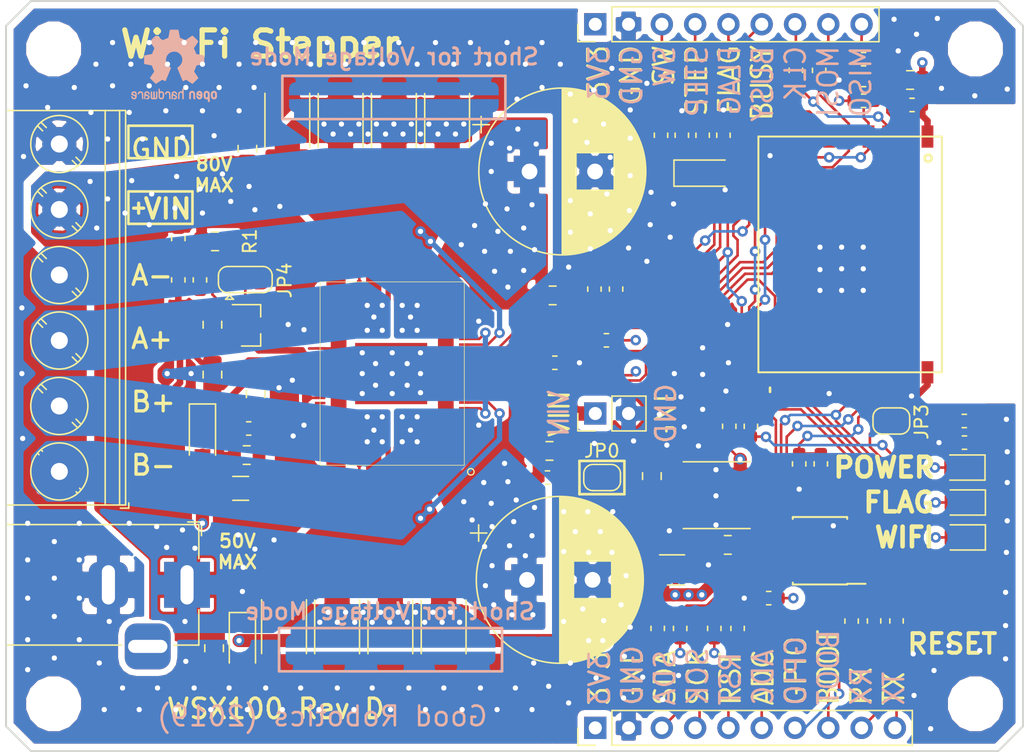
<source format=kicad_pcb>
(kicad_pcb (version 20171130) (host pcbnew 5.0.2-bee76a0~70~ubuntu16.04.1)
  (layers (0 F.Cu signal) (1 In1.Cu signal) (2 In2.Cu signal) (31 B.Cu signal) (34 B.Paste user) (35 F.Paste user) (36 B.SilkS user) (37 F.SilkS user) (38 B.Mask user) (39 F.Mask user) (44 Edge.Cuts user))
  (net 0 "")
  (net 1 +3V3)
  (net 2 GND)
  (net 3 "Net-(C2-Pad1)")
  (net 4 "Net-(C3-Pad1)")
  (net 5 VIN)
  (net 6 SM_ADC)
  (net 7 "Net-(C13-Pad2)")
  (net 8 "Net-(C13-Pad1)")
  (net 9 SM_RST)
  (net 10 "Net-(C17-Pad1)")
  (net 11 "Net-(C19-Pad1)")
  (net 12 "Net-(D3-Pad1)")
  (net 13 "Net-(D4-Pad1)")
  (net 14 "Net-(D5-Pad1)")
  (net 15 OUTA1)
  (net 16 OUTA2)
  (net 17 OUTB1)
  (net 18 OUTB2)
  (net 19 SM_FLAG)
  (net 20 SM_BUSY)
  (net 21 SM_SW)
  (net 22 SM_STCLK)
  (net 23 WIFI_RST)
  (net 24 WIFI_ADC)
  (net 25 AUTH_SCK)
  (net 26 AUTH_SDA)
  (net 27 PROG_RX)
  (net 28 PROG_TX)
  (net 29 PROG_BOOT)
  (net 30 "Net-(L1-Pad2)")
  (net 31 WIFI_CONN)
  (net 32 SM_CLK)
  (net 33 SM_SO)
  (net 34 SM_SI)
  (net 35 SM_CS)
  (net 36 "Net-(JP1-Pad1)")
  (net 37 "Net-(JP2-Pad1)")
  (net 38 "Net-(J4-Pad6)")
  (net 39 WIFI_GPIO)
  (net 40 "Net-(JP4-Pad1)")
  (net 41 "Net-(JP4-Pad3)")
  (net 42 "Net-(J3-Pad3)")
  (net 43 "Net-(J3-Pad4)")
  (net 44 "Net-(J4-Pad5)")
  (net 45 "Net-(J4-Pad7)")
  (net 46 "Net-(J4-Pad9)")
  (net 47 "Net-(J4-Pad10)")
  (net 48 "Net-(C18-Pad1)")
  (net 49 "Net-(FB1-Pad2)")
  (net 50 "Net-(J3-Pad7)")
  (net 51 "Net-(J3-Pad8)")
  (net 52 "Net-(J3-Pad9)")
  (module Klofas-Passives:TL3315NF100Q (layer F.Cu) (at 106.0745 106.581 180)
    (fp_text reference SW1 hide)
    (fp_text value SW_SPST)
    (pad 2 smd custom (at 2.125 1.75 180) (size 0.5 0.7) (layers F.Cu F.Paste F.Mask) (net 25 AUTH_SCK) (options (clearance outline) (anchor rect)) (primitives (gr_poly (pts (xy 0.25 -0.55) (xy 0.25 0.55) (xy 0.45 0.55) (xy 0.45 -0.55)) (width 0))))
    (pad ~ smd custom (at -2.125 1.75 180) (size 0.5 0.7) (layers F.Cu F.Paste F.Mask) (options (clearance outline) (anchor rect)) (primitives (gr_poly (pts (xy -0.25 -0.55) (xy -0.25 0.55) (xy -0.45 0.55) (xy -0.45 -0.55)) (width 0))))
    (pad 1 smd custom (at 2.125 -1.75 180) (size 0.5 0.7) (layers F.Cu F.Paste F.Mask) (net 2 GND) (options (clearance outline) (anchor rect)) (primitives (gr_poly (pts (xy 0.25 -0.55) (xy 0.25 0.55) (xy 0.45 0.55) (xy 0.45 -0.55)) (width 0))))
    (pad ~ smd custom (at -2.125 -1.75 180) (size 0.5 0.7) (layers F.Cu F.Paste F.Mask) (options (clearance outline) (anchor rect)) (primitives (gr_poly (pts (xy -0.25 -0.55) (xy -0.25 0.55) (xy -0.45 0.55) (xy -0.45 -0.55)) (width 0))))
  )
  (module Klofas-Motor:powerSTEP01 (layer F.Cu) (at 63.246 89.789 180)
    (fp_text reference U2 hide)
    (fp_text value powerSTEP01)
    (pad E1 smd custom (at -4.09 -5.255 180) (size 2.14 2.85) (layers F.Cu F.Paste F.Mask) (net 5 VIN) (options (clearance outline) (anchor rect)) (primitives (gr_poly (pts (xy -1.8 1.025) (xy -1.8 -1.145) (xy -1.06 -1.145) (xy -1.06 1.025)) (width 0)) (gr_poly (pts (xy -0.93 -2.145) (xy 0.51 -2.145) (xy 0.51 -1.425) (xy -0.93 -1.425)) (width 0))))
    (pad E6 smd custom (at 4.09 -5.255 180) (size 2.14 2.85) (layers F.Cu F.Paste F.Mask) (net 5 VIN) (options (clearance outline) (anchor rect)) (primitives (gr_poly (pts (xy 1.8 1.025) (xy 1.8 -1.145) (xy 1.06 -1.145) (xy 1.06 1.025)) (width 0)) (gr_poly (pts (xy 0.93 -2.145) (xy -0.51 -2.145) (xy -0.51 -1.425) (xy 0.93 -1.425)) (width 0))))
    (pad E5 smd custom (at 4.09 5.255 180) (size 2.14 2.85) (layers F.Cu F.Paste F.Mask) (net 5 VIN) (options (clearance outline) (anchor rect)) (primitives (gr_poly (pts (xy 1.8 -1.025) (xy 1.8 1.145) (xy 1.06 1.145) (xy 1.06 -1.025)) (width 0)) (gr_poly (pts (xy 0.93 2.145) (xy -0.51 2.145) (xy -0.51 1.425) (xy 0.93 1.425)) (width 0))))
    (pad E2 smd custom (at -4.09 5.255 180) (size 2.14 2.85) (layers F.Cu F.Paste F.Mask) (net 5 VIN) (options (clearance outline) (anchor rect)) (primitives (gr_poly (pts (xy -1.8 -1.025) (xy -1.8 1.145) (xy -1.06 1.145) (xy -1.06 -1.025)) (width 0)) (gr_poly (pts (xy -0.93 2.145) (xy 0.51 2.145) (xy 0.51 1.425) (xy -0.93 1.425)) (width 0))))
    (pad 65 smd rect (at 5.5 -3.25 180) (size 0.8 0.2) (layers F.Cu F.Paste F.Mask) (net 17 OUTB1))
    (pad 64 smd rect (at 5.5 -2.65 180) (size 0.8 0.2) (layers F.Cu F.Paste F.Mask))
    (pad 63 smd rect (at 5.5 -2.25 180) (size 0.8 0.2) (layers F.Cu F.Paste F.Mask))
    (pad 62 smd rect (at 5.5 -1.85 180) (size 0.8 0.2) (layers F.Cu F.Paste F.Mask) (net 1 +3V3))
    (pad 61 smd rect (at 5.5 -1.12 180) (size 0.8 0.2) (layers F.Cu F.Paste F.Mask) (net 5 VIN))
    (pad 60 smd rect (at 5.5 -0.4 180) (size 0.8 0.2) (layers F.Cu F.Paste F.Mask) (net 1 +3V3))
    (pad 53 smd rect (at 5.5 3.25 180) (size 0.8 0.2) (layers F.Cu F.Paste F.Mask) (net 15 OUTA1))
    (pad 54 smd rect (at 5.5 2.65 180) (size 0.8 0.2) (layers F.Cu F.Paste F.Mask) (net 6 SM_ADC))
    (pad 55 smd rect (at 5.5 1.92 180) (size 0.8 0.2) (layers F.Cu F.Paste F.Mask) (net 5 VIN))
    (pad 56 smd rect (at 5.5 1.52 180) (size 0.8 0.2) (layers F.Cu F.Paste F.Mask) (net 4 "Net-(C3-Pad1)"))
    (pad 57 smd rect (at 5.5 0.8 180) (size 0.8 0.2) (layers F.Cu F.Paste F.Mask) (net 8 "Net-(C13-Pad1)"))
    (pad 59 smd rect (at 5.5 0 180) (size 0.8 0.2) (layers F.Cu F.Paste F.Mask) (net 2 GND))
    (pad 58 smd rect (at 5.5 0.4 180) (size 0.8 0.2) (layers F.Cu F.Paste F.Mask) (net 3 "Net-(C2-Pad1)"))
    (pad 7 smd rect (at -5.5 -3.25 180) (size 0.8 0.2) (layers F.Cu F.Paste F.Mask) (net 18 OUTB2))
    (pad 8 smd rect (at -5.5 -2.65 180) (size 0.8 0.2) (layers F.Cu F.Paste F.Mask) (net 2 GND))
    (pad 9 smd rect (at -5.5 -2.21 180) (size 0.8 0.2) (layers F.Cu F.Paste F.Mask) (net 37 "Net-(JP2-Pad1)"))
    (pad 10 smd rect (at -5.5 -1.81 180) (size 0.8 0.2) (layers F.Cu F.Paste F.Mask) (net 35 SM_CS))
    (pad 11 smd rect (at -5.5 -1.41 180) (size 0.8 0.2) (layers F.Cu F.Paste F.Mask) (net 32 SM_CLK))
    (pad 12 smd rect (at -5.5 -1.01 180) (size 0.8 0.2) (layers F.Cu F.Paste F.Mask) (net 34 SM_SI))
    (pad 13 smd rect (at -5.5 -0.61 180) (size 0.8 0.2) (layers F.Cu F.Paste F.Mask) (net 1 +3V3))
    (pad 14 smd rect (at -5.5 -0.21 180) (size 0.8 0.2) (layers F.Cu F.Paste F.Mask) (net 33 SM_SO))
    (pad 22 smd rect (at -5.5 3.25 180) (size 0.8 0.2) (layers F.Cu F.Paste F.Mask) (net 16 OUTA2))
    (pad 21 smd rect (at -5.5 2.65 180) (size 0.8 0.2) (layers F.Cu F.Paste F.Mask) (net 2 GND))
    (pad 20 smd rect (at -5.5 2.21 180) (size 0.8 0.2) (layers F.Cu F.Paste F.Mask) (net 36 "Net-(JP1-Pad1)"))
    (pad 19 smd rect (at -5.5 1.81 180) (size 0.8 0.2) (layers F.Cu F.Paste F.Mask) (net 9 SM_RST))
    (pad 18 smd rect (at -5.5 1.41 180) (size 0.8 0.2) (layers F.Cu F.Paste F.Mask) (net 21 SM_SW))
    (pad 17 smd rect (at -5.5 1.01 180) (size 0.8 0.2) (layers F.Cu F.Paste F.Mask) (net 22 SM_STCLK))
    (pad 16 smd rect (at -5.5 0.61 180) (size 0.8 0.2) (layers F.Cu F.Paste F.Mask) (net 19 SM_FLAG))
    (pad 15 smd rect (at -5.5 0.21 180) (size 0.8 0.2) (layers F.Cu F.Paste F.Mask) (net 20 SM_BUSY))
    (pad 85 smd rect (at -2.51 -7 180) (size 0.2 0.8) (layers F.Cu F.Paste F.Mask) (net 18 OUTB2))
    (pad 76 smd rect (at 2.51 -7 180) (size 0.2 0.8) (layers F.Cu F.Paste F.Mask) (net 17 OUTB1))
    (pad 80 smd rect (at 0.31 -7 180) (size 0.2 0.8) (layers F.Cu F.Paste F.Mask) (net 17 OUTB1))
    (pad 81 smd rect (at -0.31 -7 180) (size 0.2 0.8) (layers F.Cu F.Paste F.Mask) (net 18 OUTB2))
    (pad 33 smd rect (at -2.51 7 180) (size 0.2 0.8) (layers F.Cu F.Paste F.Mask) (net 16 OUTA2))
    (pad 42 smd rect (at 2.51 7 180) (size 0.2 0.8) (layers F.Cu F.Paste F.Mask) (net 15 OUTA1))
    (pad 38 smd rect (at 0.31 7 180) (size 0.2 0.8) (layers F.Cu F.Paste F.Mask) (net 15 OUTA1))
    (pad 37 smd rect (at -0.31 7 180) (size 0.2 0.8) (layers F.Cu F.Paste F.Mask) (net 16 OUTA2))
    (pad E11 smd rect (at 1.41 6.8 180) (size 1.16 1.2) (layers F.Cu F.Paste F.Mask) (net 36 "Net-(JP1-Pad1)"))
    (pad E10 smd rect (at -1.41 6.8 180) (size 1.16 1.2) (layers F.Cu F.Paste F.Mask) (net 36 "Net-(JP1-Pad1)"))
    (pad E12 smd rect (at 1.41 -6.8 180) (size 1.16 1.2) (layers F.Cu F.Paste F.Mask) (net 37 "Net-(JP2-Pad1)"))
    (pad E13 smd rect (at -1.41 -6.8 180) (size 1.16 1.2) (layers F.Cu F.Paste F.Mask) (net 37 "Net-(JP2-Pad1)"))
    (pad E4 smd rect (at 1.37 4.265 180) (size 2.3 3.01) (layers F.Cu F.Paste F.Mask) (net 15 OUTA1))
    (pad E3 smd rect (at -1.37 4.265 180) (size 2.3 3.01) (layers F.Cu F.Paste F.Mask) (net 16 OUTA2))
    (pad E7 smd rect (at 1.37 -4.265 180) (size 2.3 3.01) (layers F.Cu F.Paste F.Mask) (net 17 OUTB1))
    (pad E8 smd rect (at -1.37 -4.265 180) (size 2.3 3.01) (layers F.Cu F.Paste F.Mask) (net 18 OUTB2))
    (pad E9 smd rect (at 0 0 180) (size 5.5 4.68) (drill (offset 0.08 0)) (layers F.Cu F.Paste F.Mask) (net 2 GND))
  )
  (module Klofas-Connectors:STpowerSTEP01_JMP (layer B.Cu) (at 63.373 68.692 90)
    (fp_text reference JP1 hide)
    (fp_text value Jumper_2_Open hide)
    (pad 2 smd custom (at 0.65 0 90) (size 1 15) (layers B.Cu B.Mask) (net 2 GND) (options (clearance outline) (anchor rect)) (primitives (gr_circle (center 0 -7.5) (end 0.5 -7.5) (width 0)) (gr_circle (center 0 7.5) (end 0.5 7.5) (width 0)) (gr_poly (pts (xy 0 8) (xy -0.5 8) (xy -0.5 -8) (xy 0 -8)) (width 0))))
    (pad 1 smd custom (at -0.65 0 90) (size 1 15) (layers B.Cu B.Mask) (net 36 "Net-(JP1-Pad1)") (options (clearance outline) (anchor rect)) (primitives (gr_circle (center 0 -7.5) (end 0.5 -7.5) (width 0)) (gr_circle (center 0 7.5) (end 0.5 7.5) (width 0)) (gr_poly (pts (xy 0 8) (xy 0.5 8) (xy 0.5 -8) (xy 0 -8)) (width 0))))
  )
  (module Klofas-Connectors:STpowerSTEP01_JMP (layer B.Cu) (at 63.119 110.871 270)
    (fp_text reference JP2 hide)
    (fp_text value Jumper_2_Open hide)
    (pad 2 smd custom (at 0.65 0 270) (size 1 15) (layers B.Cu B.Mask) (net 2 GND) (options (clearance outline) (anchor rect)) (primitives (gr_circle (center 0 -7.5) (end 0.5 -7.5) (width 0)) (gr_circle (center 0 7.5) (end 0.5 7.5) (width 0)) (gr_poly (pts (xy 0 8) (xy -0.5 8) (xy -0.5 -8) (xy 0 -8)) (width 0))))
    (pad 1 smd custom (at -0.65 0 270) (size 1 15) (layers B.Cu B.Mask) (net 37 "Net-(JP2-Pad1)") (options (clearance outline) (anchor rect)) (primitives (gr_circle (center 0 -7.5) (end 0.5 -7.5) (width 0)) (gr_circle (center 0 7.5) (end 0.5 7.5) (width 0)) (gr_poly (pts (xy 0 8) (xy 0.5 8) (xy 0.5 -8) (xy 0 -8)) (width 0))))
  )
  (module Resistor_SMD:R_0603_1608Metric (layer F.Cu) (at 106.896 93.4085 180)
    (fp_text reference R10 hide)
    (fp_text value 330)
    (pad 2 smd roundrect (at 0.7875 0 180) (size 0.875 0.95) (layers F.Cu F.Paste F.Mask) (net 31 WIFI_CONN))
    (pad 1 smd roundrect (at -0.7875 0 180) (size 0.875 0.95) (layers F.Cu F.Paste F.Mask) (net 13 "Net-(D4-Pad1)"))
  )
  (module MountingHole:MountingHole_3.2mm_M3 (layer F.Cu) (at 107.7445 65)
    (fp_text reference REF** hide)
    (fp_text value MountingHole_3.2mm_M3)
    (pad 1 np_thru_hole circle (at 0 0) (size 3.2 3.2) (drill 3.2) (layers *.Cu *.Mask))
  )
  (module MountingHole:MountingHole_3.2mm_M3 (layer F.Cu) (at 107.7445 115)
    (fp_text reference REF** hide)
    (fp_text value MountingHole_3.2mm_M3)
    (pad 1 np_thru_hole circle (at 0 0) (size 3.2 3.2) (drill 3.2) (layers *.Cu *.Mask))
  )
  (module MountingHole:MountingHole_3.2mm_M3 (layer F.Cu) (at 37.413 115)
    (fp_text reference REF** hide)
    (fp_text value MountingHole_3.2mm_M3)
    (pad 1 np_thru_hole circle (at 0 0) (size 3.2 3.2) (drill 3.2) (layers *.Cu *.Mask))
  )
  (module Capacitor_SMD:C_1206_3216Metric (layer F.Cu) (at 51.686 98.552 180)
    (fp_text reference C1 hide)
    (fp_text value 22uF)
    (pad 1 smd roundrect (at -1.4 0 180) (size 1.25 1.75) (layers F.Cu F.Paste F.Mask) (roundrect_rratio 0.2) (net 1 +3V3))
    (pad 2 smd roundrect (at 1.4 0 180) (size 1.25 1.75) (layers F.Cu F.Paste F.Mask) (roundrect_rratio 0.2) (net 2 GND))
  )
  (module Capacitor_SMD:C_0805_2012Metric (layer F.Cu) (at 52.832 91.3615 270)
    (fp_text reference C2 hide)
    (fp_text value "470nF 100V")
    (pad 1 smd roundrect (at -0.9375 0 270) (size 0.975 1.4) (layers F.Cu F.Paste F.Mask) (net 3 "Net-(C2-Pad1)"))
    (pad 2 smd roundrect (at 0.9375 0 270) (size 0.975 1.4) (layers F.Cu F.Paste F.Mask) (net 2 GND))
  )
  (module Capacitor_SMD:C_0805_2012Metric (layer F.Cu) (at 49.53 86.0575 90)
    (fp_text reference C3 hide)
    (fp_text value "470nF 100V")
    (pad 1 smd roundrect (at -0.9375 0 90) (size 0.975 1.4) (layers F.Cu F.Paste F.Mask) (net 4 "Net-(C3-Pad1)"))
    (pad 2 smd roundrect (at 0.9375 0 90) (size 0.975 1.4) (layers F.Cu F.Paste F.Mask) (net 5 VIN))
  )
  (module Capacitor_SMD:C_0805_2012Metric (layer F.Cu) (at 52.1485 96.012 180)
    (fp_text reference C4 hide)
    (fp_text value 220nF)
    (pad 1 smd roundrect (at -0.9375 0 180) (size 0.975 1.4) (layers F.Cu F.Paste F.Mask) (net 1 +3V3))
    (pad 2 smd roundrect (at 0.9375 0 180) (size 0.975 1.4) (layers F.Cu F.Paste F.Mask) (net 2 GND))
  )
  (module Capacitor_SMD:C_0603_1608Metric (layer F.Cu) (at 48.5775 82.639 270)
    (fp_text reference C5 hide)
    (fp_text value 0.1uF)
    (pad 2 smd roundrect (at 0.7875 0 270) (size 0.875 0.95) (layers F.Cu F.Paste F.Mask) (net 2 GND))
    (pad 1 smd roundrect (at -0.7875 0 270) (size 0.875 0.95) (layers F.Cu F.Paste F.Mask) (net 6 SM_ADC))
  )
  (module Capacitor_SMD:C_0805_2012Metric (layer F.Cu) (at 75.2475 95.6945)
    (fp_text reference C6 hide)
    (fp_text value "220nF 100V")
    (pad 1 smd roundrect (at -0.9375 0) (size 0.975 1.4) (layers F.Cu F.Paste F.Mask) (net 5 VIN))
    (pad 2 smd roundrect (at 0.9375 0) (size 0.975 1.4) (layers F.Cu F.Paste F.Mask) (net 2 GND))
  )
  (module Capacitor_SMD:C_0805_2012Metric (layer F.Cu) (at 75.4865 83.82)
    (fp_text reference C7 hide)
    (fp_text value "220nF 100V")
    (pad 2 smd roundrect (at 0.9375 0) (size 0.975 1.4) (layers F.Cu F.Paste F.Mask) (net 2 GND))
    (pad 1 smd roundrect (at -0.9375 0) (size 0.975 1.4) (layers F.Cu F.Paste F.Mask) (net 5 VIN))
  )
  (module Capacitor_SMD:C_0805_2012Metric (layer F.Cu) (at 52.197 72.629 90)
    (fp_text reference C8 hide)
    (fp_text value "220nF 100V")
    (pad 1 smd roundrect (at -0.9375 0 90) (size 0.975 1.4) (layers F.Cu F.Paste F.Mask) (net 5 VIN))
    (pad 2 smd roundrect (at 0.9375 0 90) (size 0.975 1.4) (layers F.Cu F.Paste F.Mask) (net 2 GND))
  )
  (module Capacitor_SMD:C_0805_2012Metric (layer F.Cu) (at 49.657 110.759 270)
    (fp_text reference C9 hide)
    (fp_text value "220nF 100V")
    (pad 2 smd roundrect (at 0.9375 0 270) (size 0.975 1.4) (layers F.Cu F.Paste F.Mask) (net 2 GND))
    (pad 1 smd roundrect (at -0.9375 0 270) (size 0.975 1.4) (layers F.Cu F.Paste F.Mask) (net 5 VIN))
  )
  (module Capacitor_SMD:C_0603_1608Metric (layer F.Cu) (at 52.2985 93.98 180)
    (fp_text reference C12 hide)
    (fp_text value 0.1uF)
    (pad 1 smd roundrect (at -0.7875 0 180) (size 0.875 0.95) (layers F.Cu F.Paste F.Mask) (net 1 +3V3))
    (pad 2 smd roundrect (at 0.7875 0 180) (size 0.875 0.95) (layers F.Cu F.Paste F.Mask) (net 2 GND))
  )
  (module Capacitor_SMD:C_0805_2012Metric (layer F.Cu) (at 49.53 89.8675 90)
    (fp_text reference C13 hide)
    (fp_text value "47nF 100V")
    (pad 2 smd roundrect (at 0.9375 0 90) (size 0.975 1.4) (layers F.Cu F.Paste F.Mask) (net 7 "Net-(C13-Pad2)"))
    (pad 1 smd roundrect (at -0.9375 0 90) (size 0.975 1.4) (layers F.Cu F.Paste F.Mask) (net 8 "Net-(C13-Pad1)"))
  )
  (module Capacitor_SMD:C_0603_1608Metric (layer F.Cu) (at 78.6765 83.3375 90)
    (fp_text reference C14 hide)
    (fp_text value 0.1uF)
    (pad 1 smd roundrect (at -0.7875 0 90) (size 0.875 0.95) (layers F.Cu F.Paste F.Mask) (net 9 SM_RST))
    (pad 2 smd roundrect (at 0.7875 0 90) (size 0.875 0.95) (layers F.Cu F.Paste F.Mask) (net 2 GND))
  )
  (module Capacitor_SMD:C_0805_2012Metric (layer F.Cu) (at 102.758 67.3735 180)
    (fp_text reference C15 hide)
    (fp_text value 10uF)
    (pad 2 smd roundrect (at 0.9375 0 180) (size 0.975 1.4) (layers F.Cu F.Paste F.Mask) (net 2 GND))
    (pad 1 smd roundrect (at -0.9375 0 180) (size 0.975 1.4) (layers F.Cu F.Paste F.Mask) (net 1 +3V3))
  )
  (module Capacitor_SMD:C_0603_1608Metric (layer F.Cu) (at 102.908 69.2785 180)
    (fp_text reference C16 hide)
    (fp_text value 0.1uF)
    (pad 1 smd roundrect (at -0.7875 0 180) (size 0.875 0.95) (layers F.Cu F.Paste F.Mask) (net 1 +3V3))
    (pad 2 smd roundrect (at 0.7875 0 180) (size 0.875 0.95) (layers F.Cu F.Paste F.Mask) (net 2 GND))
  )
  (module Capacitor_SMD:C_0603_1608Metric (layer F.Cu) (at 99.2125 67.3735 180)
    (fp_text reference C17 hide)
    (fp_text value 0.1uF)
    (pad 1 smd roundrect (at -0.7875 0 180) (size 0.875 0.95) (layers F.Cu F.Paste F.Mask) (net 10 "Net-(C17-Pad1)"))
    (pad 2 smd roundrect (at 0.7875 0 180) (size 0.875 0.95) (layers F.Cu F.Paste F.Mask) (net 2 GND))
  )
  (module Capacitor_SMD:C_0603_1608Metric (layer F.Cu) (at 83.5025 109.2455 270)
    (fp_text reference C19 hide)
    (fp_text value 1uF)
    (pad 2 smd roundrect (at 0.7875 0 270) (size 0.875 0.95) (layers F.Cu F.Paste F.Mask) (net 2 GND))
    (pad 1 smd roundrect (at -0.7875 0 270) (size 0.875 0.95) (layers F.Cu F.Paste F.Mask) (net 11 "Net-(C19-Pad1)"))
  )
  (module Capacitor_SMD:C_0805_2012Metric (layer F.Cu) (at 88.8515 102.87 180)
    (fp_text reference C20 hide)
    (fp_text value 10uF)
    (pad 2 smd roundrect (at 0.9375 0 180) (size 0.975 1.4) (layers F.Cu F.Paste F.Mask) (net 2 GND))
    (pad 1 smd roundrect (at -0.9375 0 180) (size 0.975 1.4) (layers F.Cu F.Paste F.Mask) (net 1 +3V3))
  )
  (module Capacitor_SMD:C_0603_1608Metric (layer F.Cu) (at 91.9735 106.934)
    (fp_text reference C21 hide)
    (fp_text value 0.1uF)
    (pad 2 smd roundrect (at 0.7875 0) (size 0.875 0.95) (layers F.Cu F.Paste F.Mask) (net 1 +3V3))
    (pad 1 smd roundrect (at -0.7875 0) (size 0.875 0.95) (layers F.Cu F.Paste F.Mask) (net 2 GND))
  )
  (module Package_TO_SOT_SMD:SOT-23 (layer F.Cu) (at 52.451 86.106)
    (fp_text reference D1 hide)
    (fp_text value D_Schottky_x2_Serial_AKC)
    (pad 1 smd rect (at -1 -0.95) (size 0.9 0.8) (layers F.Cu F.Paste F.Mask) (net 5 VIN))
    (pad 2 smd rect (at -1 0.95) (size 0.9 0.8) (layers F.Cu F.Paste F.Mask) (net 4 "Net-(C3-Pad1)"))
    (pad 3 smd rect (at 1 0) (size 0.9 0.8) (layers F.Cu F.Paste F.Mask) (net 7 "Net-(C13-Pad2)"))
  )
  (module Diode_SMD:D_SOD-123 (layer F.Cu) (at 48.768 94.36 270)
    (fp_text reference D2 hide)
    (fp_text value D_Schottky)
    (pad 1 smd rect (at -1.65 0 270) (size 0.9 1.2) (layers F.Cu F.Paste F.Mask) (net 3 "Net-(C2-Pad1)"))
    (pad 2 smd rect (at 1.65 0 270) (size 0.9 1.2) (layers F.Cu F.Paste F.Mask) (net 1 +3V3))
  )
  (module Diode_SMD:D_0805_2012Metric (layer F.Cu) (at 106.792 96.9645 180)
    (fp_text reference D3 hide)
    (fp_text value "LED GRN")
    (pad 1 smd roundrect (at -0.9375 0 180) (size 0.975 1.4) (layers F.Cu F.Paste F.Mask) (net 12 "Net-(D3-Pad1)"))
    (pad 2 smd roundrect (at 0.9375 0 180) (size 0.975 1.4) (layers F.Cu F.Paste F.Mask) (net 1 +3V3))
  )
  (module Diode_SMD:D_0805_2012Metric (layer F.Cu) (at 106.822 102.2985 180)
    (fp_text reference D4 hide)
    (fp_text value "LED YEL")
    (pad 1 smd roundrect (at -0.9375 0 180) (size 0.975 1.4) (layers F.Cu F.Paste F.Mask) (net 13 "Net-(D4-Pad1)"))
    (pad 2 smd roundrect (at 0.9375 0 180) (size 0.975 1.4) (layers F.Cu F.Paste F.Mask) (net 1 +3V3))
  )
  (module Diode_SMD:D_0805_2012Metric (layer F.Cu) (at 106.822 99.6315 180)
    (fp_text reference D5 hide)
    (fp_text value "LED RED")
    (pad 2 smd roundrect (at 0.9375 0 180) (size 0.975 1.4) (layers F.Cu F.Paste F.Mask) (net 1 +3V3))
    (pad 1 smd roundrect (at -0.9375 0 180) (size 0.975 1.4) (layers F.Cu F.Paste F.Mask) (net 14 "Net-(D5-Pad1)"))
  )
  (module Connector_BarrelJack:BarrelJack_Horizontal (layer F.Cu) (at 47.5925 105.918)
    (fp_text reference J1 hide)
    (fp_text value Barrel_Jack_Switch)
    (pad 1 thru_hole rect (at 0 0) (size 3.5 3.5) (drill oval 1 3) (layers *.Cu *.Mask) (net 5 VIN))
    (pad 2 thru_hole roundrect (at -6 0) (size 3 3.5) (drill oval 1 3) (layers *.Cu *.Mask) (net 2 GND))
    (pad 3 thru_hole roundrect (at -3 4.7) (size 3.5 3.5) (drill oval 3 1) (layers *.Cu *.Mask))
  )
  (module Inductor_SMD:L_Taiyo-Yuden_NR-50xx (layer F.Cu) (at 88.0017 99.0727 180)
    (fp_text reference L1 hide)
    (fp_text value 33uH)
    (pad 1 smd rect (at -1.8 0 180) (size 1.5 4.2) (layers F.Cu F.Paste F.Mask) (net 1 +3V3))
    (pad 2 smd rect (at 1.8 0 180) (size 1.5 4.2) (layers F.Cu F.Paste F.Mask) (net 30 "Net-(L1-Pad2)"))
  )
  (module Resistor_SMD:R_0603_1608Metric (layer F.Cu) (at 79.591 87.249 180)
    (fp_text reference R7 hide)
    (fp_text value 39K)
    (pad 1 smd roundrect (at -0.7875 0 180) (size 0.875 0.95) (layers F.Cu F.Paste F.Mask) (net 1 +3V3))
    (pad 2 smd roundrect (at 0.7875 0 180) (size 0.875 0.95) (layers F.Cu F.Paste F.Mask) (net 20 SM_BUSY))
  )
  (module Resistor_SMD:R_0603_1608Metric (layer F.Cu) (at 88.9635 93.815 90)
    (fp_text reference R8 hide)
    (fp_text value 39K)
    (pad 2 smd roundrect (at 0.7875 0 90) (size 0.875 0.95) (layers F.Cu F.Paste F.Mask) (net 19 SM_FLAG))
    (pad 1 smd roundrect (at -0.7875 0 90) (size 0.875 0.95) (layers F.Cu F.Paste F.Mask) (net 1 +3V3))
  )
  (module Resistor_SMD:R_0603_1608Metric (layer F.Cu) (at 90.6145 93.815 90)
    (fp_text reference R9 hide)
    (fp_text value 330)
    (pad 2 smd roundrect (at 0.7875 0 90) (size 0.875 0.95) (layers F.Cu F.Paste F.Mask) (net 19 SM_FLAG))
    (pad 1 smd roundrect (at -0.7875 0 90) (size 0.875 0.95) (layers F.Cu F.Paste F.Mask) (net 14 "Net-(D5-Pad1)"))
  )
  (module Resistor_SMD:R_0603_1608Metric (layer F.Cu) (at 106.9085 95.0595 180)
    (fp_text reference R11 hide)
    (fp_text value 330)
    (pad 1 smd roundrect (at -0.7875 0 180) (size 0.875 0.95) (layers F.Cu F.Paste F.Mask) (net 12 "Net-(D3-Pad1)"))
    (pad 2 smd roundrect (at 0.7875 0 180) (size 0.875 0.95) (layers F.Cu F.Paste F.Mask) (net 2 GND))
  )
  (module Resistor_SMD:R_0603_1608Metric (layer F.Cu) (at 80.3275 83.3375 90)
    (fp_text reference R12 hide)
    (fp_text value 10K)
    (pad 1 smd roundrect (at -0.7875 0 90) (size 0.875 0.95) (layers F.Cu F.Paste F.Mask) (net 9 SM_RST))
    (pad 2 smd roundrect (at 0.7875 0 90) (size 0.875 0.95) (layers F.Cu F.Paste F.Mask) (net 2 GND))
  )
  (module Resistor_SMD:R_0603_1608Metric (layer F.Cu) (at 99.2125 68.961 180)
    (fp_text reference R13 hide)
    (fp_text value 10K)
    (pad 2 smd roundrect (at 0.7875 0 180) (size 0.875 0.95) (layers F.Cu F.Paste F.Mask) (net 1 +3V3))
    (pad 1 smd roundrect (at -0.7875 0 180) (size 0.875 0.95) (layers F.Cu F.Paste F.Mask) (net 10 "Net-(C17-Pad1)"))
  )
  (module Resistor_SMD:R_0603_1608Metric (layer F.Cu) (at 85.217 109.2455 90)
    (fp_text reference R14 hide)
    (fp_text value 2.2K)
    (pad 2 smd roundrect (at 0.7875 0 90) (size 0.875 0.95) (layers F.Cu F.Paste F.Mask) (net 26 AUTH_SDA))
    (pad 1 smd roundrect (at -0.7875 0 90) (size 0.875 0.95) (layers F.Cu F.Paste F.Mask) (net 1 +3V3))
  )
  (module Resistor_SMD:R_0603_1608Metric (layer F.Cu) (at 87.8205 109.2455 90)
    (fp_text reference R15 hide)
    (fp_text value 2.2K)
    (pad 1 smd roundrect (at -0.7875 0 90) (size 0.875 0.95) (layers F.Cu F.Paste F.Mask) (net 1 +3V3))
    (pad 2 smd roundrect (at 0.7875 0 90) (size 0.875 0.95) (layers F.Cu F.Paste F.Mask) (net 25 AUTH_SCK))
  )
  (module Klofas-RF:ESP-WROOM-02 (layer F.Cu) (at 91.186 80.6915 270)
    (fp_text reference U1 hide)
    (fp_text value ESP-WROOM-02)
    (pad 1 smd rect (at -9 -12.9 270) (size 1.7 0.9) (layers F.Cu F.Paste F.Mask) (net 1 +3V3))
    (pad 2 smd rect (at -9 -11.4 270) (size 1.7 0.9) (layers F.Cu F.Paste F.Mask) (net 10 "Net-(C17-Pad1)"))
    (pad 3 smd rect (at -9 -9.9 270) (size 1.7 0.9) (layers F.Cu F.Paste F.Mask) (net 32 SM_CLK))
    (pad 4 smd rect (at -9 -8.4 270) (size 1.7 0.9) (layers F.Cu F.Paste F.Mask) (net 33 SM_SO))
    (pad 5 smd rect (at -9 -6.9 270) (size 1.7 0.9) (layers F.Cu F.Paste F.Mask) (net 34 SM_SI))
    (pad 6 smd rect (at -9 -5.4 270) (size 1.7 0.9) (layers F.Cu F.Paste F.Mask) (net 9 SM_RST))
    (pad 7 smd rect (at -9 -3.9 270) (size 1.7 0.9) (layers F.Cu F.Paste F.Mask) (net 26 AUTH_SDA))
    (pad 8 smd rect (at -9 -2.4 270) (size 1.7 0.9) (layers F.Cu F.Paste F.Mask) (net 29 PROG_BOOT))
    (pad 9 smd rect (at -9 -0.9 270) (size 1.7 0.9) (layers F.Cu F.Paste F.Mask) (net 2 GND))
    (pad 10 smd rect (at 9 -0.9 270) (size 1.7 0.9) (layers F.Cu F.Paste F.Mask) (net 35 SM_CS))
    (pad 11 smd rect (at 9 -2.4 270) (size 1.7 0.9) (layers F.Cu F.Paste F.Mask) (net 27 PROG_RX))
    (pad 12 smd rect (at 9 -3.9 270) (size 1.7 0.9) (layers F.Cu F.Paste F.Mask) (net 28 PROG_TX))
    (pad 13 smd rect (at 9 -5.4 270) (size 1.7 0.9) (layers F.Cu F.Paste F.Mask) (net 2 GND))
    (pad 14 smd rect (at 9 -6.9 270) (size 1.7 0.9) (layers F.Cu F.Paste F.Mask) (net 25 AUTH_SCK))
    (pad 15 smd rect (at 9 -8.4 270) (size 1.7 0.9) (layers F.Cu F.Paste F.Mask) (net 23 WIFI_RST))
    (pad 16 smd rect (at 9 -9.9 270) (size 1.7 0.9) (layers F.Cu F.Paste F.Mask) (net 24 WIFI_ADC))
    (pad 17 smd rect (at 9 -11.4 270) (size 1.7 0.9) (layers F.Cu F.Paste F.Mask) (net 39 WIFI_GPIO))
    (pad 18 smd rect (at 9 -12.9 270) (size 1.7 0.9) (layers F.Cu F.Paste F.Mask) (net 2 GND))
    (pad 19 smd rect (at 1.12 -6.32 270) (size 4.3 4.3) (layers F.Cu F.Paste F.Mask) (net 2 GND))
  )
  (module Package_DFN_QFN:DFN-8_2x2mm_P0.5mm (layer F.Cu) (at 84.902 104.779)
    (fp_text reference U3 hide)
    (fp_text value MAX15062A)
    (pad 1 smd rect (at -0.95 -0.75) (size 0.85 0.3) (layers F.Cu F.Paste F.Mask) (net 48 "Net-(C18-Pad1)"))
    (pad 2 smd rect (at -0.95 -0.25) (size 0.85 0.3) (layers F.Cu F.Paste F.Mask) (net 48 "Net-(C18-Pad1)"))
    (pad 3 smd rect (at -0.95 0.25) (size 0.85 0.3) (layers F.Cu F.Paste F.Mask) (net 11 "Net-(C19-Pad1)"))
    (pad 4 smd rect (at -0.95 0.75) (size 0.85 0.3) (layers F.Cu F.Paste F.Mask) (net 1 +3V3))
    (pad 5 smd rect (at 0.95 0.75) (size 0.85 0.3) (layers F.Cu F.Paste F.Mask))
    (pad 6 smd rect (at 0.95 0.25) (size 0.85 0.3) (layers F.Cu F.Paste F.Mask))
    (pad 7 smd rect (at 0.95 -0.25) (size 0.85 0.3) (layers F.Cu F.Paste F.Mask) (net 2 GND))
    (pad 8 smd rect (at 0.95 -0.75) (size 0.85 0.3) (layers F.Cu F.Paste F.Mask) (net 30 "Net-(L1-Pad2)"))
  )
  (module Package_SO:SOIC-8_3.9x4.9mm_P1.27mm (layer F.Cu) (at 95.885 103.3145 180)
    (fp_text reference U4 hide)
    (fp_text value ATECC508A)
    (pad 1 smd rect (at -2.7 -1.905 180) (size 1.55 0.6) (layers F.Cu F.Paste F.Mask))
    (pad 2 smd rect (at -2.7 -0.635 180) (size 1.55 0.6) (layers F.Cu F.Paste F.Mask))
    (pad 3 smd rect (at -2.7 0.635 180) (size 1.55 0.6) (layers F.Cu F.Paste F.Mask))
    (pad 4 smd rect (at -2.7 1.905 180) (size 1.55 0.6) (layers F.Cu F.Paste F.Mask) (net 2 GND))
    (pad 5 smd rect (at 2.7 1.905 180) (size 1.55 0.6) (layers F.Cu F.Paste F.Mask) (net 26 AUTH_SDA))
    (pad 6 smd rect (at 2.7 0.635 180) (size 1.55 0.6) (layers F.Cu F.Paste F.Mask) (net 25 AUTH_SCK))
    (pad 7 smd rect (at 2.7 -0.635 180) (size 1.55 0.6) (layers F.Cu F.Paste F.Mask))
    (pad 8 smd rect (at 2.7 -1.905 180) (size 1.55 0.6) (layers F.Cu F.Paste F.Mask) (net 1 +3V3))
  )
  (module MountingHole:MountingHole_3.2mm_M3 (layer F.Cu) (at 37.413 65)
    (fp_text reference REF** hide)
    (fp_text value MountingHole_3.2mm_M3)
    (pad 1 np_thru_hole circle (at 0 0) (size 3.2 3.2) (drill 3.2) (layers *.Cu *.Mask))
  )
  (module TerminalBlock_Phoenix:TerminalBlock_Phoenix_PT-1,5-6-5.0-H_1x06_P5.00mm_Horizontal (layer F.Cu) (at 37.846 97.263 90)
    (fp_text reference J2 hide)
    (fp_text value Screw_Terminal)
    (pad 1 thru_hole rect (at 0 0 90) (size 2.6 2.6) (drill 1.3) (layers *.Cu *.Mask) (net 18 OUTB2))
    (pad 2 thru_hole circle (at 5 0 90) (size 2.6 2.6) (drill 1.3) (layers *.Cu *.Mask) (net 17 OUTB1))
    (pad 3 thru_hole circle (at 10 0 90) (size 2.6 2.6) (drill 1.3) (layers *.Cu *.Mask) (net 15 OUTA1))
    (pad 4 thru_hole circle (at 15 0 90) (size 2.6 2.6) (drill 1.3) (layers *.Cu *.Mask) (net 16 OUTA2))
    (pad 5 thru_hole circle (at 20 0 90) (size 2.6 2.6) (drill 1.3) (layers *.Cu *.Mask) (net 5 VIN))
    (pad 6 thru_hole circle (at 25 0 90) (size 2.6 2.6) (drill 1.3) (layers *.Cu *.Mask) (net 2 GND))
  )
  (module Resistor_SMD:R_2512_6332Metric (layer F.Cu) (at 59.309 70.464 270)
    (fp_text reference RS1 hide)
    (fp_text value 0.27)
    (pad 2 smd roundrect (at 2.9 0 270) (size 1.35 3.35) (layers F.Cu F.Paste F.Mask) (roundrect_rratio 0.185185) (net 36 "Net-(JP1-Pad1)"))
    (pad 1 smd roundrect (at -2.9 0 270) (size 1.35 3.35) (layers F.Cu F.Paste F.Mask) (roundrect_rratio 0.185185) (net 2 GND))
  )
  (module Resistor_SMD:R_2512_6332Metric (layer F.Cu) (at 63.373 70.464 270)
    (fp_text reference RS2 hide)
    (fp_text value 0.27)
    (pad 2 smd roundrect (at 2.9 0 270) (size 1.35 3.35) (layers F.Cu F.Paste F.Mask) (roundrect_rratio 0.185185) (net 36 "Net-(JP1-Pad1)"))
    (pad 1 smd roundrect (at -2.9 0 270) (size 1.35 3.35) (layers F.Cu F.Paste F.Mask) (roundrect_rratio 0.185185) (net 2 GND))
  )
  (module Resistor_SMD:R_2512_6332Metric (layer F.Cu) (at 67.437 70.464 270)
    (fp_text reference RS3 hide)
    (fp_text value 0.27)
    (pad 1 smd roundrect (at -2.9 0 270) (size 1.35 3.35) (layers F.Cu F.Paste F.Mask) (roundrect_rratio 0.185185) (net 2 GND))
    (pad 2 smd roundrect (at 2.9 0 270) (size 1.35 3.35) (layers F.Cu F.Paste F.Mask) (roundrect_rratio 0.185185) (net 36 "Net-(JP1-Pad1)"))
  )
  (module Resistor_SMD:R_2512_6332Metric (layer F.Cu) (at 59.0423 109.1267 90)
    (fp_text reference RS4 hide)
    (fp_text value 0.27)
    (pad 1 smd roundrect (at -2.9 0 90) (size 1.35 3.35) (layers F.Cu F.Paste F.Mask) (roundrect_rratio 0.185185) (net 2 GND))
    (pad 2 smd roundrect (at 2.9 0 90) (size 1.35 3.35) (layers F.Cu F.Paste F.Mask) (roundrect_rratio 0.185185) (net 37 "Net-(JP2-Pad1)"))
  )
  (module Resistor_SMD:R_2512_6332Metric (layer F.Cu) (at 63.1063 109.1267 90)
    (fp_text reference RS5 hide)
    (fp_text value 0.27)
    (pad 2 smd roundrect (at 2.9 0 90) (size 1.35 3.35) (layers F.Cu F.Paste F.Mask) (roundrect_rratio 0.185185) (net 37 "Net-(JP2-Pad1)"))
    (pad 1 smd roundrect (at -2.9 0 90) (size 1.35 3.35) (layers F.Cu F.Paste F.Mask) (roundrect_rratio 0.185185) (net 2 GND))
  )
  (module Resistor_SMD:R_2512_6332Metric (layer F.Cu) (at 67.1703 109.1267 90)
    (fp_text reference RS6 hide)
    (fp_text value 0.27)
    (pad 1 smd roundrect (at -2.9 0 90) (size 1.35 3.35) (layers F.Cu F.Paste F.Mask) (roundrect_rratio 0.185185) (net 2 GND))
    (pad 2 smd roundrect (at 2.9 0 90) (size 1.35 3.35) (layers F.Cu F.Paste F.Mask) (roundrect_rratio 0.185185) (net 37 "Net-(JP2-Pad1)"))
  )
  (module Capacitor_SMD:C_0603_1608Metric (layer F.Cu) (at 75.654 88.9635)
    (fp_text reference C22 hide)
    (fp_text value 0.1uF)
    (pad 1 smd roundrect (at -0.7875 0) (size 0.875 0.95) (layers F.Cu F.Paste F.Mask) (net 1 +3V3))
    (pad 2 smd roundrect (at 0.7875 0) (size 0.875 0.95) (layers F.Cu F.Paste F.Mask) (net 2 GND))
  )
  (module Connector_PinHeader_2.54mm:PinHeader_1x02_P2.54mm_Vertical (layer F.Cu) (at 78.74 92.837 90)
    (fp_text reference J5 hide)
    (fp_text value Conn_01x02)
    (pad 1 thru_hole rect (at 0 0 90) (size 1.7 1.7) (drill 1) (layers *.Cu *.Mask) (net 5 VIN))
    (pad 2 thru_hole oval (at 0 2.54 90) (size 1.7 1.7) (drill 1) (layers *.Cu *.Mask) (net 2 GND))
  )
  (module Connector_PinHeader_2.54mm:PinHeader_1x10_P2.54mm_Vertical (layer F.Cu) (at 78.74 116.84 90)
    (fp_text reference J4 hide)
    (fp_text value Conn_01x10)
    (pad 1 thru_hole rect (at 0 0 90) (size 1.7 1.7) (drill 1) (layers *.Cu *.Mask) (net 1 +3V3))
    (pad 2 thru_hole oval (at 0 2.54 90) (size 1.7 1.7) (drill 1) (layers *.Cu *.Mask) (net 2 GND))
    (pad 3 thru_hole oval (at 0 5.08 90) (size 1.7 1.7) (drill 1) (layers *.Cu *.Mask) (net 26 AUTH_SDA))
    (pad 4 thru_hole oval (at 0 7.62 90) (size 1.7 1.7) (drill 1) (layers *.Cu *.Mask) (net 25 AUTH_SCK))
    (pad 5 thru_hole oval (at 0 10.16 90) (size 1.7 1.7) (drill 1) (layers *.Cu *.Mask) (net 44 "Net-(J4-Pad5)"))
    (pad 6 thru_hole oval (at 0 12.7 90) (size 1.7 1.7) (drill 1) (layers *.Cu *.Mask) (net 38 "Net-(J4-Pad6)"))
    (pad 7 thru_hole oval (at 0 15.24 90) (size 1.7 1.7) (drill 1) (layers *.Cu *.Mask) (net 45 "Net-(J4-Pad7)"))
    (pad 8 thru_hole oval (at 0 17.78 90) (size 1.7 1.7) (drill 1) (layers *.Cu *.Mask) (net 29 PROG_BOOT))
    (pad 9 thru_hole oval (at 0 20.32 90) (size 1.7 1.7) (drill 1) (layers *.Cu *.Mask) (net 46 "Net-(J4-Pad9)"))
    (pad 10 thru_hole oval (at 0 22.86 90) (size 1.7 1.7) (drill 1) (layers *.Cu *.Mask) (net 47 "Net-(J4-Pad10)"))
  )
  (module Jumper:SolderJumper-2_P1.3mm_Bridged_RoundedPad1.0x1.5mm (layer F.Cu) (at 79.263 97.7265)
    (fp_text reference JP0 (at -0.015 -2.032 -180) (layer F.SilkS))
    (fp_text value SolderJumper_2_Bridged)
    (pad 2 smd custom (at 0.65 0) (size 1 0.5) (layers F.Cu F.Mask) (net 48 "Net-(C18-Pad1)") (options (clearance outline) (anchor rect)) (primitives (gr_circle (center 0 0.25) (end 0.5 0.25) (width 0)) (gr_circle (center 0 -0.25) (end 0.5 -0.25) (width 0)) (gr_poly (pts (xy 0 -0.75) (xy -0.5 -0.75) (xy -0.5 0.75) (xy 0 0.75)) (width 0))))
    (pad 1 smd custom (at -0.65 0) (size 1 0.5) (layers F.Cu F.Mask) (net 49 "Net-(FB1-Pad2)") (options (clearance outline) (anchor rect)) (primitives (gr_circle (center 0 0.25) (end 0.5 0.25) (width 0)) (gr_circle (center 0 -0.25) (end 0.5 -0.25) (width 0)) (gr_poly (pts (xy 0 -0.75) (xy 0.5 -0.75) (xy 0.5 0.75) (xy 0 0.75)) (width 0)) (gr_poly (pts (xy 0.9 -0.3) (xy 0.4 -0.3) (xy 0.4 0.3) (xy 0.9 0.3)) (width 0))))
  )
  (module Resistor_SMD:R_0603_1608Metric (layer F.Cu) (at 46.9265 79.4765 270)
    (fp_text reference R3 hide)
    (fp_text value 47K)
    (pad 1 smd roundrect (at -0.7875 0 270) (size 0.875 0.95) (layers F.Cu F.Paste F.Mask) (net 5 VIN))
    (pad 2 smd roundrect (at 0.7875 0 270) (size 0.875 0.95) (layers F.Cu F.Paste F.Mask) (net 40 "Net-(JP4-Pad1)"))
  )
  (module Resistor_SMD:R_0603_1608Metric (layer F.Cu) (at 46.9265 82.639 270)
    (fp_text reference R4 hide)
    (fp_text value 1.8K)
    (pad 2 smd roundrect (at 0.7875 0 270) (size 0.875 0.95) (layers F.Cu F.Paste F.Mask) (net 2 GND))
    (pad 1 smd roundrect (at -0.7875 0 270) (size 0.875 0.95) (layers F.Cu F.Paste F.Mask) (net 6 SM_ADC))
  )
  (module Resistor_SMD:R_0603_1608Metric (layer F.Cu) (at 95.9485 96.685 90)
    (fp_text reference R5 hide)
    (fp_text value 2.2K)
    (pad 1 smd roundrect (at -0.7875 0 90) (size 0.875 0.95) (layers F.Cu F.Paste F.Mask) (net 38 "Net-(J4-Pad6)"))
    (pad 2 smd roundrect (at 0.7875 0 90) (size 0.875 0.95) (layers F.Cu F.Paste F.Mask) (net 24 WIFI_ADC))
  )
  (module Resistor_SMD:R_0603_1608Metric (layer F.Cu) (at 94.2975 96.685 270)
    (fp_text reference R6 hide)
    (fp_text value 1K)
    (pad 2 smd roundrect (at 0.7875 0 270) (size 0.875 0.95) (layers F.Cu F.Paste F.Mask) (net 2 GND))
    (pad 1 smd roundrect (at -0.7875 0 270) (size 0.875 0.95) (layers F.Cu F.Paste F.Mask) (net 24 WIFI_ADC))
  )
  (module Jumper:SolderJumper-2_P1.3mm_Bridged_RoundedPad1.0x1.5mm (layer F.Cu) (at 101.331 93.4085 180)
    (fp_text reference JP3 (at -2.301 -0.0635 270) (layer F.SilkS))
    (fp_text value SolderJumper_2_Bridged)
    (pad 1 smd custom (at -0.65 0 180) (size 1 0.5) (layers F.Cu F.Mask) (net 31 WIFI_CONN) (options (clearance outline) (anchor rect)) (primitives (gr_circle (center 0 0.25) (end 0.5 0.25) (width 0)) (gr_circle (center 0 -0.25) (end 0.5 -0.25) (width 0)) (gr_poly (pts (xy 0 -0.75) (xy 0.5 -0.75) (xy 0.5 0.75) (xy 0 0.75)) (width 0)) (gr_poly (pts (xy 0.9 -0.3) (xy 0.4 -0.3) (xy 0.4 0.3) (xy 0.9 0.3)) (width 0))))
    (pad 2 smd custom (at 0.65 0 180) (size 1 0.5) (layers F.Cu F.Mask) (net 39 WIFI_GPIO) (options (clearance outline) (anchor rect)) (primitives (gr_circle (center 0 0.25) (end 0.5 0.25) (width 0)) (gr_circle (center 0 -0.25) (end 0.5 -0.25) (width 0)) (gr_poly (pts (xy 0 -0.75) (xy -0.5 -0.75) (xy -0.5 0.75) (xy 0 0.75)) (width 0))))
  )
  (module Jumper:SolderJumper-3_P1.3mm_Bridged12_RoundedPad1.0x1.5mm (layer F.Cu) (at 52.0365 82.6135)
    (fp_text reference JP4 (at 3.0145 0.0635 270) (layer F.SilkS))
    (fp_text value SolderJumper_3_Bridged12)
    (pad 1 smd custom (at -1.3 0) (size 1 0.5) (layers F.Cu F.Mask) (net 40 "Net-(JP4-Pad1)") (options (clearance outline) (anchor rect)) (primitives (gr_circle (center 0 0.25) (end 0.5 0.25) (width 0)) (gr_circle (center 0 -0.25) (end 0.5 -0.25) (width 0)) (gr_poly (pts (xy 0.55 -0.75) (xy 0 -0.75) (xy 0 0.75) (xy 0.55 0.75)) (width 0)) (gr_poly (pts (xy 0.4 -0.3) (xy 0.9 -0.3) (xy 0.9 0.3) (xy 0.4 0.3)) (width 0))))
    (pad 3 smd custom (at 1.3 0) (size 1 0.5) (layers F.Cu F.Mask) (net 41 "Net-(JP4-Pad3)") (options (clearance outline) (anchor rect)) (primitives (gr_circle (center 0 0.25) (end 0.5 0.25) (width 0)) (gr_circle (center 0 -0.25) (end 0.5 -0.25) (width 0)) (gr_poly (pts (xy -0.55 -0.75) (xy 0 -0.75) (xy 0 0.75) (xy -0.55 0.75)) (width 0))))
    (pad 2 smd rect (at 0 0) (size 1 1.5) (layers F.Cu F.Mask) (net 6 SM_ADC))
  )
  (module Resistor_SMD:R_0805_2012Metric_Pad1.15x1.40mm_HandSolder (layer F.Cu) (at 49.7295 79.6925)
    (fp_text reference R1 (at 2.658 0 90) (layer F.SilkS))
    (fp_text value -)
    (pad 1 smd roundrect (at -1.025 0) (size 1.15 1.4) (layers F.Cu F.Paste F.Mask) (roundrect_rratio 0.217391) (net 5 VIN))
    (pad 2 smd roundrect (at 1.025 0) (size 1.15 1.4) (layers F.Cu F.Paste F.Mask) (roundrect_rratio 0.217391) (net 41 "Net-(JP4-Pad3)"))
  )
  (module Connector_PinHeader_2.54mm:PinHeader_1x09_P2.54mm_Vertical (layer F.Cu) (at 78.74 63.119 90)
    (fp_text reference J3 hide)
    (fp_text value Conn_01x09)
    (pad 1 thru_hole rect (at 0 0 90) (size 1.7 1.7) (drill 1) (layers *.Cu *.Mask) (net 1 +3V3))
    (pad 2 thru_hole oval (at 0 2.54 90) (size 1.7 1.7) (drill 1) (layers *.Cu *.Mask) (net 2 GND))
    (pad 3 thru_hole oval (at 0 5.08 90) (size 1.7 1.7) (drill 1) (layers *.Cu *.Mask) (net 42 "Net-(J3-Pad3)"))
    (pad 4 thru_hole oval (at 0 7.62 90) (size 1.7 1.7) (drill 1) (layers *.Cu *.Mask) (net 43 "Net-(J3-Pad4)"))
    (pad 5 thru_hole oval (at 0 10.16 90) (size 1.7 1.7) (drill 1) (layers *.Cu *.Mask) (net 19 SM_FLAG))
    (pad 6 thru_hole oval (at 0 12.7 90) (size 1.7 1.7) (drill 1) (layers *.Cu *.Mask) (net 20 SM_BUSY))
    (pad 7 thru_hole oval (at 0 15.24 90) (size 1.7 1.7) (drill 1) (layers *.Cu *.Mask) (net 50 "Net-(J3-Pad7)"))
    (pad 8 thru_hole oval (at 0 17.78 90) (size 1.7 1.7) (drill 1) (layers *.Cu *.Mask) (net 51 "Net-(J3-Pad8)"))
    (pad 9 thru_hole oval (at 0 20.32 90) (size 1.7 1.7) (drill 1) (layers *.Cu *.Mask) (net 52 "Net-(J3-Pad9)"))
  )
  (module Resistor_SMD:R_0603_1608Metric (layer F.Cu) (at 99.2125 65.786)
    (fp_text reference R2 hide)
    (fp_text value 22)
    (pad 1 smd roundrect (at -0.7875 0) (size 0.875 0.95) (layers F.Cu F.Paste F.Mask) (net 52 "Net-(J3-Pad9)"))
    (pad 2 smd roundrect (at 0.7875 0) (size 0.875 0.95) (layers F.Cu F.Paste F.Mask) (net 33 SM_SO))
  )
  (module Resistor_SMD:R_0603_1608Metric (layer F.Cu) (at 94.0435 66.637 270)
    (fp_text reference R16 hide)
    (fp_text value 22)
    (pad 2 smd roundrect (at 0.7875 0 270) (size 0.875 0.95) (layers F.Cu F.Paste F.Mask) (net 32 SM_CLK))
    (pad 1 smd roundrect (at -0.7875 0 270) (size 0.875 0.95) (layers F.Cu F.Paste F.Mask) (net 50 "Net-(J3-Pad7)"))
  )
  (module Resistor_SMD:R_0603_1608Metric (layer F.Cu) (at 95.8215 66.637 270)
    (fp_text reference R17 hide)
    (fp_text value 22)
    (pad 1 smd roundrect (at -0.7875 0 270) (size 0.875 0.95) (layers F.Cu F.Paste F.Mask) (net 51 "Net-(J3-Pad8)"))
    (pad 2 smd roundrect (at 0.7875 0 270) (size 0.875 0.95) (layers F.Cu F.Paste F.Mask) (net 34 SM_SI))
  )
  (module Resistor_SMD:R_2512_6332Metric (layer F.Cu) (at 55.245 70.4425 270)
    (fp_text reference RS7 hide)
    (fp_text value 0.27)
    (pad 2 smd roundrect (at 2.9 0 270) (size 1.35 3.35) (layers F.Cu F.Paste F.Mask) (roundrect_rratio 0.185185) (net 36 "Net-(JP1-Pad1)"))
    (pad 1 smd roundrect (at -2.9 0 270) (size 1.35 3.35) (layers F.Cu F.Paste F.Mask) (roundrect_rratio 0.185185) (net 2 GND))
  )
  (module Resistor_SMD:R_2512_6332Metric (layer F.Cu) (at 54.991 109.114 90)
    (fp_text reference RS8 hide)
    (fp_text value 0.27)
    (pad 1 smd roundrect (at -2.9 0 90) (size 1.35 3.35) (layers F.Cu F.Paste F.Mask) (roundrect_rratio 0.185185) (net 2 GND))
    (pad 2 smd roundrect (at 2.9 0 90) (size 1.35 3.35) (layers F.Cu F.Paste F.Mask) (roundrect_rratio 0.185185) (net 37 "Net-(JP2-Pad1)"))
  )
  (module Capacitor_SMD:C_0603_1608Metric (layer F.Cu) (at 85.344 71.59 90)
    (fp_text reference C23 hide)
    (fp_text value 1uF)
    (pad 2 smd roundrect (at 0.7875 0 90) (size 0.875 0.95) (layers F.Cu F.Paste F.Mask) (net 2 GND))
    (pad 1 smd roundrect (at -0.7875 0 90) (size 0.875 0.95) (layers F.Cu F.Paste F.Mask) (net 21 SM_SW))
  )
  (module Capacitor_SMD:C_0603_1608Metric (layer F.Cu) (at 88.519 71.59 90)
    (fp_text reference C24 hide)
    (fp_text value 0.1uF)
    (pad 1 smd roundrect (at -0.7875 0 90) (size 0.875 0.95) (layers F.Cu F.Paste F.Mask) (net 22 SM_STCLK))
    (pad 2 smd roundrect (at 0.7875 0 90) (size 0.875 0.95) (layers F.Cu F.Paste F.Mask) (net 2 GND))
  )
  (module Resistor_SMD:R_0603_1608Metric (layer F.Cu) (at 89.5985 109.2455 90)
    (fp_text reference R18 hide)
    (fp_text value 22)
    (pad 1 smd roundrect (at -0.7875 0 90) (size 0.875 0.95) (layers F.Cu F.Paste F.Mask) (net 44 "Net-(J4-Pad5)"))
    (pad 2 smd roundrect (at 0.7875 0 90) (size 0.875 0.95) (layers F.Cu F.Paste F.Mask) (net 23 WIFI_RST))
  )
  (module Resistor_SMD:R_0603_1608Metric (layer F.Cu) (at 98.298 108.6865 90)
    (fp_text reference R19 hide)
    (fp_text value 22)
    (pad 2 smd roundrect (at 0.7875 0 90) (size 0.875 0.95) (layers F.Cu F.Paste F.Mask) (net 39 WIFI_GPIO))
    (pad 1 smd roundrect (at -0.7875 0 90) (size 0.875 0.95) (layers F.Cu F.Paste F.Mask) (net 45 "Net-(J4-Pad7)"))
  )
  (module Resistor_SMD:R_0603_1608Metric (layer F.Cu) (at 100.0125 108.674 90)
    (fp_text reference R20 hide)
    (fp_text value 22)
    (pad 2 smd roundrect (at 0.7875 0 90) (size 0.875 0.95) (layers F.Cu F.Paste F.Mask) (net 27 PROG_RX))
    (pad 1 smd roundrect (at -0.7875 0 90) (size 0.875 0.95) (layers F.Cu F.Paste F.Mask) (net 46 "Net-(J4-Pad9)"))
  )
  (module Resistor_SMD:R_0603_1608Metric (layer F.Cu) (at 101.727 108.674 90)
    (fp_text reference R21 hide)
    (fp_text value 22)
    (pad 1 smd roundrect (at -0.7875 0 90) (size 0.875 0.95) (layers F.Cu F.Paste F.Mask) (net 47 "Net-(J4-Pad10)"))
    (pad 2 smd roundrect (at 0.7875 0 90) (size 0.875 0.95) (layers F.Cu F.Paste F.Mask) (net 28 PROG_TX))
  )
  (module Resistor_SMD:R_0603_1608Metric (layer F.Cu) (at 83.7565 71.59 270)
    (fp_text reference R22 hide)
    (fp_text value 1K)
    (pad 1 smd roundrect (at -0.7875 0 270) (size 0.875 0.95) (layers F.Cu F.Paste F.Mask) (net 42 "Net-(J3-Pad3)"))
    (pad 2 smd roundrect (at 0.7875 0 270) (size 0.875 0.95) (layers F.Cu F.Paste F.Mask) (net 21 SM_SW))
  )
  (module Resistor_SMD:R_0603_1608Metric (layer F.Cu) (at 86.9315 71.59 270)
    (fp_text reference R23 hide)
    (fp_text value 22)
    (pad 2 smd roundrect (at 0.7875 0 270) (size 0.875 0.95) (layers F.Cu F.Paste F.Mask) (net 22 SM_STCLK))
    (pad 1 smd roundrect (at -0.7875 0 270) (size 0.875 0.95) (layers F.Cu F.Paste F.Mask) (net 43 "Net-(J3-Pad4)"))
  )
  (module Capacitor_THT:CP_Radial_D12.5mm_P5.00mm (layer F.Cu) (at 73.533 105.537)
    (fp_text reference C10 hide)
    (fp_text value "100uF 100V (Low ESR)")
    (pad 2 thru_hole circle (at 5 0) (size 2.4 2.4) (drill 1.2) (layers *.Cu *.Mask) (net 2 GND))
    (pad 1 thru_hole rect (at 0 0) (size 2.4 2.4) (drill 1.2) (layers *.Cu *.Mask) (net 5 VIN))
  )
  (module Capacitor_THT:CP_Radial_D12.5mm_P5.00mm (layer F.Cu) (at 73.7235 74.3585)
    (fp_text reference C11 hide)
    (fp_text value "100uF 100V (Low ESR)")
    (pad 1 thru_hole rect (at 0 0) (size 2.4 2.4) (drill 1.2) (layers *.Cu *.Mask) (net 5 VIN))
    (pad 2 thru_hole circle (at 5 0) (size 2.4 2.4) (drill 1.2) (layers *.Cu *.Mask) (net 2 GND))
  )
  (module Capacitor_SMD:C_0805_2012Metric (layer F.Cu) (at 83.058 97.6145 90)
    (fp_text reference C18 hide)
    (fp_text value "1uF 100V")
    (pad 1 smd roundrect (at -0.9375 0 90) (size 0.975 1.4) (layers F.Cu F.Paste F.Mask) (net 48 "Net-(C18-Pad1)"))
    (pad 2 smd roundrect (at 0.9375 0 90) (size 0.975 1.4) (layers F.Cu F.Paste F.Mask) (net 2 GND))
  )
  (module Inductor_SMD:L_0603_1608Metric (layer F.Cu) (at 75.095 97.7265)
    (fp_text reference FB1 hide)
    (fp_text value Ferrite_Bead_Small)
    (pad 1 smd roundrect (at -0.7875 0) (size 0.875 0.95) (layers F.Cu F.Paste F.Mask) (net 5 VIN))
    (pad 2 smd roundrect (at 0.7875 0) (size 0.875 0.95) (layers F.Cu F.Paste F.Mask) (net 49 "Net-(FB1-Pad2)"))
  )
  (module Diode_SMD:D_SOD-123F (layer F.Cu) (at 51.816 110.233 270)
    (fp_text reference D0 hide)
    (fp_text value "80V (Back EMF Clamp)")
    (pad 1 smd rect (at -1.4 0 270) (size 1.1 1.1) (layers F.Cu F.Paste F.Mask) (net 5 VIN))
    (pad 2 smd rect (at 1.4 0 270) (size 1.1 1.1) (layers F.Cu F.Paste F.Mask) (net 2 GND))
  )
  (module Diode_SMD:D_SOD-123 (layer F.Cu) (at 86.994 74.4855)
    (fp_text reference D6 hide)
    (fp_text value D_Zener)
    (pad 1 smd rect (at -1.65 0) (size 0.9 1.2) (layers F.Cu F.Paste F.Mask) (net 21 SM_SW))
    (pad 2 smd rect (at 1.65 0) (size 0.9 1.2) (layers F.Cu F.Paste F.Mask) (net 2 GND))
  )
  (module Symbol:OSHW-Logo2_7.3x6mm_SilkScreen (layer B.Cu) (at 46.609 66.294 180)
    (fp_text reference REF** hide)
    (fp_text value OSHW-Logo2_7.3x6mm_SilkScreen hide)
  )
  (gr_text POWER (at 104.8385 96.9645) (layer F.SilkS) (effects (font (size 1.5 1.5) (thickness 0.35)) (justify right)))
  (gr_text + (at 43.1165 77.089) (layer F.SilkS) (effects (font (size 1 1) (thickness 0.25)) (justify left)))
  (gr_text VIN (at 44.1325 77.216) (layer F.SilkS) (effects (font (size 1.5 1.5) (thickness 0.3)) (justify left)))
  (gr_line (start 48.006 78.359) (end 48.006 75.8825) (layer F.SilkS) (width 0.2))
  (gr_line (start 43.1165 70.866) (end 43.1165 73.3425) (layer F.SilkS) (width 0.2))
  (gr_line (start 43.1165 75.8825) (end 48.006 75.8825) (layer F.SilkS) (width 0.2))
  (gr_line (start 48.006 73.3425) (end 43.1165 73.3425) (layer F.SilkS) (width 0.2))
  (gr_line (start 48.006 70.866) (end 43.1165 70.866) (layer F.SilkS) (width 0.2))
  (gr_line (start 48.006 73.3425) (end 48.006 70.866) (layer F.SilkS) (width 0.2))
  (gr_line (start 43.1165 78.359) (end 48.006 78.359) (layer F.SilkS) (width 0.2))
  (gr_line (start 43.1165 75.8825) (end 43.1165 78.359) (layer F.SilkS) (width 0.2))
  (gr_circle (center 104.14 73.3425) (end 104.3305 73.533) (layer F.SilkS) (width 0.2))
  (gr_line (start 92.075 90.8685) (end 92.075 91.186) (layer F.SilkS) (width 0.2))
  (gr_text VIN (at 75.946 92.837 90) (layer B.SilkS) (effects (font (size 1.5 1.5) (thickness 0.2)) (justify mirror)))
  (gr_text GND (at 84.1375 92.837 90) (layer B.SilkS) (effects (font (size 1.5 1.5) (thickness 0.2)) (justify mirror)))
  (gr_text "3V3\nGND\nSDA\nSCK\nRST\nADC\nGPIO\nBOOT\nRX\nTX" (at 90.297 115.2525 90) (layer B.SilkS) (effects (font (size 1.55 1.5) (thickness 0.2)) (justify right mirror)))
  (gr_text "3V3\nGND\nSW\nSTEP\nFLAG\nBUSY\nCLK\nMOSI\nMISO" (at 89.027 64.643 90) (layer B.SilkS) (effects (font (size 1.55 1.5) (thickness 0.2)) (justify left mirror)))
  (gr_text GND (at 84.1248 92.837 90) (layer F.SilkS) (effects (font (size 1.5 1.5) (thickness 0.2))))
  (gr_text VIN (at 76.0095 92.8497 90) (layer F.SilkS) (effects (font (size 1.5 1.5) (thickness 0.2))))
  (gr_text "Short for Voltage Mode" (at 63.0555 107.95) (layer B.SilkS) (effects (font (size 1.25 1.25) (thickness 0.225)) (justify mirror)))
  (gr_text "Short for Voltage Mode" (at 63.373 65.5955) (layer B.SilkS) (effects (font (size 1.25 1.25) (thickness 0.225)) (justify mirror)))
  (gr_line (start 71.628 112.522) (end 54.61 112.522) (layer B.SilkS) (width 0.2))
  (gr_line (start 54.61 109.22) (end 71.628 109.22) (layer B.SilkS) (width 0.2))
  (gr_line (start 71.628 109.22) (end 71.628 112.522) (layer B.SilkS) (width 0.2))
  (gr_line (start 54.61 112.522) (end 54.61 109.22) (layer B.SilkS) (width 0.2))
  (gr_line (start 54.864 70.358) (end 54.864 67.056) (layer B.SilkS) (width 0.2))
  (gr_line (start 71.882 70.358) (end 54.864 70.358) (layer B.SilkS) (width 0.2))
  (gr_line (start 71.882 67.056) (end 71.882 70.358) (layer B.SilkS) (width 0.2))
  (gr_line (start 54.864 67.056) (end 71.882 67.056) (layer B.SilkS) (width 0.2))
  (gr_text "WSX100 Rev D" (at 45.9105 115.3795) (layer F.SilkS) (effects (font (size 1.5 1.5) (thickness 0.25)) (justify left)))
  (gr_text "80V\nMAX" (at 49.657 74.6125) (layer F.SilkS) (effects (font (size 1 1) (thickness 0.2))))
  (gr_text "50V\nMAX" (at 51.435 103.378) (layer F.SilkS) (effects (font (size 1 1) (thickness 0.2))))
  (gr_text RESET (at 105.9815 110.4265) (layer F.SilkS) (effects (font (size 1.5 1.5) (thickness 0.3))))
  (gr_line (start 111.379 116.713) (end 109.474 118.618) (layer Edge.Cuts) (width 0.15))
  (gr_line (start 111.379 63.246) (end 109.474 61.341) (layer Edge.Cuts) (width 0.15))
  (gr_line (start 33.782 63.246) (end 35.687 61.341) (layer Edge.Cuts) (width 0.15))
  (gr_line (start 33.782 116.713) (end 35.687 118.618) (layer Edge.Cuts) (width 0.15))
  (gr_line (start 80.9625 98.9965) (end 77.5335 98.9965) (layer F.SilkS) (width 0.2))
  (gr_line (start 80.9625 96.4565) (end 80.9625 98.9965) (layer F.SilkS) (width 0.2))
  (gr_line (start 77.5335 96.4565) (end 80.9625 96.4565) (layer F.SilkS) (width 0.2))
  (gr_line (start 77.5335 98.9965) (end 77.5335 96.4565) (layer F.SilkS) (width 0.2))
  (gr_text "Good Robotics (2019)" (at 57.912 115.951) (layer B.SilkS) (effects (font (size 1.5 1.5) (thickness 0.2)) (justify mirror)))
  (gr_text WIFI (at 104.775 102.2985) (layer F.SilkS) (effects (font (size 1.5 1.5) (thickness 0.35)) (justify right)))
  (gr_text FLAG (at 104.775 99.6315) (layer F.SilkS) (effects (font (size 1.5 1.5) (thickness 0.35)) (justify right)))
  (gr_text "Wi-Fi Stepper" (at 42.291 64.643) (layer F.SilkS) (effects (font (size 2 2) (thickness 0.4)) (justify left)))
  (gr_text "GND\n\n\n\nA-\n\nA+\n\nB+\n\nB-" (at 43.18 84.709) (layer F.SilkS) (effects (font (size 1.5 1.5) (thickness 0.25)) (justify left)))
  (gr_text "3V3\nGND\nSW\nSTEP\nFLAG\nBUSY" (at 85.217 64.5795 90) (layer F.SilkS) (effects (font (size 1.55 1.5) (thickness 0.2)) (justify right)))
  (gr_text "3V3\nGND\nSDA\nSCK\nRST\nADC\nGPIO\nBOOT\nRX\nTX" (at 90.297 115.2525 90) (layer F.SilkS) (effects (font (size 1.55 1.5) (thickness 0.2)) (justify left)))
  (gr_line (start 35.687 118.618) (end 109.474 118.618) (layer Edge.Cuts) (width 0.15))
  (gr_line (start 111.379 63.246) (end 111.379 116.713) (layer Edge.Cuts) (width 0.15))
  (gr_line (start 35.687 61.341) (end 109.474 61.341) (layer Edge.Cuts) (width 0.15))
  (gr_line (start 33.782 116.713) (end 33.782 63.246) (layer Edge.Cuts) (width 0.15))
  (segment (start 53.086 98.552) (end 53.086 96.012) (width 0.5) (layer F.Cu) (net 1))
  (segment (start 53.086 96.012) (end 53.086 93.98) (width 0.5) (layer F.Cu) (net 1))
  (via (at 48.768 101.219) (size 0.8) (drill 0.4) (layers F.Cu B.Cu) (net 1))
  (segment (start 53.086 93.98) (end 53.6235 93.98) (width 0.5) (layer F.Cu) (net 1))
  (segment (start 53.6235 93.98) (end 54.9656 93.98) (width 0.5) (layer F.Cu) (net 1))
  (segment (start 54.9656 93.98) (end 56.6166 92.329) (width 0.5) (layer F.Cu) (net 1))
  (segment (start 56.6166 92.329) (end 56.6166 91.2114) (width 0.5) (layer F.Cu) (net 1))
  (segment (start 53.086 98.552) (end 51.6255 100.0125) (width 0.5) (layer F.Cu) (net 1))
  (segment (start 48.768 96.01) (end 48.768 100.0125) (width 1) (layer F.Cu) (net 1))
  (segment (start 51.6255 100.0125) (end 48.768 100.0125) (width 0.5) (layer F.Cu) (net 1))
  (segment (start 48.768 100.0125) (end 48.768 101.219) (width 1) (layer F.Cu) (net 1))
  (segment (start 89.789 99.0854) (end 89.8017 99.0727) (width 0.2) (layer F.Cu) (net 1))
  (segment (start 89.789 102.87) (end 89.789 103.7336) (width 1) (layer F.Cu) (net 1))
  (segment (start 89.8017 102.8573) (end 89.789 102.87) (width 0.2) (layer F.Cu) (net 1))
  (segment (start 89.8017 99.0727) (end 89.8017 102.8573) (width 1) (layer F.Cu) (net 1))
  (segment (start 89.8017 103.7463) (end 86.868 106.68) (width 1) (layer F.Cu) (net 1))
  (segment (start 68.746 90.399) (end 72.4785 90.399) (width 0.2) (layer F.Cu) (net 1))
  (segment (start 72.4785 90.399) (end 73.914 88.9635) (width 0.2) (layer F.Cu) (net 1))
  (segment (start 73.914 88.9635) (end 74.8665 88.9635) (width 0.2) (layer F.Cu) (net 1))
  (via (at 81.8388 89.616001) (size 0.8) (drill 0.4) (layers F.Cu B.Cu) (net 1))
  (segment (start 86.868 106.68) (end 85.7885 106.68) (width 1) (layer F.Cu) (net 1))
  (segment (start 84.709 106.68) (end 83.693 106.68) (width 1) (layer F.Cu) (net 1))
  (via (at 84.836 106.68) (size 0.8) (drill 0.4) (layers F.Cu B.Cu) (net 1))
  (segment (start 85.7885 106.68) (end 84.709 106.68) (width 1) (layer F.Cu) (net 1))
  (via (at 85.852 106.68) (size 0.8) (drill 0.4) (layers F.Cu B.Cu) (net 1))
  (segment (start 86.868 106.68) (end 86.868 106.68) (width 1) (layer F.Cu) (net 1))
  (via (at 86.868 106.68) (size 0.8) (drill 0.4) (layers F.Cu B.Cu) (net 1))
  (via (at 104.648 96.9645) (size 0.8) (drill 0.4) (layers F.Cu B.Cu) (net 1))
  (segment (start 105.8545 96.9645) (end 104.648 96.9645) (width 0.2) (layer F.Cu) (net 1))
  (via (at 104.7115 99.6315) (size 0.8) (drill 0.4) (layers F.Cu B.Cu) (net 1))
  (segment (start 105.8845 99.6315) (end 104.7115 99.6315) (width 0.2) (layer F.Cu) (net 1))
  (via (at 104.7115 102.2985) (size 0.8) (drill 0.4) (layers F.Cu B.Cu) (net 1))
  (segment (start 105.8845 102.2985) (end 104.7115 102.2985) (width 0.2) (layer F.Cu) (net 1))
  (segment (start 103.6955 70.104) (end 103.6955 69.2785) (width 0.5) (layer F.Cu) (net 1))
  (segment (start 104.086 70.4945) (end 103.6955 70.104) (width 0.5) (layer F.Cu) (net 1))
  (segment (start 104.086 71.6915) (end 104.086 70.4945) (width 0.5) (layer F.Cu) (net 1))
  (segment (start 103.6955 69.2785) (end 103.6955 67.3735) (width 0.5) (layer F.Cu) (net 1))
  (via (at 103.6955 66.04) (size 0.8) (drill 0.4) (layers F.Cu B.Cu) (net 1))
  (segment (start 103.6955 67.3735) (end 103.6955 66.04) (width 0.5) (layer F.Cu) (net 1))
  (via (at 87.8205 111.125) (size 0.8) (drill 0.4) (layers F.Cu B.Cu) (net 1))
  (segment (start 87.8205 110.033) (end 87.8205 111.125) (width 0.2) (layer F.Cu) (net 1))
  (via (at 85.217 111.125) (size 0.8) (drill 0.4) (layers F.Cu B.Cu) (net 1))
  (segment (start 85.217 110.033) (end 85.217 111.125) (width 0.2) (layer F.Cu) (net 1))
  (via (at 89.789 96.3295) (size 0.8) (drill 0.4) (layers F.Cu B.Cu) (net 1))
  (segment (start 89.8017 96.3422) (end 89.789 96.3295) (width 1) (layer F.Cu) (net 1))
  (segment (start 89.8017 99.0727) (end 89.8017 96.3422) (width 1) (layer F.Cu) (net 1))
  (via (at 93.853 106.934) (size 0.8) (drill 0.4) (layers F.Cu B.Cu) (net 1))
  (segment (start 92.761 106.934) (end 93.853 106.934) (width 0.2) (layer F.Cu) (net 1))
  (segment (start 92.761 106.1845) (end 93.185 105.7605) (width 0.2) (layer F.Cu) (net 1))
  (segment (start 93.185 105.7605) (end 93.185 105.2195) (width 0.2) (layer F.Cu) (net 1))
  (segment (start 92.761 106.934) (end 92.761 106.1845) (width 0.2) (layer F.Cu) (net 1))
  (via (at 51.562 110.1725) (size 0.8) (drill 0.4) (layers F.Cu B.Cu) (net 1))
  (via (at 97.3455 68.961) (size 0.8) (drill 0.4) (layers F.Cu B.Cu) (net 1))
  (segment (start 98.425 68.961) (end 97.3455 68.961) (width 0.2) (layer F.Cu) (net 1))
  (segment (start 88.9635 95.504) (end 89.789 96.3295) (width 0.2) (layer F.Cu) (net 1))
  (segment (start 88.9635 94.6025) (end 88.9635 95.504) (width 0.2) (layer F.Cu) (net 1))
  (via (at 81.826418 87.236618) (size 0.8) (drill 0.4) (layers F.Cu B.Cu) (net 1))
  (segment (start 80.3785 87.249) (end 81.814036 87.249) (width 0.2) (layer F.Cu) (net 1))
  (segment (start 81.814036 87.249) (end 81.826418 87.236618) (width 0.2) (layer F.Cu) (net 1))
  (segment (start 81.538801 89.916) (end 81.8388 89.616001) (width 0.2) (layer F.Cu) (net 1))
  (segment (start 75.819 89.916) (end 81.538801 89.916) (width 0.2) (layer F.Cu) (net 1))
  (segment (start 74.8665 88.9635) (end 75.819 89.916) (width 0.2) (layer F.Cu) (net 1))
  (segment (start 78.232 110.1725) (end 51.562 110.1725) (width 1) (layer F.Cu) (net 1))
  (via (at 78.232 110.1725) (size 0.8) (drill 0.4) (layers F.Cu B.Cu) (net 1))
  (via (at 79.3115 110.1725) (size 0.8) (drill 0.4) (layers F.Cu B.Cu) (net 1))
  (segment (start 78.232 110.1725) (end 79.3115 110.1725) (width 1) (layer F.Cu) (net 1))
  (via (at 65.405 91.2495) (size 0.8) (drill 0.4) (layers F.Cu B.Cu) (net 2))
  (via (at 99.187 81.788) (size 0.8) (drill 0.4) (layers F.Cu B.Cu) (net 2))
  (via (at 97.536 81.788) (size 0.8) (drill 0.4) (layers F.Cu B.Cu) (net 2))
  (via (at 97.536 83.439) (size 0.8) (drill 0.4) (layers F.Cu B.Cu) (net 2))
  (via (at 97.536 80.137) (size 0.8) (drill 0.4) (layers F.Cu B.Cu) (net 2))
  (via (at 95.885 81.8515) (size 0.8) (drill 0.4) (layers F.Cu B.Cu) (net 2))
  (via (at 99.187 83.439) (size 0.8) (drill 0.4) (layers F.Cu B.Cu) (net 2))
  (via (at 99.187 80.137) (size 0.8) (drill 0.4) (layers F.Cu B.Cu) (net 2))
  (via (at 95.885 80.137) (size 0.8) (drill 0.4) (layers F.Cu B.Cu) (net 2))
  (via (at 95.885 83.439) (size 0.8) (drill 0.4) (layers F.Cu B.Cu) (net 2))
  (via (at 61.976 90.678) (size 0.8) (drill 0.4) (layers F.Cu B.Cu) (net 2))
  (via (at 64.389 90.678) (size 0.8) (drill 0.4) (layers F.Cu B.Cu) (net 2))
  (via (at 64.389 89.027) (size 0.8) (drill 0.4) (layers F.Cu B.Cu) (net 2))
  (via (at 61.976 89.027) (size 0.8) (drill 0.4) (layers F.Cu B.Cu) (net 2))
  (via (at 63.246 89.789) (size 0.8) (drill 0.4) (layers F.Cu B.Cu) (net 2))
  (via (at 65.405 89.789) (size 0.8) (drill 0.4) (layers F.Cu B.Cu) (net 2))
  (via (at 60.96 89.789) (size 0.8) (drill 0.4) (layers F.Cu B.Cu) (net 2))
  (via (at 63.246 91.313) (size 0.8) (drill 0.4) (layers F.Cu B.Cu) (net 2))
  (via (at 63.246 88.2015) (size 0.8) (drill 0.4) (layers F.Cu B.Cu) (net 2))
  (via (at 60.96 91.313) (size 0.8) (drill 0.4) (layers F.Cu B.Cu) (net 2))
  (via (at 65.405 88.2015) (size 0.8) (drill 0.4) (layers F.Cu B.Cu) (net 2))
  (via (at 60.96 88.2015) (size 0.8) (drill 0.4) (layers F.Cu B.Cu) (net 2))
  (via (at 84.3915 101.7905) (size 0.8) (drill 0.4) (layers F.Cu B.Cu) (net 2))
  (via (at 87.9475 97.1296) (size 0.8) (drill 0.4) (layers F.Cu B.Cu) (net 2))
  (via (at 55.626 90.297) (size 0.8) (drill 0.4) (layers F.Cu B.Cu) (net 2))
  (via (at 54.61 90.8685) (size 0.8) (drill 0.4) (layers F.Cu B.Cu) (net 2))
  (segment (start 56.134 89.789) (end 55.626 90.297) (width 0.2) (layer F.Cu) (net 2))
  (segment (start 57.746 89.789) (end 56.134 89.789) (width 0.2) (layer F.Cu) (net 2))
  (via (at 70.358 86.6775) (size 0.8) (drill 0.4) (layers F.Cu B.Cu) (net 2))
  (segment (start 69.8965 87.139) (end 69.958001 87.077499) (width 0.2) (layer F.Cu) (net 2))
  (segment (start 68.746 87.139) (end 69.8965 87.139) (width 0.2) (layer F.Cu) (net 2))
  (segment (start 69.958001 87.077499) (end 70.358 86.6775) (width 0.2) (layer F.Cu) (net 2))
  (segment (start 70.358 86.6775) (end 70.358 87.8205) (width 0.4) (layer B.Cu) (net 2))
  (via (at 70.358 92.837) (size 0.8) (drill 0.4) (layers F.Cu B.Cu) (net 2))
  (segment (start 69.96 92.439) (end 70.358 92.837) (width 0.2) (layer F.Cu) (net 2))
  (segment (start 68.746 92.439) (end 69.96 92.439) (width 0.2) (layer F.Cu) (net 2))
  (via (at 87.376 104.394) (size 0.8) (drill 0.4) (layers F.Cu B.Cu) (net 2))
  (via (at 87.9475 99.1235) (size 0.8) (drill 0.4) (layers F.Cu B.Cu) (net 2))
  (via (at 87.9475 101.346) (size 0.8) (drill 0.4) (layers F.Cu B.Cu) (net 2))
  (via (at 76.327 100.33) (size 0.8) (drill 0.4) (layers F.Cu B.Cu) (net 2))
  (via (at 80.0735 100.33) (size 0.8) (drill 0.4) (layers F.Cu B.Cu) (net 2))
  (via (at 76.327 108.712) (size 0.8) (drill 0.4) (layers F.Cu B.Cu) (net 2))
  (via (at 77.216 101.854) (size 0.8) (drill 0.4) (layers F.Cu B.Cu) (net 2))
  (via (at 46.07649 89.789) (size 0.8) (drill 0.4) (layers F.Cu B.Cu) (net 2))
  (via (at 47.90351 89.789) (size 0.8) (drill 0.4) (layers F.Cu B.Cu) (net 2))
  (segment (start 70.358 92.837) (end 70.358 91.567) (width 0.4) (layer B.Cu) (net 2))
  (via (at 86.614 95.3135) (size 0.8) (drill 0.4) (layers F.Cu B.Cu) (net 2))
  (via (at 84.201 95.25) (size 0.8) (drill 0.4) (layers F.Cu B.Cu) (net 2))
  (via (at 78.1685 100.33) (size 0.8) (drill 0.4) (layers F.Cu B.Cu) (net 2))
  (via (at 79.121 101.854) (size 0.8) (drill 0.4) (layers F.Cu B.Cu) (net 2))
  (via (at 76.327 103.378) (size 0.8) (drill 0.4) (layers F.Cu B.Cu) (net 2))
  (via (at 78.232 103.4415) (size 0.8) (drill 0.4) (layers F.Cu B.Cu) (net 2))
  (via (at 80.01 103.4415) (size 0.8) (drill 0.4) (layers F.Cu B.Cu) (net 2))
  (via (at 81.0895 105.2195) (size 0.8) (drill 0.4) (layers F.Cu B.Cu) (net 2))
  (via (at 80.7085 107.442) (size 0.8) (drill 0.4) (layers F.Cu B.Cu) (net 2))
  (via (at 77.7875 107.7595) (size 0.8) (drill 0.4) (layers F.Cu B.Cu) (net 2))
  (via (at 79.375 108.6485) (size 0.8) (drill 0.4) (layers F.Cu B.Cu) (net 2))
  (via (at 44.704 64.516) (size 0.8) (drill 0.4) (layers F.Cu B.Cu) (net 2))
  (via (at 52.832 64.516) (size 0.8) (drill 0.4) (layers F.Cu B.Cu) (net 2))
  (via (at 55.626 64.516) (size 0.8) (drill 0.4) (layers F.Cu B.Cu) (net 2))
  (via (at 50.165 64.516) (size 0.8) (drill 0.4) (layers F.Cu B.Cu) (net 2))
  (via (at 63.754 64.516) (size 0.8) (drill 0.4) (layers F.Cu B.Cu) (net 2))
  (via (at 58.293 64.516) (size 0.8) (drill 0.4) (layers F.Cu B.Cu) (net 2))
  (via (at 41.91 64.516) (size 0.8) (drill 0.4) (layers F.Cu B.Cu) (net 2))
  (via (at 66.548 64.516) (size 0.8) (drill 0.4) (layers F.Cu B.Cu) (net 2))
  (via (at 72.009 64.516) (size 0.8) (drill 0.4) (layers F.Cu B.Cu) (net 2))
  (via (at 47.371 64.516) (size 0.8) (drill 0.4) (layers F.Cu B.Cu) (net 2))
  (via (at 61.087 64.516) (size 0.8) (drill 0.4) (layers F.Cu B.Cu) (net 2))
  (via (at 74.676 64.516) (size 0.8) (drill 0.4) (layers F.Cu B.Cu) (net 2))
  (via (at 69.215 64.516) (size 0.8) (drill 0.4) (layers F.Cu B.Cu) (net 2))
  (via (at 54.229 66.167) (size 0.8) (drill 0.4) (layers F.Cu B.Cu) (net 2))
  (via (at 62.484 66.167) (size 0.8) (drill 0.4) (layers F.Cu B.Cu) (net 2))
  (via (at 70.612 66.167) (size 0.8) (drill 0.4) (layers F.Cu B.Cu) (net 2))
  (via (at 40.64 66.167) (size 0.8) (drill 0.4) (layers F.Cu B.Cu) (net 2))
  (via (at 76.073 66.167) (size 0.8) (drill 0.4) (layers F.Cu B.Cu) (net 2))
  (via (at 46.101 66.167) (size 0.8) (drill 0.4) (layers F.Cu B.Cu) (net 2))
  (via (at 43.307 66.167) (size 0.8) (drill 0.4) (layers F.Cu B.Cu) (net 2))
  (via (at 59.69 66.167) (size 0.8) (drill 0.4) (layers F.Cu B.Cu) (net 2))
  (via (at 65.151 66.167) (size 0.8) (drill 0.4) (layers F.Cu B.Cu) (net 2))
  (via (at 73.406 66.167) (size 0.8) (drill 0.4) (layers F.Cu B.Cu) (net 2))
  (via (at 67.945 66.167) (size 0.8) (drill 0.4) (layers F.Cu B.Cu) (net 2))
  (via (at 48.768 66.167) (size 0.8) (drill 0.4) (layers F.Cu B.Cu) (net 2))
  (via (at 57.023 66.167) (size 0.8) (drill 0.4) (layers F.Cu B.Cu) (net 2))
  (via (at 51.562 66.167) (size 0.8) (drill 0.4) (layers F.Cu B.Cu) (net 2))
  (via (at 61.722 113.792) (size 0.8) (drill 0.4) (layers F.Cu B.Cu) (net 2))
  (via (at 72.644 113.792) (size 0.8) (drill 0.4) (layers F.Cu B.Cu) (net 2))
  (via (at 69.977 113.792) (size 0.8) (drill 0.4) (layers F.Cu B.Cu) (net 2))
  (via (at 45.339 113.792) (size 0.8) (drill 0.4) (layers F.Cu B.Cu) (net 2))
  (via (at 48.133 113.792) (size 0.8) (drill 0.4) (layers F.Cu B.Cu) (net 2))
  (via (at 67.183 113.792) (size 0.8) (drill 0.4) (layers F.Cu B.Cu) (net 2))
  (via (at 42.672 113.792) (size 0.8) (drill 0.4) (layers F.Cu B.Cu) (net 2))
  (via (at 50.8 113.792) (size 0.8) (drill 0.4) (layers F.Cu B.Cu) (net 2))
  (via (at 56.261 113.792) (size 0.8) (drill 0.4) (layers F.Cu B.Cu) (net 2))
  (via (at 53.594 113.792) (size 0.8) (drill 0.4) (layers F.Cu B.Cu) (net 2))
  (via (at 64.516 113.792) (size 0.8) (drill 0.4) (layers F.Cu B.Cu) (net 2))
  (via (at 59.055 113.792) (size 0.8) (drill 0.4) (layers F.Cu B.Cu) (net 2))
  (via (at 68.58 115.443) (size 0.8) (drill 0.4) (layers F.Cu B.Cu) (net 2))
  (via (at 63.119 115.443) (size 0.8) (drill 0.4) (layers F.Cu B.Cu) (net 2))
  (via (at 71.247 115.443) (size 0.8) (drill 0.4) (layers F.Cu B.Cu) (net 2))
  (via (at 49.403 115.443) (size 0.8) (drill 0.4) (layers F.Cu B.Cu) (net 2))
  (via (at 65.786 115.443) (size 0.8) (drill 0.4) (layers F.Cu B.Cu) (net 2))
  (via (at 60.325 115.443) (size 0.8) (drill 0.4) (layers F.Cu B.Cu) (net 2))
  (via (at 54.864 115.443) (size 0.8) (drill 0.4) (layers F.Cu B.Cu) (net 2))
  (via (at 57.658 115.443) (size 0.8) (drill 0.4) (layers F.Cu B.Cu) (net 2))
  (via (at 46.736 115.443) (size 0.8) (drill 0.4) (layers F.Cu B.Cu) (net 2))
  (via (at 41.275 115.443) (size 0.8) (drill 0.4) (layers F.Cu B.Cu) (net 2))
  (via (at 43.942 115.443) (size 0.8) (drill 0.4) (layers F.Cu B.Cu) (net 2))
  (via (at 52.197 115.443) (size 0.8) (drill 0.4) (layers F.Cu B.Cu) (net 2))
  (via (at 75.184 113.665) (size 0.8) (drill 0.4) (layers F.Cu B.Cu) (net 2))
  (via (at 73.914 115.443) (size 0.8) (drill 0.4) (layers F.Cu B.Cu) (net 2))
  (via (at 76.835 111.887) (size 0.8) (drill 0.4) (layers F.Cu B.Cu) (net 2))
  (via (at 74.041 111.887) (size 0.8) (drill 0.4) (layers F.Cu B.Cu) (net 2))
  (via (at 76.708 114.935) (size 0.8) (drill 0.4) (layers F.Cu B.Cu) (net 2))
  (via (at 35.433 101.219) (size 0.8) (drill 0.4) (layers F.Cu B.Cu) (net 2))
  (via (at 35.433 104.013) (size 0.8) (drill 0.4) (layers F.Cu B.Cu) (net 2))
  (via (at 35.433 106.934) (size 0.8) (drill 0.4) (layers F.Cu B.Cu) (net 2))
  (via (at 35.433 110.109) (size 0.8) (drill 0.4) (layers F.Cu B.Cu) (net 2))
  (via (at 37.465 108.331) (size 0.8) (drill 0.4) (layers F.Cu B.Cu) (net 2))
  (via (at 37.465 105.41) (size 0.8) (drill 0.4) (layers F.Cu B.Cu) (net 2))
  (via (at 37.465 102.616) (size 0.8) (drill 0.4) (layers F.Cu B.Cu) (net 2))
  (via (at 37.465 111.506) (size 0.8) (drill 0.4) (layers F.Cu B.Cu) (net 2))
  (via (at 39.37 110.109) (size 0.8) (drill 0.4) (layers F.Cu B.Cu) (net 2))
  (via (at 39.37 101.219) (size 0.8) (drill 0.4) (layers F.Cu B.Cu) (net 2))
  (via (at 39.37 104.013) (size 0.8) (drill 0.4) (layers F.Cu B.Cu) (net 2))
  (via (at 39.37 106.934) (size 0.8) (drill 0.4) (layers F.Cu B.Cu) (net 2))
  (via (at 40.894 111.887) (size 0.8) (drill 0.4) (layers F.Cu B.Cu) (net 2))
  (via (at 35.433 112.395) (size 0.8) (drill 0.4) (layers F.Cu B.Cu) (net 2))
  (via (at 41.656 108.712) (size 0.8) (drill 0.4) (layers F.Cu B.Cu) (net 2))
  (via (at 47.498 111.76) (size 0.8) (drill 0.4) (layers F.Cu B.Cu) (net 2))
  (via (at 41.91 67.818) (size 0.8) (drill 0.4) (layers F.Cu B.Cu) (net 2))
  (via (at 44.704 67.818) (size 0.8) (drill 0.4) (layers F.Cu B.Cu) (net 2))
  (via (at 38.989 67.945) (size 0.8) (drill 0.4) (layers F.Cu B.Cu) (net 2))
  (via (at 47.498 67.945) (size 0.8) (drill 0.4) (layers F.Cu B.Cu) (net 2))
  (via (at 45.974 69.723) (size 0.8) (drill 0.4) (layers F.Cu B.Cu) (net 2))
  (via (at 43.18 69.85) (size 0.8) (drill 0.4) (layers F.Cu B.Cu) (net 2))
  (via (at 40.259 69.85) (size 0.8) (drill 0.4) (layers F.Cu B.Cu) (net 2))
  (via (at 41.529 71.882) (size 0.8) (drill 0.4) (layers F.Cu B.Cu) (net 2))
  (via (at 44.196 71.882) (size 0.8) (drill 0.4) (layers F.Cu B.Cu) (net 2))
  (via (at 36.957 69.469) (size 0.8) (drill 0.4) (layers F.Cu B.Cu) (net 2))
  (via (at 35.306 67.818) (size 0.8) (drill 0.4) (layers F.Cu B.Cu) (net 2))
  (via (at 50.038 67.945) (size 0.8) (drill 0.4) (layers F.Cu B.Cu) (net 2))
  (via (at 52.705 67.945) (size 0.8) (drill 0.4) (layers F.Cu B.Cu) (net 2))
  (via (at 48.768 69.723) (size 0.8) (drill 0.4) (layers F.Cu B.Cu) (net 2))
  (via (at 51.562 69.723) (size 0.8) (drill 0.4) (layers F.Cu B.Cu) (net 2))
  (via (at 47.244 71.755) (size 0.8) (drill 0.4) (layers F.Cu B.Cu) (net 2))
  (via (at 49.657 71.628) (size 0.8) (drill 0.4) (layers F.Cu B.Cu) (net 2))
  (via (at 74.676 67.945) (size 0.8) (drill 0.4) (layers F.Cu B.Cu) (net 2))
  (via (at 72.771 68.834) (size 0.8) (drill 0.4) (layers F.Cu B.Cu) (net 2))
  (via (at 76.835 68.453) (size 0.8) (drill 0.4) (layers F.Cu B.Cu) (net 2))
  (via (at 79.375 70.739) (size 0.8) (drill 0.4) (layers F.Cu B.Cu) (net 2))
  (via (at 78.105 72.136) (size 0.8) (drill 0.4) (layers F.Cu B.Cu) (net 2))
  (via (at 79.883 73.279) (size 0.8) (drill 0.4) (layers F.Cu B.Cu) (net 2))
  (via (at 76.835 76.581) (size 0.8) (drill 0.4) (layers F.Cu B.Cu) (net 2))
  (via (at 76.835 78.994) (size 0.8) (drill 0.4) (layers F.Cu B.Cu) (net 2))
  (via (at 76.708 81.661) (size 0.8) (drill 0.4) (layers F.Cu B.Cu) (net 2))
  (via (at 79.883 78.867) (size 0.8) (drill 0.4) (layers F.Cu B.Cu) (net 2))
  (via (at 78.359 77.597) (size 0.8) (drill 0.4) (layers F.Cu B.Cu) (net 2))
  (via (at 79.629 76.073) (size 0.8) (drill 0.4) (layers F.Cu B.Cu) (net 2))
  (via (at 77.216 70.485) (size 0.8) (drill 0.4) (layers F.Cu B.Cu) (net 2))
  (via (at 78.359 80.264) (size 0.8) (drill 0.4) (layers F.Cu B.Cu) (net 2))
  (via (at 35.052 94.742) (size 0.8) (drill 0.4) (layers F.Cu B.Cu) (net 2))
  (via (at 34.9885 89.789) (size 0.8) (drill 0.4) (layers F.Cu B.Cu) (net 2))
  (via (at 34.9885 84.7725) (size 0.8) (drill 0.4) (layers F.Cu B.Cu) (net 2))
  (via (at 35.1155 73.2155) (size 0.8) (drill 0.4) (layers F.Cu B.Cu) (net 2))
  (via (at 102.87 91.5035) (size 0.8) (drill 0.4) (layers F.Cu B.Cu) (net 2))
  (segment (start 103.251 91.5035) (end 102.87 91.5035) (width 0.5) (layer F.Cu) (net 2))
  (segment (start 104.086 90.6685) (end 103.251 91.5035) (width 0.5) (layer F.Cu) (net 2))
  (segment (start 104.086 89.6915) (end 104.086 90.6685) (width 0.5) (layer F.Cu) (net 2))
  (segment (start 102.1205 69.2785) (end 102.1205 68.4655) (width 0.5) (layer F.Cu) (net 2))
  (segment (start 101.8205 68.1735) (end 101.8205 67.3735) (width 0.5) (layer F.Cu) (net 2))
  (segment (start 102.1125 68.4655) (end 101.8205 68.1735) (width 0.5) (layer F.Cu) (net 2))
  (segment (start 102.1205 68.4655) (end 102.1125 68.4655) (width 0.5) (layer F.Cu) (net 2))
  (via (at 77.5335 88.9635) (size 0.8) (drill 0.4) (layers F.Cu B.Cu) (net 2))
  (segment (start 76.4415 88.9635) (end 77.5335 88.9635) (width 0.2) (layer F.Cu) (net 2))
  (via (at 104.9655 95.0595) (size 0.8) (drill 0.4) (layers F.Cu B.Cu) (net 2))
  (segment (start 106.121 95.0595) (end 104.9655 95.0595) (width 0.2) (layer F.Cu) (net 2))
  (via (at 90.1065 106.934) (size 0.8) (drill 0.4) (layers F.Cu B.Cu) (net 2))
  (segment (start 91.186 106.934) (end 90.1065 106.934) (width 0.2) (layer F.Cu) (net 2))
  (via (at 97.3455 67.3735) (size 0.8) (drill 0.4) (layers F.Cu B.Cu) (net 2))
  (segment (start 98.425 67.3735) (end 97.3455 67.3735) (width 0.2) (layer F.Cu) (net 2))
  (via (at 92.075 73.152) (size 0.8) (drill 0.4) (layers F.Cu B.Cu) (net 2))
  (segment (start 92.086 73.141) (end 92.075 73.152) (width 0.5) (layer F.Cu) (net 2))
  (segment (start 92.086 71.6915) (end 92.086 73.141) (width 0.5) (layer F.Cu) (net 2))
  (via (at 85.344 69.723) (size 0.8) (drill 0.4) (layers F.Cu B.Cu) (net 2))
  (segment (start 85.344 70.8025) (end 85.344 69.723) (width 0.2) (layer F.Cu) (net 2))
  (via (at 88.646 75.7555) (size 0.8) (drill 0.4) (layers F.Cu B.Cu) (net 2))
  (segment (start 88.644 75.7535) (end 88.646 75.7555) (width 0.2) (layer F.Cu) (net 2))
  (segment (start 88.644 74.4855) (end 88.644 75.7535) (width 0.2) (layer F.Cu) (net 2))
  (via (at 94.2975 98.6155) (size 0.8) (drill 0.4) (layers F.Cu B.Cu) (net 2))
  (segment (start 94.2975 97.4725) (end 94.2975 98.6155) (width 0.2) (layer F.Cu) (net 2))
  (via (at 96.900998 101.4095) (size 0.8) (drill 0.4) (layers F.Cu B.Cu) (net 2))
  (segment (start 98.585 101.4095) (end 96.900998 101.4095) (width 0.2) (layer F.Cu) (net 2))
  (via (at 96.5835 91.313) (size 0.8) (drill 0.4) (layers F.Cu B.Cu) (net 2))
  (segment (start 96.586 91.3105) (end 96.5835 91.313) (width 0.5) (layer F.Cu) (net 2))
  (segment (start 96.586 89.6915) (end 96.586 91.3105) (width 0.5) (layer F.Cu) (net 2))
  (segment (start 85.227 104.529) (end 85.219 104.521) (width 0.2) (layer F.Cu) (net 2))
  (segment (start 85.852 104.529) (end 85.227 104.529) (width 0.2) (layer F.Cu) (net 2))
  (segment (start 85.219 104.521) (end 84.8995 104.521) (width 0.2) (layer F.Cu) (net 2))
  (segment (start 87.241 104.529) (end 87.376 104.394) (width 0.2) (layer F.Cu) (net 2))
  (segment (start 85.852 104.529) (end 87.241 104.529) (width 0.2) (layer F.Cu) (net 2))
  (via (at 101.5365 62.738) (size 0.8) (drill 0.4) (layers F.Cu B.Cu) (net 2))
  (via (at 104.8385 62.6745) (size 0.8) (drill 0.4) (layers F.Cu B.Cu) (net 2))
  (via (at 110.1725 68.072) (size 0.8) (drill 0.4) (layers F.Cu B.Cu) (net 2))
  (via (at 105.156 68.0085) (size 0.8) (drill 0.4) (layers F.Cu B.Cu) (net 2))
  (via (at 104.3305 116.9035) (size 0.8) (drill 0.4) (layers F.Cu B.Cu) (net 2))
  (via (at 104.5845 112.4585) (size 0.8) (drill 0.4) (layers F.Cu B.Cu) (net 2))
  (via (at 110.0455 111.5695) (size 0.8) (drill 0.4) (layers F.Cu B.Cu) (net 2))
  (via (at 88.519 69.6595) (size 0.8) (drill 0.4) (layers F.Cu B.Cu) (net 2))
  (segment (start 88.519 70.8025) (end 88.519 69.6595) (width 0.2) (layer F.Cu) (net 2))
  (via (at 86.9315 87.8205) (size 0.8) (drill 0.4) (layers F.Cu B.Cu) (net 2))
  (via (at 84.7725 89.789) (size 0.8) (drill 0.4) (layers F.Cu B.Cu) (net 2))
  (via (at 88.7095 91.1225) (size 0.8) (drill 0.4) (layers F.Cu B.Cu) (net 2))
  (via (at 85.2805 91.567) (size 0.8) (drill 0.4) (layers F.Cu B.Cu) (net 2))
  (via (at 86.9315 89.8525) (size 0.8) (drill 0.4) (layers F.Cu B.Cu) (net 2))
  (via (at 86.9315 92.5195) (size 0.8) (drill 0.4) (layers F.Cu B.Cu) (net 2))
  (via (at 88.9 88.9635) (size 0.8) (drill 0.4) (layers F.Cu B.Cu) (net 2))
  (via (at 88.8365 86.0425) (size 0.8) (drill 0.4) (layers F.Cu B.Cu) (net 2))
  (via (at 85.5345 93.853) (size 0.8) (drill 0.4) (layers F.Cu B.Cu) (net 2))
  (via (at 83.6295 92.9005) (size 0.8) (drill 0.4) (layers F.Cu B.Cu) (net 2))
  (via (at 81.661 94.9325) (size 0.8) (drill 0.4) (layers F.Cu B.Cu) (net 2))
  (via (at 78.6765 95.123) (size 0.8) (drill 0.4) (layers F.Cu B.Cu) (net 2))
  (via (at 81.407 71.8185) (size 0.8) (drill 0.4) (layers F.Cu B.Cu) (net 2))
  (via (at 81.407 69.6595) (size 0.8) (drill 0.4) (layers F.Cu B.Cu) (net 2))
  (via (at 81.407 74.676) (size 0.8) (drill 0.4) (layers F.Cu B.Cu) (net 2))
  (via (at 81.3435 77.343) (size 0.8) (drill 0.4) (layers F.Cu B.Cu) (net 2))
  (via (at 81.28 80.2005) (size 0.8) (drill 0.4) (layers F.Cu B.Cu) (net 2))
  (via (at 82.931 78.4225) (size 0.8) (drill 0.4) (layers F.Cu B.Cu) (net 2))
  (via (at 82.9945 75.946) (size 0.8) (drill 0.4) (layers F.Cu B.Cu) (net 2))
  (via (at 78.613 68.1355) (size 0.8) (drill 0.4) (layers F.Cu B.Cu) (net 2))
  (via (at 80.01 66.4845) (size 0.8) (drill 0.4) (layers F.Cu B.Cu) (net 2))
  (via (at 82.677 67.6275) (size 0.8) (drill 0.4) (layers F.Cu B.Cu) (net 2))
  (via (at 84.709 76.835) (size 0.8) (drill 0.4) (layers F.Cu B.Cu) (net 2))
  (via (at 82.677 81.2165) (size 0.8) (drill 0.4) (layers F.Cu B.Cu) (net 2))
  (via (at 84.455 79.375) (size 0.8) (drill 0.4) (layers F.Cu B.Cu) (net 2))
  (via (at 101.854 65.151) (size 0.8) (drill 0.4) (layers F.Cu B.Cu) (net 2))
  (segment (start 103.9495 108.331) (end 105.537 108.331) (width 0.2) (layer F.Cu) (net 2))
  (via (at 110.109 93.2815) (size 0.8) (drill 0.4) (layers F.Cu B.Cu) (net 2))
  (via (at 110.109 103.4415) (size 0.8) (drill 0.4) (layers F.Cu B.Cu) (net 2))
  (via (at 102.997 111.1885) (size 0.8) (drill 0.4) (layers F.Cu B.Cu) (net 2))
  (via (at 103.0605 114.3635) (size 0.8) (drill 0.4) (layers F.Cu B.Cu) (net 2))
  (via (at 105.7275 110.5535) (size 0.8) (drill 0.4) (layers F.Cu B.Cu) (net 2))
  (via (at 110.1725 98.1075) (size 0.8) (drill 0.4) (layers F.Cu B.Cu) (net 2))
  (via (at 110.1725 95.758) (size 0.8) (drill 0.4) (layers F.Cu B.Cu) (net 2))
  (via (at 110.1725 101.0285) (size 0.8) (drill 0.4) (layers F.Cu B.Cu) (net 2))
  (via (at 110.0455 106.4895) (size 0.8) (drill 0.4) (layers F.Cu B.Cu) (net 2))
  (via (at 110.0455 109.0295) (size 0.8) (drill 0.4) (layers F.Cu B.Cu) (net 2))
  (via (at 108.077 110.9345) (size 0.8) (drill 0.4) (layers F.Cu B.Cu) (net 2))
  (via (at 107.696 68.58) (size 0.8) (drill 0.4) (layers F.Cu B.Cu) (net 2))
  (via (at 103.251 63.881) (size 0.8) (drill 0.4) (layers F.Cu B.Cu) (net 2))
  (via (at 78.8035 113.03) (size 0.8) (drill 0.4) (layers F.Cu B.Cu) (net 2))
  (via (at 81.407 109.1565) (size 0.8) (drill 0.4) (layers F.Cu B.Cu) (net 2))
  (via (at 80.9625 111.379) (size 0.8) (drill 0.4) (layers F.Cu B.Cu) (net 2))
  (via (at 80.899 114.554) (size 0.8) (drill 0.4) (layers F.Cu B.Cu) (net 2))
  (via (at 82.3595 112.9665) (size 0.8) (drill 0.4) (layers F.Cu B.Cu) (net 2))
  (via (at 85.09 112.8395) (size 0.8) (drill 0.4) (layers F.Cu B.Cu) (net 2))
  (via (at 83.8835 114.681) (size 0.8) (drill 0.4) (layers F.Cu B.Cu) (net 2))
  (segment (start 52.07 90.424) (end 52.832 90.424) (width 0.5) (layer F.Cu) (net 3))
  (segment (start 49.784 92.71) (end 52.07 90.424) (width 0.5) (layer F.Cu) (net 3))
  (segment (start 48.768 92.71) (end 49.784 92.71) (width 0.5) (layer F.Cu) (net 3))
  (segment (start 53.632 90.424) (end 54.667 89.389) (width 0.5) (layer F.Cu) (net 3))
  (segment (start 52.832 90.424) (end 53.632 90.424) (width 0.5) (layer F.Cu) (net 3))
  (segment (start 51.39 86.995) (end 51.451 87.056) (width 0.5) (layer F.Cu) (net 4))
  (segment (start 49.53 86.995) (end 51.39 86.995) (width 0.5) (layer F.Cu) (net 4))
  (segment (start 53.05854 88.01354) (end 56.06288 88.01354) (width 0.5) (layer F.Cu) (net 4))
  (segment (start 52.101 87.056) (end 53.05854 88.01354) (width 0.5) (layer F.Cu) (net 4))
  (segment (start 51.451 87.056) (end 52.101 87.056) (width 0.5) (layer F.Cu) (net 4))
  (segment (start 67.336 84.534) (end 67.336 95.044) (width 1.2) (layer F.Cu) (net 5))
  (segment (start 49.566 85.156) (end 49.53 85.12) (width 0.5) (layer F.Cu) (net 5))
  (segment (start 51.451 85.156) (end 49.566 85.156) (width 0.5) (layer F.Cu) (net 5))
  (segment (start 59.1537 87.869) (end 59.156 87.8713) (width 0.2) (layer F.Cu) (net 5))
  (segment (start 57.746 87.869) (end 59.1537 87.869) (width 0.2) (layer F.Cu) (net 5))
  (segment (start 59.156 84.534) (end 59.156 87.8713) (width 1.2) (layer F.Cu) (net 5))
  (segment (start 59.1409 90.909) (end 59.156 90.8939) (width 0.5) (layer F.Cu) (net 5))
  (segment (start 57.746 90.909) (end 59.1409 90.909) (width 0.4) (layer F.Cu) (net 5))
  (segment (start 59.156 90.8939) (end 59.156 95.044) (width 1.2) (layer F.Cu) (net 5))
  (segment (start 59.156 87.8713) (end 59.156 90.8939) (width 1.2) (layer F.Cu) (net 5))
  (via (at 51.4985 102.108) (size 0.8) (drill 0.4) (layers F.Cu B.Cu) (net 5))
  (via (at 54.229 102.489) (size 0.8) (drill 0.4) (layers F.Cu B.Cu) (net 5))
  (via (at 52.7685 103.1875) (size 0.8) (drill 0.4) (layers F.Cu B.Cu) (net 5))
  (via (at 68.707 99.568) (size 0.8) (drill 0.4) (layers F.Cu B.Cu) (net 5))
  (via (at 70.2945 102.997) (size 0.8) (drill 0.4) (layers F.Cu B.Cu) (net 5))
  (via (at 74.1045 100.0125) (size 0.8) (drill 0.4) (layers F.Cu B.Cu) (net 5))
  (via (at 69.342 100.965) (size 0.8) (drill 0.4) (layers F.Cu B.Cu) (net 5))
  (via (at 70.8025 99.695) (size 0.8) (drill 0.4) (layers F.Cu B.Cu) (net 5))
  (via (at 72.517 101.092) (size 0.8) (drill 0.4) (layers F.Cu B.Cu) (net 5))
  (via (at 73.914 102.1715) (size 0.8) (drill 0.4) (layers F.Cu B.Cu) (net 5))
  (via (at 72.1995 102.9335) (size 0.8) (drill 0.4) (layers F.Cu B.Cu) (net 5))
  (via (at 68.5165 79.9465) (size 0.8) (drill 0.4) (layers F.Cu B.Cu) (net 5))
  (via (at 74.1045 80.3275) (size 0.8) (drill 0.4) (layers F.Cu B.Cu) (net 5))
  (via (at 70.2945 80.4545) (size 0.8) (drill 0.4) (layers F.Cu B.Cu) (net 5))
  (via (at 70.358 76.835) (size 0.8) (drill 0.4) (layers F.Cu B.Cu) (net 5))
  (via (at 69.5325 78.486) (size 0.8) (drill 0.4) (layers F.Cu B.Cu) (net 5))
  (via (at 71.3105 78.9305) (size 0.8) (drill 0.4) (layers F.Cu B.Cu) (net 5))
  (via (at 73.279 78.6765) (size 0.8) (drill 0.4) (layers F.Cu B.Cu) (net 5))
  (via (at 72.009 77.216) (size 0.8) (drill 0.4) (layers F.Cu B.Cu) (net 5))
  (via (at 70.993 107.442) (size 0.8) (drill 0.4) (layers F.Cu B.Cu) (net 5))
  (via (at 70.866 104.4575) (size 0.8) (drill 0.4) (layers F.Cu B.Cu) (net 5))
  (via (at 70.8025 72.1995) (size 0.8) (drill 0.4) (layers F.Cu B.Cu) (net 5))
  (via (at 70.8025 74.3585) (size 0.8) (drill 0.4) (layers F.Cu B.Cu) (net 5))
  (via (at 72.8345 71.12) (size 0.8) (drill 0.4) (layers F.Cu B.Cu) (net 5))
  (via (at 50.292 74.549) (size 0.8) (drill 0.4) (layers F.Cu B.Cu) (net 5))
  (via (at 46.7995 74.7395) (size 0.8) (drill 0.4) (layers F.Cu B.Cu) (net 5))
  (via (at 43.3705 75.057) (size 0.8) (drill 0.4) (layers F.Cu B.Cu) (net 5))
  (via (at 40.1955 75.1205) (size 0.8) (drill 0.4) (layers F.Cu B.Cu) (net 5))
  (via (at 40.7035 78.6765) (size 0.8) (drill 0.4) (layers F.Cu B.Cu) (net 5))
  (via (at 44.704 78.4225) (size 0.8) (drill 0.4) (layers F.Cu B.Cu) (net 5))
  (via (at 52.7685 77.2795) (size 0.8) (drill 0.4) (layers F.Cu B.Cu) (net 5))
  (via (at 42.8625 77.5335) (size 0.8) (drill 0.4) (layers F.Cu B.Cu) (net 5))
  (via (at 46.6725 77.1525) (size 0.8) (drill 0.4) (layers F.Cu B.Cu) (net 5))
  (via (at 72.39 108.204) (size 0.8) (drill 0.4) (layers F.Cu B.Cu) (net 5))
  (via (at 52.324 75.5015) (size 0.8) (drill 0.4) (layers F.Cu B.Cu) (net 5))
  (via (at 44.8945 76.073) (size 0.8) (drill 0.4) (layers F.Cu B.Cu) (net 5))
  (via (at 48.5775 75.692) (size 0.8) (drill 0.4) (layers F.Cu B.Cu) (net 5))
  (via (at 50.927 76.6445) (size 0.8) (drill 0.4) (layers F.Cu B.Cu) (net 5))
  (via (at 54.6735 77.0255) (size 0.8) (drill 0.4) (layers F.Cu B.Cu) (net 5))
  (via (at 41.529 76.454) (size 0.8) (drill 0.4) (layers F.Cu B.Cu) (net 5))
  (via (at 72.7075 99.441) (size 0.8) (drill 0.4) (layers F.Cu B.Cu) (net 5))
  (via (at 70.866 101.473) (size 0.8) (drill 0.4) (layers F.Cu B.Cu) (net 5))
  (via (at 73.9775 108.204) (size 0.8) (drill 0.4) (layers F.Cu B.Cu) (net 5))
  (via (at 73.406 103.6955) (size 0.8) (drill 0.4) (layers F.Cu B.Cu) (net 5))
  (via (at 70.358 105.9815) (size 0.8) (drill 0.4) (layers F.Cu B.Cu) (net 5))
  (via (at 72.263 80.4545) (size 0.8) (drill 0.4) (layers F.Cu B.Cu) (net 5))
  (via (at 73.914 76.8985) (size 0.8) (drill 0.4) (layers F.Cu B.Cu) (net 5))
  (via (at 74.2315 72.263) (size 0.8) (drill 0.4) (layers F.Cu B.Cu) (net 5))
  (via (at 72.1995 72.5805) (size 0.8) (drill 0.4) (layers F.Cu B.Cu) (net 5))
  (segment (start 46.2915 91.2495) (end 43.6245 91.2495) (width 0.5) (layer F.Cu) (net 5))
  (segment (start 49.53 85.12) (end 48.357 85.12) (width 0.5) (layer F.Cu) (net 5))
  (segment (start 48.357 85.12) (end 47.0535 86.4235) (width 0.5) (layer F.Cu) (net 5))
  (segment (start 47.0535 86.4235) (end 47.0535 90.4875) (width 0.5) (layer F.Cu) (net 5))
  (segment (start 47.0535 90.4875) (end 46.2915 91.2495) (width 0.5) (layer F.Cu) (net 5))
  (via (at 71.0565 81.9785) (size 0.8) (drill 0.4) (layers F.Cu B.Cu) (net 5))
  (via (at 73.279 81.915) (size 0.8) (drill 0.4) (layers F.Cu B.Cu) (net 5))
  (via (at 72.0725 83.185) (size 0.8) (drill 0.4) (layers F.Cu B.Cu) (net 5))
  (via (at 71.8185 96.647) (size 0.8) (drill 0.4) (layers F.Cu B.Cu) (net 5))
  (via (at 70.231 98.1075) (size 0.8) (drill 0.4) (layers F.Cu B.Cu) (net 5))
  (segment (start 57.746 87.869) (end 56.907548 87.869) (width 0.2) (layer F.Cu) (net 5))
  (via (at 51.816 106.426) (size 0.8) (drill 0.4) (layers F.Cu B.Cu) (net 5))
  (via (at 72.0725 98.044) (size 0.8) (drill 0.4) (layers F.Cu B.Cu) (net 5))
  (via (at 43.18 101.219) (size 0.8) (drill 0.4) (layers F.Cu B.Cu) (net 5))
  (via (at 45.2755 101.473) (size 0.8) (drill 0.4) (layers F.Cu B.Cu) (net 5))
  (via (at 47.244 101.727) (size 0.8) (drill 0.4) (layers F.Cu B.Cu) (net 5))
  (via (at 46.0375 103.0605) (size 0.8) (drill 0.4) (layers F.Cu B.Cu) (net 5))
  (via (at 48.1965 103.124) (size 0.8) (drill 0.4) (layers F.Cu B.Cu) (net 5))
  (via (at 47.4345 108.712) (size 0.8) (drill 0.4) (layers F.Cu B.Cu) (net 5))
  (via (at 51.8795 104.5845) (size 0.8) (drill 0.4) (layers F.Cu B.Cu) (net 5))
  (via (at 48.768 77.5335) (size 0.8) (drill 0.4) (layers F.Cu B.Cu) (net 5))
  (segment (start 52.0365 82.6135) (end 52.0365 83.85) (width 0.2) (layer F.Cu) (net 6))
  (segment (start 57.146 87.139) (end 57.746 87.139) (width 0.2) (layer F.Cu) (net 6))
  (segment (start 55.1985 87.139) (end 57.146 87.139) (width 0.2) (layer F.Cu) (net 6))
  (segment (start 54.483 86.4235) (end 55.1985 87.139) (width 0.2) (layer F.Cu) (net 6))
  (segment (start 52.0365 83.85) (end 52.324 84.1375) (width 0.2) (layer F.Cu) (net 6))
  (segment (start 53.467 84.1375) (end 54.483 85.1535) (width 0.2) (layer F.Cu) (net 6))
  (segment (start 54.483 85.1535) (end 54.483 86.4235) (width 0.2) (layer F.Cu) (net 6))
  (segment (start 52.324 84.1375) (end 53.467 84.1375) (width 0.2) (layer F.Cu) (net 6))
  (segment (start 49.8475 84.074) (end 51.816 84.074) (width 0.2) (layer F.Cu) (net 6))
  (segment (start 52.0365 83.8535) (end 52.0365 83.85) (width 0.2) (layer F.Cu) (net 6))
  (segment (start 51.816 84.074) (end 52.0365 83.8535) (width 0.2) (layer F.Cu) (net 6))
  (segment (start 48.5775 81.8515) (end 49.2125 81.8515) (width 0.2) (layer F.Cu) (net 6))
  (segment (start 49.53 82.169) (end 49.53 83.7565) (width 0.2) (layer F.Cu) (net 6))
  (segment (start 49.2125 81.8515) (end 49.53 82.169) (width 0.2) (layer F.Cu) (net 6))
  (segment (start 49.53 83.7565) (end 49.8475 84.074) (width 0.2) (layer F.Cu) (net 6))
  (segment (start 46.9265 81.8515) (end 48.5775 81.8515) (width 0.2) (layer F.Cu) (net 6))
  (segment (start 48.671 88.93) (end 49.53 88.93) (width 0.4) (layer F.Cu) (net 7))
  (segment (start 53.451 86.106) (end 53.4002 86.0552) (width 0.4) (layer F.Cu) (net 7))
  (segment (start 53.4002 86.0552) (end 48.5648 86.0552) (width 0.4) (layer F.Cu) (net 7))
  (segment (start 48.5648 86.0552) (end 47.879 86.741) (width 0.4) (layer F.Cu) (net 7))
  (segment (start 47.879 88.138) (end 48.671 88.93) (width 0.4) (layer F.Cu) (net 7))
  (segment (start 47.879 86.741) (end 47.879 88.138) (width 0.4) (layer F.Cu) (net 7))
  (segment (start 50.292 90.805) (end 49.53 90.805) (width 0.5) (layer F.Cu) (net 8))
  (segment (start 52.108 88.989) (end 50.292 90.805) (width 0.5) (layer F.Cu) (net 8))
  (segment (start 80.3275 84.125) (end 78.6765 84.125) (width 0.2) (layer F.Cu) (net 9))
  (segment (start 71.2155 87.979) (end 68.746 87.979) (width 0.2) (layer F.Cu) (net 9))
  (segment (start 74.2315 84.963) (end 71.2155 87.979) (width 0.2) (layer F.Cu) (net 9))
  (segment (start 77.8385 84.963) (end 74.2315 84.963) (width 0.2) (layer F.Cu) (net 9))
  (segment (start 78.6765 84.125) (end 77.8385 84.963) (width 0.2) (layer F.Cu) (net 9))
  (segment (start 96.586 71.2915) (end 95.081 69.7865) (width 0.2) (layer F.Cu) (net 9))
  (segment (start 90.4875 70.6813) (end 90.4875 78.4225) (width 0.2) (layer F.Cu) (net 9))
  (via (at 89.9795 78.9305) (size 0.8) (drill 0.4) (layers F.Cu B.Cu) (net 9))
  (segment (start 95.081 69.7865) (end 91.3823 69.7865) (width 0.2) (layer F.Cu) (net 9))
  (segment (start 96.586 71.6915) (end 96.586 71.2915) (width 0.2) (layer F.Cu) (net 9))
  (segment (start 91.3823 69.7865) (end 90.4875 70.6813) (width 0.2) (layer F.Cu) (net 9))
  (segment (start 90.4875 78.4225) (end 90.379499 78.530501) (width 0.2) (layer F.Cu) (net 9))
  (segment (start 90.379499 78.530501) (end 89.9795 78.9305) (width 0.2) (layer F.Cu) (net 9))
  (segment (start 87.521999 79.229001) (end 87.122 79.629) (width 0.2) (layer B.Cu) (net 9))
  (segment (start 87.8205 78.9305) (end 87.521999 79.229001) (width 0.2) (layer B.Cu) (net 9))
  (segment (start 80.3275 84.125) (end 82.626 84.125) (width 0.2) (layer F.Cu) (net 9))
  (via (at 87.122 79.629) (size 0.8) (drill 0.4) (layers F.Cu B.Cu) (net 9))
  (segment (start 82.626 84.125) (end 86.722001 80.028999) (width 0.2) (layer F.Cu) (net 9))
  (segment (start 89.9795 78.9305) (end 87.8205 78.9305) (width 0.2) (layer B.Cu) (net 9))
  (segment (start 86.722001 80.028999) (end 87.122 79.629) (width 0.2) (layer F.Cu) (net 9))
  (segment (start 100.584 68.961) (end 100 68.961) (width 0.2) (layer F.Cu) (net 10))
  (segment (start 102.586 71.6915) (end 102.586 70.709) (width 0.2) (layer F.Cu) (net 10))
  (segment (start 102.586 70.709) (end 102.235 70.358) (width 0.2) (layer F.Cu) (net 10))
  (segment (start 101.0285 69.4055) (end 100.584 68.961) (width 0.2) (layer F.Cu) (net 10))
  (segment (start 101.0285 69.85) (end 101.0285 69.4055) (width 0.2) (layer F.Cu) (net 10))
  (segment (start 102.235 70.358) (end 101.5365 70.358) (width 0.2) (layer F.Cu) (net 10))
  (segment (start 101.5365 70.358) (end 101.0285 69.85) (width 0.2) (layer F.Cu) (net 10))
  (segment (start 100 67.3735) (end 100 68.961) (width 0.2) (layer F.Cu) (net 10))
  (segment (start 83.5025 107.7595) (end 83.5025 108.458) (width 0.2) (layer F.Cu) (net 11))
  (segment (start 83.952 105.029) (end 83.327 105.029) (width 0.2) (layer F.Cu) (net 11))
  (segment (start 83.327 105.029) (end 82.6135 105.7425) (width 0.2) (layer F.Cu) (net 11))
  (segment (start 82.6135 105.7425) (end 82.6135 106.8705) (width 0.2) (layer F.Cu) (net 11))
  (segment (start 82.6135 106.8705) (end 83.5025 107.7595) (width 0.2) (layer F.Cu) (net 11))
  (segment (start 107.7295 95.093) (end 107.696 95.0595) (width 0.2) (layer F.Cu) (net 12))
  (segment (start 107.7295 96.9645) (end 107.7295 95.093) (width 0.2) (layer F.Cu) (net 12))
  (segment (start 108.5215 102.2985) (end 107.7595 102.2985) (width 0.2) (layer F.Cu) (net 13))
  (segment (start 107.6835 93.4085) (end 108.3945 93.4085) (width 0.2) (layer F.Cu) (net 13))
  (segment (start 108.966 93.98) (end 108.966 101.854) (width 0.2) (layer F.Cu) (net 13))
  (segment (start 108.3945 93.4085) (end 108.966 93.98) (width 0.2) (layer F.Cu) (net 13))
  (segment (start 108.966 101.854) (end 108.5215 102.2985) (width 0.2) (layer F.Cu) (net 13))
  (segment (start 107.7595 98.8315) (end 107.226 98.298) (width 0.2) (layer F.Cu) (net 14))
  (segment (start 107.7595 99.6315) (end 107.7595 98.8315) (width 0.2) (layer F.Cu) (net 14))
  (segment (start 103.6955 98.298) (end 100.6475 95.25) (width 0.2) (layer F.Cu) (net 14))
  (via (at 100.6475 95.25) (size 0.8) (drill 0.4) (layers F.Cu B.Cu) (net 14))
  (segment (start 107.226 98.298) (end 103.6955 98.298) (width 0.2) (layer F.Cu) (net 14))
  (segment (start 90.627 94.615) (end 90.6145 94.6025) (width 0.2) (layer F.Cu) (net 14))
  (segment (start 91.745 94.6025) (end 91.7575 94.615) (width 0.2) (layer F.Cu) (net 14))
  (via (at 91.7575 94.615) (size 0.8) (drill 0.4) (layers F.Cu B.Cu) (net 14))
  (segment (start 90.6145 94.6025) (end 91.745 94.6025) (width 0.2) (layer F.Cu) (net 14))
  (segment (start 100.081815 95.25) (end 100.6475 95.25) (width 0.2) (layer B.Cu) (net 14))
  (segment (start 92.3925 95.25) (end 100.081815 95.25) (width 0.2) (layer B.Cu) (net 14))
  (segment (start 91.7575 94.615) (end 92.3925 95.25) (width 0.2) (layer B.Cu) (net 14))
  (via (at 61.849 85.471) (size 0.8) (drill 0.4) (layers F.Cu B.Cu) (net 15))
  (via (at 62.484 86.487) (size 0.8) (drill 0.4) (layers F.Cu B.Cu) (net 15))
  (via (at 61.341 86.487) (size 0.8) (drill 0.4) (layers F.Cu B.Cu) (net 15))
  (via (at 62.484 84.582) (size 0.8) (drill 0.4) (layers F.Cu B.Cu) (net 15))
  (via (at 61.341 84.582) (size 0.8) (drill 0.4) (layers F.Cu B.Cu) (net 15))
  (segment (start 60.736 83.977) (end 61.341 84.582) (width 0.4) (layer F.Cu) (net 15))
  (segment (start 60.736 82.789) (end 60.736 83.977) (width 0.4) (layer F.Cu) (net 15))
  (segment (start 62.936 84.13) (end 62.484 84.582) (width 0.4) (layer F.Cu) (net 15))
  (segment (start 62.936 82.789) (end 62.936 84.13) (width 0.4) (layer F.Cu) (net 15))
  (via (at 55.3085 86.0425) (size 0.8) (drill 0.4) (layers F.Cu B.Cu) (net 15))
  (via (at 56.515001 86.43899) (size 0.8) (drill 0.4) (layers F.Cu B.Cu) (net 15))
  (segment (start 56.615011 86.539) (end 56.515001 86.43899) (width 0.4) (layer F.Cu) (net 15))
  (segment (start 57.746 86.539) (end 56.615011 86.539) (width 0.4) (layer F.Cu) (net 15))
  (segment (start 56.499511 86.4235) (end 56.515001 86.43899) (width 0.4) (layer F.Cu) (net 15))
  (segment (start 55.6895 86.4235) (end 56.499511 86.4235) (width 0.4) (layer F.Cu) (net 15))
  (segment (start 55.3085 86.0425) (end 55.6895 86.4235) (width 0.4) (layer F.Cu) (net 15))
  (via (at 64.643 85.471) (size 0.8) (drill 0.4) (layers F.Cu B.Cu) (net 16))
  (via (at 65.151 86.487) (size 0.8) (drill 0.4) (layers F.Cu B.Cu) (net 16))
  (via (at 64.008 86.487) (size 0.8) (drill 0.4) (layers F.Cu B.Cu) (net 16))
  (via (at 65.151 84.582) (size 0.8) (drill 0.4) (layers F.Cu B.Cu) (net 16))
  (via (at 64.008 84.582) (size 0.8) (drill 0.4) (layers F.Cu B.Cu) (net 16))
  (segment (start 63.556 84.13) (end 64.008 84.582) (width 0.4) (layer F.Cu) (net 16))
  (segment (start 63.556 82.789) (end 63.556 84.13) (width 0.4) (layer F.Cu) (net 16))
  (segment (start 65.756 83.977) (end 65.151 84.582) (width 0.4) (layer F.Cu) (net 16))
  (segment (start 65.756 82.789) (end 65.756 83.977) (width 0.4) (layer F.Cu) (net 16))
  (via (at 69.85 85.7885) (size 0.8) (drill 0.4) (layers F.Cu B.Cu) (net 16))
  (segment (start 69.0995 86.539) (end 69.85 85.7885) (width 0.4) (layer F.Cu) (net 16))
  (segment (start 68.746 86.539) (end 69.0995 86.539) (width 0.4) (layer F.Cu) (net 16))
  (via (at 61.849 94.107) (size 0.8) (drill 0.4) (layers F.Cu B.Cu) (net 17))
  (via (at 62.484 93.091) (size 0.8) (drill 0.4) (layers F.Cu B.Cu) (net 17))
  (via (at 61.341 93.091) (size 0.8) (drill 0.4) (layers F.Cu B.Cu) (net 17))
  (via (at 62.484 94.996) (size 0.8) (drill 0.4) (layers F.Cu B.Cu) (net 17))
  (via (at 61.341 94.996) (size 0.8) (drill 0.4) (layers F.Cu B.Cu) (net 17))
  (segment (start 60.736 95.601) (end 61.341 94.996) (width 0.4) (layer F.Cu) (net 17))
  (segment (start 60.736 96.789) (end 60.736 95.601) (width 0.4) (layer F.Cu) (net 17))
  (segment (start 62.936 95.448) (end 62.484 94.996) (width 0.4) (layer F.Cu) (net 17))
  (segment (start 62.936 96.789) (end 62.936 95.448) (width 0.4) (layer F.Cu) (net 17))
  (via (at 56.515 93.726) (size 0.8) (drill 0.4) (layers F.Cu B.Cu) (net 17))
  (segment (start 57.202 93.039) (end 56.515 93.726) (width 0.4) (layer F.Cu) (net 17))
  (segment (start 57.746 93.039) (end 57.202 93.039) (width 0.4) (layer F.Cu) (net 17))
  (via (at 55.6895 94.5515) (size 0.8) (drill 0.4) (layers F.Cu B.Cu) (net 17))
  (segment (start 56.515 93.726) (end 55.6895 94.5515) (width 0.4) (layer F.Cu) (net 17))
  (via (at 64.643 94.107) (size 0.8) (drill 0.4) (layers F.Cu B.Cu) (net 18))
  (via (at 65.151 94.996) (size 0.8) (drill 0.4) (layers F.Cu B.Cu) (net 18))
  (via (at 64.008 94.996) (size 0.8) (drill 0.4) (layers F.Cu B.Cu) (net 18))
  (via (at 65.151 93.091) (size 0.8) (drill 0.4) (layers F.Cu B.Cu) (net 18))
  (via (at 64.008 93.091) (size 0.8) (drill 0.4) (layers F.Cu B.Cu) (net 18))
  (segment (start 63.556 95.448) (end 64.008 94.996) (width 0.4) (layer F.Cu) (net 18))
  (segment (start 63.556 96.789) (end 63.556 95.448) (width 0.4) (layer F.Cu) (net 18))
  (segment (start 65.756 95.601) (end 65.151 94.996) (width 0.4) (layer F.Cu) (net 18))
  (segment (start 65.756 96.789) (end 65.756 95.601) (width 0.4) (layer F.Cu) (net 18))
  (via (at 69.85 93.726) (size 0.8) (drill 0.4) (layers F.Cu B.Cu) (net 18))
  (segment (start 69.163 93.039) (end 69.85 93.726) (width 0.4) (layer F.Cu) (net 18))
  (segment (start 68.746 93.039) (end 69.163 93.039) (width 0.4) (layer F.Cu) (net 18))
  (segment (start 90.6145 93.0275) (end 88.9635 93.0275) (width 0.2) (layer F.Cu) (net 19))
  (segment (start 90.6145 92.49) (end 89.916 91.7915) (width 0.2) (layer F.Cu) (net 19))
  (segment (start 90.6145 93.0275) (end 90.6145 92.49) (width 0.2) (layer F.Cu) (net 19))
  (segment (start 89.916 91.7915) (end 89.916 84.2645) (width 0.2) (layer F.Cu) (net 19))
  (via (at 89.916 84.2645) (size 0.8) (drill 0.4) (layers F.Cu B.Cu) (net 19))
  (via (at 88.847444 80.525296) (size 0.8) (drill 0.4) (layers F.Cu B.Cu) (net 19))
  (segment (start 88.847444 83.195944) (end 88.847444 81.090981) (width 0.2) (layer B.Cu) (net 19))
  (segment (start 71.8062 89.179) (end 74.6887 86.2965) (width 0.2) (layer F.Cu) (net 19))
  (segment (start 83.07624 86.2965) (end 88.447445 80.925295) (width 0.2) (layer F.Cu) (net 19))
  (segment (start 88.447445 80.925295) (end 88.847444 80.525296) (width 0.2) (layer F.Cu) (net 19))
  (segment (start 88.847444 81.090981) (end 88.847444 80.525296) (width 0.2) (layer B.Cu) (net 19))
  (segment (start 89.916 84.2645) (end 88.847444 83.195944) (width 0.2) (layer B.Cu) (net 19))
  (segment (start 74.6887 86.2965) (end 83.07624 86.2965) (width 0.2) (layer F.Cu) (net 19))
  (segment (start 68.746 89.179) (end 71.8062 89.179) (width 0.2) (layer F.Cu) (net 19))
  (segment (start 88.847444 78.284556) (end 88.847444 79.959611) (width 0.2) (layer F.Cu) (net 19))
  (segment (start 88.9 63.119) (end 88.9 64.321081) (width 0.2) (layer F.Cu) (net 19))
  (segment (start 88.847444 79.959611) (end 88.847444 80.525296) (width 0.2) (layer F.Cu) (net 19))
  (segment (start 88.9 64.321081) (end 89.5985 65.019581) (width 0.2) (layer F.Cu) (net 19))
  (segment (start 89.5985 65.019581) (end 89.5985 77.5335) (width 0.2) (layer F.Cu) (net 19))
  (segment (start 89.5985 77.5335) (end 88.847444 78.284556) (width 0.2) (layer F.Cu) (net 19))
  (segment (start 68.746 89.579) (end 72.0158 89.579) (width 0.2) (layer F.Cu) (net 20))
  (segment (start 72.0158 89.579) (end 74.3458 87.249) (width 0.2) (layer F.Cu) (net 20))
  (segment (start 74.3458 87.249) (end 78.8035 87.249) (width 0.2) (layer F.Cu) (net 20))
  (segment (start 82.296 88.0745) (end 89.5985 80.772) (width 0.2) (layer F.Cu) (net 20))
  (segment (start 79.629 88.0745) (end 82.296 88.0745) (width 0.2) (layer F.Cu) (net 20))
  (segment (start 89.279498 79.266502) (end 89.279498 78.487502) (width 0.2) (layer F.Cu) (net 20))
  (segment (start 89.5985 80.772) (end 89.5985 79.585504) (width 0.2) (layer F.Cu) (net 20))
  (segment (start 90.043 77.724) (end 90.043 64.516) (width 0.2) (layer F.Cu) (net 20))
  (segment (start 90.590001 63.968999) (end 91.44 63.119) (width 0.2) (layer F.Cu) (net 20))
  (segment (start 78.8035 87.249) (end 79.629 88.0745) (width 0.2) (layer F.Cu) (net 20))
  (segment (start 90.043 64.516) (end 90.590001 63.968999) (width 0.2) (layer F.Cu) (net 20))
  (segment (start 89.5985 79.585504) (end 89.279498 79.266502) (width 0.2) (layer F.Cu) (net 20))
  (segment (start 89.279498 78.487502) (end 90.043 77.724) (width 0.2) (layer F.Cu) (net 20))
  (segment (start 83.7565 72.3775) (end 85.344 72.3775) (width 0.2) (layer F.Cu) (net 21))
  (segment (start 85.344 72.915) (end 85.344 74.4855) (width 0.2) (layer F.Cu) (net 21))
  (segment (start 85.344 72.3775) (end 85.344 72.915) (width 0.2) (layer F.Cu) (net 21))
  (segment (start 69.346 88.379) (end 68.746 88.379) (width 0.2) (layer F.Cu) (net 21))
  (segment (start 74.3585 85.4075) (end 71.387 88.379) (width 0.2) (layer F.Cu) (net 21))
  (segment (start 82.3595 85.4075) (end 74.3585 85.4075) (width 0.2) (layer F.Cu) (net 21))
  (segment (start 85.344 74.4855) (end 85.344 75.2855) (width 0.2) (layer F.Cu) (net 21))
  (segment (start 85.344 75.2855) (end 87.822003 77.763503) (width 0.2) (layer F.Cu) (net 21))
  (segment (start 71.387 88.379) (end 69.346 88.379) (width 0.2) (layer F.Cu) (net 21))
  (segment (start 87.822003 79.944997) (end 82.3595 85.4075) (width 0.2) (layer F.Cu) (net 21))
  (segment (start 87.822003 77.763503) (end 87.822003 79.944997) (width 0.2) (layer F.Cu) (net 21))
  (segment (start 86.9315 72.3775) (end 88.519 72.3775) (width 0.2) (layer F.Cu) (net 22))
  (segment (start 71.5966 88.779) (end 68.746 88.779) (width 0.2) (layer F.Cu) (net 22))
  (segment (start 82.55 85.852) (end 74.5236 85.852) (width 0.2) (layer F.Cu) (net 22))
  (segment (start 88.265 80.137) (end 82.55 85.852) (width 0.2) (layer F.Cu) (net 22))
  (segment (start 86.9315 76.1365) (end 88.265 77.47) (width 0.2) (layer F.Cu) (net 22))
  (segment (start 88.265 77.47) (end 88.265 80.137) (width 0.2) (layer F.Cu) (net 22))
  (segment (start 74.5236 85.852) (end 71.5966 88.779) (width 0.2) (layer F.Cu) (net 22))
  (segment (start 86.9315 72.3775) (end 86.9315 76.1365) (width 0.2) (layer F.Cu) (net 22))
  (via (at 94.1705 93.7895) (size 0.8) (drill 0.4) (layers F.Cu B.Cu) (net 23))
  (via (at 98.043998 93.2815) (size 0.8) (drill 0.4) (layers F.Cu B.Cu) (net 23))
  (segment (start 99.586 89.6915) (end 99.586 91.739498) (width 0.2) (layer F.Cu) (net 23))
  (segment (start 97.535998 93.7895) (end 97.643999 93.681499) (width 0.2) (layer B.Cu) (net 23))
  (segment (start 97.643999 93.681499) (end 98.043998 93.2815) (width 0.2) (layer B.Cu) (net 23))
  (segment (start 98.443997 92.881501) (end 98.043998 93.2815) (width 0.2) (layer F.Cu) (net 23))
  (segment (start 99.586 91.739498) (end 98.443997 92.881501) (width 0.2) (layer F.Cu) (net 23))
  (segment (start 94.1705 93.7895) (end 97.535998 93.7895) (width 0.2) (layer B.Cu) (net 23))
  (segment (start 95.1865 100.9708) (end 93.345 99.1293) (width 0.2) (layer F.Cu) (net 23))
  (segment (start 93.345 99.1293) (end 93.345 94.615) (width 0.2) (layer F.Cu) (net 23))
  (segment (start 93.345 94.615) (end 93.770501 94.189499) (width 0.2) (layer F.Cu) (net 23))
  (segment (start 95.1865 107.1245) (end 95.1865 100.9708) (width 0.2) (layer F.Cu) (net 23))
  (segment (start 93.770501 94.189499) (end 94.1705 93.7895) (width 0.2) (layer F.Cu) (net 23))
  (segment (start 93.853 108.458) (end 95.1865 107.1245) (width 0.2) (layer F.Cu) (net 23))
  (segment (start 89.5985 108.458) (end 93.853 108.458) (width 0.2) (layer F.Cu) (net 23))
  (via (at 98.806 94.0435) (size 0.8) (drill 0.4) (layers F.Cu B.Cu) (net 24))
  (segment (start 101.086 90.7415) (end 101.086 89.6915) (width 0.2) (layer F.Cu) (net 24))
  (segment (start 101.086 90.8745) (end 101.086 90.7415) (width 0.2) (layer F.Cu) (net 24))
  (segment (start 98.806 93.1545) (end 101.086 90.8745) (width 0.2) (layer F.Cu) (net 24))
  (segment (start 98.806 94.0435) (end 98.806 93.1545) (width 0.2) (layer F.Cu) (net 24))
  (segment (start 94.2975 95.8975) (end 95.9485 95.8975) (width 0.2) (layer F.Cu) (net 24))
  (via (at 94.9325 94.54999) (size 0.8) (drill 0.4) (layers F.Cu B.Cu) (net 24))
  (segment (start 94.2975 95.18499) (end 94.532501 94.949989) (width 0.2) (layer F.Cu) (net 24))
  (segment (start 98.806 94.0435) (end 98.29951 94.54999) (width 0.2) (layer B.Cu) (net 24))
  (segment (start 95.498185 94.54999) (end 94.9325 94.54999) (width 0.2) (layer B.Cu) (net 24))
  (segment (start 98.29951 94.54999) (end 95.498185 94.54999) (width 0.2) (layer B.Cu) (net 24))
  (segment (start 94.532501 94.949989) (end 94.9325 94.54999) (width 0.2) (layer F.Cu) (net 24))
  (segment (start 94.2975 95.8975) (end 94.2975 95.18499) (width 0.2) (layer F.Cu) (net 24))
  (segment (start 87.8205 107.6325) (end 87.8205 108.458) (width 0.2) (layer F.Cu) (net 25))
  (segment (start 93.185 102.6795) (end 92.1385 102.6795) (width 0.2) (layer F.Cu) (net 25))
  (segment (start 92.1385 102.6795) (end 91.7575 103.0605) (width 0.2) (layer F.Cu) (net 25))
  (segment (start 91.7575 103.0605) (end 91.7575 103.6955) (width 0.2) (layer F.Cu) (net 25))
  (segment (start 91.7575 103.6955) (end 87.8205 107.6325) (width 0.2) (layer F.Cu) (net 25))
  (segment (start 98.086 91.961407) (end 97.502246 92.545161) (width 0.2) (layer F.Cu) (net 25))
  (via (at 97.102247 92.94516) (size 0.8) (drill 0.4) (layers F.Cu B.Cu) (net 25))
  (segment (start 97.502246 92.545161) (end 97.102247 92.94516) (width 0.2) (layer F.Cu) (net 25))
  (segment (start 97.102247 93.419247) (end 97.102247 92.94516) (width 0.2) (layer F.Cu) (net 25))
  (segment (start 98.086 89.6915) (end 98.086 91.961407) (width 0.2) (layer F.Cu) (net 25))
  (segment (start 102.489 98.806) (end 102.489 104.394) (width 0.2) (layer F.Cu) (net 25))
  (segment (start 102.489 98.806) (end 97.102247 93.419247) (width 0.2) (layer F.Cu) (net 25))
  (segment (start 102.926 104.831) (end 103.9495 104.831) (width 0.2) (layer F.Cu) (net 25))
  (segment (start 102.489 104.394) (end 102.926 104.831) (width 0.2) (layer F.Cu) (net 25))
  (segment (start 97.102247 92.94516) (end 93.61935 92.94516) (width 0.2) (layer B.Cu) (net 25))
  (segment (start 93.61935 92.94516) (end 93.21951 93.345) (width 0.2) (layer B.Cu) (net 25))
  (via (at 93.21951 93.345) (size 0.8) (drill 0.4) (layers F.Cu B.Cu) (net 25))
  (segment (start 93.185 102.6795) (end 93.66 102.6795) (width 0.2) (layer F.Cu) (net 25))
  (segment (start 93.66 102.6795) (end 94.615 101.7245) (width 0.2) (layer F.Cu) (net 25))
  (segment (start 94.615 101.7245) (end 94.615 100.965) (width 0.2) (layer F.Cu) (net 25))
  (segment (start 92.919511 93.644999) (end 93.21951 93.345) (width 0.2) (layer F.Cu) (net 25))
  (segment (start 92.919511 99.269511) (end 92.919511 93.644999) (width 0.2) (layer F.Cu) (net 25))
  (segment (start 94.615 100.965) (end 92.919511 99.269511) (width 0.2) (layer F.Cu) (net 25))
  (segment (start 86.696511 116.503489) (end 86.36 116.84) (width 0.2) (layer F.Cu) (net 25))
  (segment (start 86.696511 109.010489) (end 86.696511 116.503489) (width 0.2) (layer F.Cu) (net 25))
  (segment (start 87.249 108.458) (end 86.696511 109.010489) (width 0.2) (layer F.Cu) (net 25))
  (segment (start 87.8205 108.458) (end 87.249 108.458) (width 0.2) (layer F.Cu) (net 25))
  (segment (start 85.725 107.5055) (end 85.217 108.0135) (width 0.2) (layer F.Cu) (net 26))
  (segment (start 87.249 107.5055) (end 85.725 107.5055) (width 0.2) (layer F.Cu) (net 26))
  (segment (start 85.217 108.0135) (end 85.217 108.458) (width 0.2) (layer F.Cu) (net 26))
  (segment (start 93.185 101.4095) (end 92.0115 101.4095) (width 0.2) (layer F.Cu) (net 26))
  (segment (start 92.0115 101.4095) (end 91.2495 102.1715) (width 0.2) (layer F.Cu) (net 26))
  (segment (start 91.2495 102.1715) (end 91.2495 103.505) (width 0.2) (layer F.Cu) (net 26))
  (segment (start 91.2495 103.505) (end 87.249 107.5055) (width 0.2) (layer F.Cu) (net 26))
  (via (at 90.932 80.4545) (size 0.8) (drill 0.4) (layers F.Cu B.Cu) (net 26))
  (via (at 90.932 83.3755) (size 0.8) (drill 0.4) (layers F.Cu B.Cu) (net 26))
  (segment (start 90.932 80.4545) (end 90.932 83.3755) (width 0.2) (layer B.Cu) (net 26))
  (segment (start 91.5035 70.231) (end 90.932 70.8025) (width 0.2) (layer F.Cu) (net 26))
  (segment (start 94.0255 70.231) (end 91.5035 70.231) (width 0.2) (layer F.Cu) (net 26))
  (segment (start 90.932 79.076511) (end 90.932 80.4545) (width 0.2) (layer F.Cu) (net 26))
  (segment (start 90.932 70.8025) (end 90.932 79.076511) (width 0.2) (layer F.Cu) (net 26))
  (segment (start 95.086 71.2915) (end 94.0255 70.231) (width 0.2) (layer F.Cu) (net 26))
  (segment (start 95.086 71.6915) (end 95.086 71.2915) (width 0.2) (layer F.Cu) (net 26))
  (segment (start 93.185 100.9095) (end 93.185 101.4095) (width 0.2) (layer F.Cu) (net 26))
  (segment (start 92.5195 93.345) (end 92.5195 100.244) (width 0.2) (layer F.Cu) (net 26))
  (segment (start 90.4875 91.313) (end 92.5195 93.345) (width 0.2) (layer F.Cu) (net 26))
  (segment (start 90.4875 84.709) (end 90.4875 91.313) (width 0.2) (layer F.Cu) (net 26))
  (segment (start 90.932 84.2645) (end 90.4875 84.709) (width 0.2) (layer F.Cu) (net 26))
  (segment (start 90.932 83.3755) (end 90.932 84.2645) (width 0.2) (layer F.Cu) (net 26))
  (segment (start 92.5195 100.244) (end 93.185 100.9095) (width 0.2) (layer F.Cu) (net 26))
  (segment (start 84.669999 115.990001) (end 83.82 116.84) (width 0.2) (layer F.Cu) (net 26))
  (segment (start 85.217 108.458) (end 85.725 108.458) (width 0.2) (layer F.Cu) (net 26))
  (segment (start 86.2965 109.0295) (end 86.2965 114.3635) (width 0.2) (layer F.Cu) (net 26))
  (segment (start 85.725 108.458) (end 86.2965 109.0295) (width 0.2) (layer F.Cu) (net 26))
  (segment (start 86.2965 114.3635) (end 84.669999 115.990001) (width 0.2) (layer F.Cu) (net 26))
  (segment (start 100.0125 107.349) (end 100.0125 107.8865) (width 0.2) (layer F.Cu) (net 27))
  (segment (start 93.586 89.6915) (end 93.586 91.046) (width 0.2) (layer F.Cu) (net 27))
  (segment (start 100.9015 98.3615) (end 100.9015 106.46) (width 0.2) (layer F.Cu) (net 27))
  (segment (start 93.586 91.046) (end 100.9015 98.3615) (width 0.2) (layer F.Cu) (net 27))
  (segment (start 100.9015 106.46) (end 100.0125 107.349) (width 0.2) (layer F.Cu) (net 27))
  (segment (start 101.727 98.6155) (end 101.727 107.8865) (width 0.2) (layer F.Cu) (net 28))
  (segment (start 95.086 91.9745) (end 101.727 98.6155) (width 0.2) (layer F.Cu) (net 28))
  (segment (start 95.086 89.6915) (end 95.086 91.9745) (width 0.2) (layer F.Cu) (net 28))
  (segment (start 93.586 71.6915) (end 93.586 72.7415) (width 0.2) (layer F.Cu) (net 29))
  (segment (start 93.586 72.7415) (end 91.694 74.6335) (width 0.2) (layer F.Cu) (net 29))
  (segment (start 91.694 74.6335) (end 91.694 79.5655) (width 0.2) (layer F.Cu) (net 29))
  (via (at 91.694 79.5655) (size 0.8) (drill 0.4) (layers F.Cu B.Cu) (net 29))
  (via (at 91.694 84.1375) (size 0.8) (drill 0.4) (layers F.Cu B.Cu) (net 29))
  (segment (start 91.694 80.131185) (end 91.694 84.1375) (width 0.2) (layer B.Cu) (net 29))
  (segment (start 91.694 79.5655) (end 91.694 80.131185) (width 0.2) (layer B.Cu) (net 29))
  (segment (start 96.52 114.597498) (end 96.52 116.84) (width 0.2) (layer F.Cu) (net 29))
  (segment (start 91.694 84.1375) (end 90.932 84.8995) (width 0.2) (layer F.Cu) (net 29))
  (segment (start 99.187 106.8705) (end 97.5995 106.8705) (width 0.2) (layer F.Cu) (net 29))
  (segment (start 90.932 91.1225) (end 92.329 92.5195) (width 0.2) (layer F.Cu) (net 29))
  (segment (start 90.932 84.8995) (end 90.932 91.1225) (width 0.2) (layer F.Cu) (net 29))
  (segment (start 94.4245 92.5195) (end 100.1395 98.2345) (width 0.2) (layer F.Cu) (net 29))
  (segment (start 92.329 92.5195) (end 94.4245 92.5195) (width 0.2) (layer F.Cu) (net 29))
  (segment (start 100.1395 98.2345) (end 100.1395 105.918) (width 0.2) (layer F.Cu) (net 29))
  (segment (start 100.1395 105.918) (end 99.187 106.8705) (width 0.2) (layer F.Cu) (net 29))
  (segment (start 97.5995 106.8705) (end 96.52 107.95) (width 0.2) (layer F.Cu) (net 29))
  (segment (start 96.52 107.95) (end 96.52 114.597498) (width 0.2) (layer F.Cu) (net 29))
  (segment (start 102.581 93.4085) (end 106.1085 93.4085) (width 0.2) (layer F.Cu) (net 31))
  (segment (start 101.981 93.4085) (end 102.581 93.4085) (width 0.2) (layer F.Cu) (net 31))
  (via (at 100.33 70.1675) (size 0.8) (drill 0.4) (layers F.Cu B.Cu) (net 32))
  (segment (start 101.086 70.9235) (end 100.33 70.1675) (width 0.2) (layer F.Cu) (net 32))
  (segment (start 101.086 71.6915) (end 101.086 70.9235) (width 0.2) (layer F.Cu) (net 32))
  (via (at 95.377 69.0245) (size 0.8) (drill 0.4) (layers F.Cu B.Cu) (net 32))
  (segment (start 96.52 70.1675) (end 100.33 70.1675) (width 0.2) (layer B.Cu) (net 32))
  (segment (start 95.377 69.0245) (end 96.52 70.1675) (width 0.2) (layer B.Cu) (net 32))
  (segment (start 94.0435 67.691) (end 95.377 69.0245) (width 0.2) (layer F.Cu) (net 32))
  (segment (start 94.0435 67.4245) (end 94.0435 67.691) (width 0.2) (layer F.Cu) (net 32))
  (segment (start 101.086 72.8405) (end 101.086 71.6915) (width 0.2) (layer F.Cu) (net 32))
  (segment (start 99.441 74.4855) (end 101.086 72.8405) (width 0.2) (layer F.Cu) (net 32))
  (segment (start 95.3135 74.4855) (end 99.441 74.4855) (width 0.2) (layer F.Cu) (net 32))
  (segment (start 82.423 90.7415) (end 83.1215 90.043) (width 0.2) (layer F.Cu) (net 32))
  (segment (start 73.5965 90.7415) (end 82.423 90.7415) (width 0.2) (layer F.Cu) (net 32))
  (segment (start 90.17 82.169) (end 92.202 82.169) (width 0.2) (layer F.Cu) (net 32))
  (segment (start 93.5355 76.2635) (end 95.3135 74.4855) (width 0.2) (layer F.Cu) (net 32))
  (segment (start 68.746 91.199) (end 73.139 91.199) (width 0.2) (layer F.Cu) (net 32))
  (segment (start 83.1215 89.2175) (end 90.17 82.169) (width 0.2) (layer F.Cu) (net 32))
  (segment (start 83.1215 90.043) (end 83.1215 89.2175) (width 0.2) (layer F.Cu) (net 32))
  (segment (start 92.202 82.169) (end 93.5355 80.8355) (width 0.2) (layer F.Cu) (net 32))
  (segment (start 73.139 91.199) (end 73.5965 90.7415) (width 0.2) (layer F.Cu) (net 32))
  (segment (start 93.5355 80.8355) (end 93.5355 76.2635) (width 0.2) (layer F.Cu) (net 32))
  (via (at 58.039 70.739) (size 0.8) (drill 0.4) (layers F.Cu B.Cu) (net 36))
  (via (at 59.3725 70.739) (size 0.8) (drill 0.4) (layers F.Cu B.Cu) (net 36))
  (via (at 60.706 70.739) (size 0.8) (drill 0.4) (layers F.Cu B.Cu) (net 36))
  (via (at 62.0395 70.739) (size 0.8) (drill 0.4) (layers F.Cu B.Cu) (net 36))
  (via (at 63.373 70.739) (size 0.8) (drill 0.4) (layers F.Cu B.Cu) (net 36))
  (via (at 64.7065 70.739) (size 0.8) (drill 0.4) (layers F.Cu B.Cu) (net 36))
  (via (at 66.04 70.739) (size 0.8) (drill 0.4) (layers F.Cu B.Cu) (net 36))
  (via (at 67.3735 70.739) (size 0.8) (drill 0.4) (layers F.Cu B.Cu) (net 36))
  (via (at 68.707 70.739) (size 0.8) (drill 0.4) (layers F.Cu B.Cu) (net 36))
  (via (at 58.7375 71.501) (size 0.8) (drill 0.4) (layers F.Cu B.Cu) (net 36))
  (via (at 60.071 71.501) (size 0.8) (drill 0.4) (layers F.Cu B.Cu) (net 36))
  (via (at 61.4045 71.501) (size 0.8) (drill 0.4) (layers F.Cu B.Cu) (net 36))
  (via (at 62.738 71.501) (size 0.8) (drill 0.4) (layers F.Cu B.Cu) (net 36))
  (via (at 64.0715 71.501) (size 0.8) (drill 0.4) (layers F.Cu B.Cu) (net 36))
  (via (at 65.405 71.501) (size 0.8) (drill 0.4) (layers F.Cu B.Cu) (net 36))
  (via (at 66.7385 71.501) (size 0.8) (drill 0.4) (layers F.Cu B.Cu) (net 36))
  (via (at 68.072 71.501) (size 0.8) (drill 0.4) (layers F.Cu B.Cu) (net 36))
  (via (at 71.4375 86.6775) (size 0.8) (drill 0.4) (layers F.Cu B.Cu) (net 36))
  (segment (start 70.536 87.579) (end 71.4375 86.6775) (width 0.2) (layer F.Cu) (net 36))
  (segment (start 68.746 87.579) (end 70.536 87.579) (width 0.2) (layer F.Cu) (net 36))
  (segment (start 66.566999 80.092499) (end 66.167 79.6925) (width 0.4) (layer B.Cu) (net 36))
  (segment (start 71.4375 84.963) (end 66.566999 80.092499) (width 0.4) (layer B.Cu) (net 36))
  (segment (start 71.4375 86.6775) (end 71.4375 84.963) (width 0.4) (layer B.Cu) (net 36))
  (via (at 66.167 79.6925) (size 0.8) (drill 0.4) (layers F.Cu B.Cu) (net 36))
  (via (at 65.405 78.9305) (size 0.8) (drill 0.4) (layers F.Cu B.Cu) (net 36))
  (segment (start 66.167 79.6925) (end 65.405 78.9305) (width 0.4) (layer B.Cu) (net 36))
  (via (at 61.0235 108.0135) (size 0.8) (drill 0.4) (layers F.Cu B.Cu) (net 37))
  (via (at 59.69 108.0135) (size 0.8) (drill 0.4) (layers F.Cu B.Cu) (net 37))
  (via (at 58.3565 108.0135) (size 0.8) (drill 0.4) (layers F.Cu B.Cu) (net 37))
  (via (at 68.3895 108.7755) (size 0.8) (drill 0.4) (layers F.Cu B.Cu) (net 37))
  (via (at 67.056 108.7755) (size 0.8) (drill 0.4) (layers F.Cu B.Cu) (net 37))
  (via (at 65.7225 108.7755) (size 0.8) (drill 0.4) (layers F.Cu B.Cu) (net 37))
  (via (at 64.389 108.7755) (size 0.8) (drill 0.4) (layers F.Cu B.Cu) (net 37))
  (via (at 63.0555 108.7755) (size 0.8) (drill 0.4) (layers F.Cu B.Cu) (net 37))
  (via (at 61.722 108.7755) (size 0.8) (drill 0.4) (layers F.Cu B.Cu) (net 37))
  (via (at 60.3885 108.7755) (size 0.8) (drill 0.4) (layers F.Cu B.Cu) (net 37))
  (via (at 59.055 108.7755) (size 0.8) (drill 0.4) (layers F.Cu B.Cu) (net 37))
  (via (at 57.7215 108.7755) (size 0.8) (drill 0.4) (layers F.Cu B.Cu) (net 37))
  (via (at 67.691 108.0135) (size 0.8) (drill 0.4) (layers F.Cu B.Cu) (net 37))
  (via (at 66.3575 108.0135) (size 0.8) (drill 0.4) (layers F.Cu B.Cu) (net 37))
  (via (at 65.024 108.0135) (size 0.8) (drill 0.4) (layers F.Cu B.Cu) (net 37))
  (via (at 63.6905 108.0135) (size 0.8) (drill 0.4) (layers F.Cu B.Cu) (net 37))
  (via (at 62.357 108.0135) (size 0.8) (drill 0.4) (layers F.Cu B.Cu) (net 37))
  (via (at 71.4375 92.837) (size 0.8) (drill 0.4) (layers F.Cu B.Cu) (net 37))
  (segment (start 70.5995 91.999) (end 71.4375 92.837) (width 0.2) (layer F.Cu) (net 37))
  (segment (start 68.746 91.999) (end 70.5995 91.999) (width 0.2) (layer F.Cu) (net 37))
  (via (at 66.1035 100.1395) (size 0.8) (drill 0.4) (layers F.Cu B.Cu) (net 37))
  (segment (start 71.4375 92.837) (end 71.4375 94.8055) (width 0.4) (layer B.Cu) (net 37))
  (segment (start 66.503499 99.739501) (end 66.1035 100.1395) (width 0.4) (layer B.Cu) (net 37))
  (segment (start 71.4375 94.8055) (end 66.503499 99.739501) (width 0.4) (layer B.Cu) (net 37))
  (via (at 65.405 100.838) (size 0.8) (drill 0.4) (layers F.Cu B.Cu) (net 37))
  (segment (start 66.1035 100.1395) (end 65.405 100.838) (width 0.4) (layer B.Cu) (net 37))
  (segment (start 102.586 90.581) (end 102.586 89.6915) (width 0.2) (layer F.Cu) (net 39))
  (segment (start 100.681 92.486) (end 102.586 90.581) (width 0.2) (layer F.Cu) (net 39))
  (segment (start 100.681 93.4085) (end 100.681 92.486) (width 0.2) (layer F.Cu) (net 39))
  (segment (start 50.7365 81.3435) (end 50.7365 82.6135) (width 0.2) (layer F.Cu) (net 40))
  (segment (start 50.2285 80.8355) (end 50.7365 81.3435) (width 0.2) (layer F.Cu) (net 40))
  (segment (start 47.498 80.8355) (end 50.2285 80.8355) (width 0.2) (layer F.Cu) (net 40))
  (segment (start 46.9265 80.264) (end 47.498 80.8355) (width 0.2) (layer F.Cu) (net 40))
  (segment (start 50.7545 80.79) (end 50.7545 79.6925) (width 0.2) (layer F.Cu) (net 41))
  (segment (start 53.3365 82.6135) (end 53.3365 81.6575) (width 0.2) (layer F.Cu) (net 41))
  (segment (start 53.0225 81.3435) (end 51.308 81.3435) (width 0.2) (layer F.Cu) (net 41))
  (segment (start 53.3365 81.6575) (end 53.0225 81.3435) (width 0.2) (layer F.Cu) (net 41))
  (segment (start 51.308 81.3435) (end 50.7545 80.79) (width 0.2) (layer F.Cu) (net 41))
  (via (at 98.9965 73.279) (size 0.8) (drill 0.4) (layers F.Cu B.Cu) (net 33))
  (segment (start 99.586 72.6895) (end 98.9965 73.279) (width 0.2) (layer F.Cu) (net 33))
  (segment (start 99.586 71.6915) (end 99.586 72.6895) (width 0.2) (layer F.Cu) (net 33))
  (via (at 96.5835 73.279) (size 0.8) (drill 0.4) (layers F.Cu B.Cu) (net 33))
  (segment (start 98.9965 73.279) (end 96.5835 73.279) (width 0.2) (layer B.Cu) (net 33))
  (segment (start 95.377 73.279) (end 96.5835 73.279) (width 0.2) (layer F.Cu) (net 33))
  (segment (start 74.5109 87.6935) (end 77.5335 87.6935) (width 0.2) (layer F.Cu) (net 33))
  (segment (start 72.2054 89.999) (end 74.5109 87.6935) (width 0.2) (layer F.Cu) (net 33))
  (segment (start 77.5335 87.6935) (end 78.4225 88.5825) (width 0.2) (layer F.Cu) (net 33))
  (segment (start 92.583 76.073) (end 95.377 73.279) (width 0.2) (layer F.Cu) (net 33))
  (segment (start 82.4865 88.5825) (end 89.789 81.28) (width 0.2) (layer F.Cu) (net 33))
  (segment (start 68.746 89.999) (end 72.2054 89.999) (width 0.2) (layer F.Cu) (net 33))
  (segment (start 92.583 80.264) (end 92.583 76.073) (width 0.2) (layer F.Cu) (net 33))
  (segment (start 89.789 81.28) (end 91.567 81.28) (width 0.2) (layer F.Cu) (net 33))
  (segment (start 78.4225 88.5825) (end 82.4865 88.5825) (width 0.2) (layer F.Cu) (net 33))
  (segment (start 91.567 81.28) (end 92.583 80.264) (width 0.2) (layer F.Cu) (net 33))
  (segment (start 99.586 70.6415) (end 99.586 71.6915) (width 0.2) (layer F.Cu) (net 33))
  (segment (start 99.22256 70.27806) (end 99.586 70.6415) (width 0.2) (layer F.Cu) (net 33))
  (segment (start 99.22256 66.56344) (end 99.22256 70.27806) (width 0.2) (layer F.Cu) (net 33))
  (segment (start 100 65.786) (end 99.22256 66.56344) (width 0.2) (layer F.Cu) (net 33))
  (segment (start 98.086 70.7175) (end 95.8215 68.453) (width 0.2) (layer F.Cu) (net 34))
  (segment (start 95.8215 68.453) (end 95.8215 67.4245) (width 0.2) (layer F.Cu) (net 34))
  (segment (start 98.086 71.6915) (end 98.086 70.7175) (width 0.2) (layer F.Cu) (net 34))
  (segment (start 98.086 72.7925) (end 98.086 71.6915) (width 0.2) (layer F.Cu) (net 34))
  (segment (start 96.8375 74.041) (end 98.086 72.7925) (width 0.2) (layer F.Cu) (net 34))
  (segment (start 82.149989 90.316011) (end 82.6135 89.8525) (width 0.2) (layer F.Cu) (net 34))
  (segment (start 82.6135 89.8525) (end 82.6135 89.0905) (width 0.2) (layer F.Cu) (net 34))
  (segment (start 95.1865 74.041) (end 96.8375 74.041) (width 0.2) (layer F.Cu) (net 34))
  (segment (start 89.9795 81.7245) (end 91.8845 81.7245) (width 0.2) (layer F.Cu) (net 34))
  (segment (start 91.8845 81.7245) (end 93.091 80.518) (width 0.2) (layer F.Cu) (net 34))
  (segment (start 73.438489 90.316011) (end 82.149989 90.316011) (width 0.2) (layer F.Cu) (net 34))
  (segment (start 72.9555 90.799) (end 73.438489 90.316011) (width 0.2) (layer F.Cu) (net 34))
  (segment (start 68.746 90.799) (end 72.9555 90.799) (width 0.2) (layer F.Cu) (net 34))
  (segment (start 93.091 80.518) (end 93.091 76.1365) (width 0.2) (layer F.Cu) (net 34))
  (segment (start 82.6135 89.0905) (end 89.9795 81.7245) (width 0.2) (layer F.Cu) (net 34))
  (segment (start 93.091 76.1365) (end 95.1865 74.041) (width 0.2) (layer F.Cu) (net 34))
  (segment (start 92.086 87.9365) (end 92.086 89.6915) (width 0.2) (layer F.Cu) (net 35))
  (segment (start 82.677 91.186) (end 83.6295 90.2335) (width 0.2) (layer F.Cu) (net 35))
  (segment (start 73.7616 91.186) (end 82.677 91.186) (width 0.2) (layer F.Cu) (net 35))
  (segment (start 73.3486 91.599) (end 73.7616 91.186) (width 0.2) (layer F.Cu) (net 35))
  (segment (start 83.6295 89.3445) (end 90.3605 82.6135) (width 0.2) (layer F.Cu) (net 35))
  (segment (start 68.746 91.599) (end 73.3486 91.599) (width 0.2) (layer F.Cu) (net 35))
  (segment (start 83.6295 90.2335) (end 83.6295 89.3445) (width 0.2) (layer F.Cu) (net 35))
  (segment (start 90.3605 82.6135) (end 91.186 82.6135) (width 0.2) (layer F.Cu) (net 35))
  (segment (start 91.186 82.6135) (end 92.456 83.8835) (width 0.2) (layer F.Cu) (net 35))
  (segment (start 92.456 83.8835) (end 92.456 87.5665) (width 0.2) (layer F.Cu) (net 35))
  (segment (start 92.456 87.5665) (end 92.086 87.9365) (width 0.2) (layer F.Cu) (net 35))
  (segment (start 91.44 112.014) (end 91.44 116.84) (width 0.2) (layer F.Cu) (net 38))
  (segment (start 95.9485 107.5055) (end 91.44 112.014) (width 0.2) (layer F.Cu) (net 38))
  (segment (start 95.9485 97.4725) (end 95.9485 107.5055) (width 0.2) (layer F.Cu) (net 38))
  (segment (start 99.695 94.3945) (end 100.681 93.4085) (width 0.2) (layer F.Cu) (net 39))
  (segment (start 99.695 95.377) (end 99.695 94.3945) (width 0.2) (layer F.Cu) (net 39))
  (segment (start 102.8065 108.2675) (end 102.8065 106.8705) (width 0.2) (layer F.Cu) (net 39))
  (segment (start 102.39756 108.67644) (end 102.8065 108.2675) (width 0.2) (layer F.Cu) (net 39))
  (segment (start 102.997 98.679) (end 99.695 95.377) (width 0.2) (layer F.Cu) (net 39))
  (segment (start 99.07544 108.67644) (end 102.39756 108.67644) (width 0.2) (layer F.Cu) (net 39))
  (segment (start 102.8065 106.8705) (end 103.632 106.045) (width 0.2) (layer F.Cu) (net 39))
  (segment (start 98.298 107.899) (end 99.07544 108.67644) (width 0.2) (layer F.Cu) (net 39))
  (segment (start 103.632 106.045) (end 104.2035 106.045) (width 0.2) (layer F.Cu) (net 39))
  (segment (start 104.2035 106.045) (end 104.7115 105.537) (width 0.2) (layer F.Cu) (net 39))
  (segment (start 104.7115 104.2035) (end 102.997 102.489) (width 0.2) (layer F.Cu) (net 39))
  (segment (start 104.7115 105.537) (end 104.7115 104.2035) (width 0.2) (layer F.Cu) (net 39))
  (segment (start 102.997 102.489) (end 102.997 98.679) (width 0.2) (layer F.Cu) (net 39))
  (segment (start 83.82 70.739) (end 83.7565 70.8025) (width 0.2) (layer F.Cu) (net 42))
  (segment (start 83.82 63.119) (end 83.82 70.739) (width 0.2) (layer F.Cu) (net 42))
  (segment (start 86.36 63.119) (end 86.36 69.215) (width 0.2) (layer F.Cu) (net 43))
  (segment (start 86.9315 70.265) (end 86.36 69.6935) (width 0.2) (layer F.Cu) (net 43))
  (segment (start 86.36 69.6935) (end 86.36 69.215) (width 0.2) (layer F.Cu) (net 43))
  (segment (start 86.9315 70.8025) (end 86.9315 70.265) (width 0.2) (layer F.Cu) (net 43))
  (segment (start 89.5985 110.6805) (end 89.5985 110.033) (width 0.2) (layer F.Cu) (net 44))
  (segment (start 88.9 111.379) (end 89.5985 110.6805) (width 0.2) (layer F.Cu) (net 44))
  (segment (start 88.9 116.84) (end 88.9 111.379) (width 0.2) (layer F.Cu) (net 44))
  (via (at 97.3455 114.236502) (size 0.8) (drill 0.4) (layers F.Cu B.Cu) (net 45))
  (segment (start 97.3455 113.670817) (end 97.3455 114.236502) (width 0.2) (layer F.Cu) (net 45))
  (segment (start 98.298 109.474) (end 97.3455 110.4265) (width 0.2) (layer F.Cu) (net 45))
  (segment (start 97.3455 110.4265) (end 97.3455 113.670817) (width 0.2) (layer F.Cu) (net 45))
  (segment (start 94.742 116.84) (end 93.98 116.84) (width 0.2) (layer B.Cu) (net 45))
  (segment (start 97.345498 114.236502) (end 94.742 116.84) (width 0.2) (layer B.Cu) (net 45))
  (segment (start 97.3455 114.236502) (end 97.345498 114.236502) (width 0.2) (layer B.Cu) (net 45))
  (segment (start 100.0125 115.8875) (end 99.06 116.84) (width 0.2) (layer F.Cu) (net 46))
  (segment (start 100.0125 109.4615) (end 100.0125 115.8875) (width 0.2) (layer F.Cu) (net 46))
  (segment (start 101.727 116.713) (end 101.6 116.84) (width 0.2) (layer F.Cu) (net 47))
  (segment (start 101.727 109.4615) (end 101.727 116.713) (width 0.2) (layer F.Cu) (net 47))
  (segment (start 83.058 98.552) (end 83.058 101.473) (width 1) (layer F.Cu) (net 48))
  (segment (start 80.9625 97.7265) (end 79.913 97.7265) (width 1) (layer F.Cu) (net 48))
  (segment (start 81.788 98.552) (end 80.9625 97.7265) (width 1) (layer F.Cu) (net 48))
  (segment (start 83.058 98.552) (end 81.788 98.552) (width 1) (layer F.Cu) (net 48))
  (segment (start 75.8825 97.7265) (end 78.613 97.7265) (width 1) (layer F.Cu) (net 49))
  (segment (start 94.0435 63.1825) (end 94.0435 65.8495) (width 0.2) (layer F.Cu) (net 50))
  (segment (start 93.98 63.119) (end 94.0435 63.1825) (width 0.2) (layer F.Cu) (net 50))
  (segment (start 96.52 64.389) (end 96.52 63.119) (width 0.2) (layer F.Cu) (net 51))
  (segment (start 95.8215 65.0875) (end 96.52 64.389) (width 0.2) (layer F.Cu) (net 51))
  (segment (start 95.8215 65.8495) (end 95.8215 65.0875) (width 0.2) (layer F.Cu) (net 51))
  (segment (start 98.425 65.024) (end 98.425 65.786) (width 0.2) (layer F.Cu) (net 52))
  (segment (start 99.06 64.389) (end 98.425 65.024) (width 0.2) (layer F.Cu) (net 52))
  (segment (start 99.06 63.119) (end 99.06 64.389) (width 0.2) (layer F.Cu) (net 52))
  (zone (net 36) (net_name "Net-(JP1-Pad1)") (layer F.Cu) (connect_pads (clearance 0.5)) (min_thickness 0.25) (fill yes (arc_segments 16) (thermal_gap 0.5) (thermal_bridge_width 3) (smoothing fillet) (radius 0.2))
    (polygon (pts (xy 65.278 83.693) (xy 65.278 82.169) (xy 69.342 74.295) (xy 69.342 70.231) (xy 55.6895 70.2945) (xy 53.594 72.39) (xy 53.594 74.295) (xy 61.214 82.169) (xy 61.214 83.693) (xy 62.484 83.693) (xy 62.484 82.169) (xy 63.246 81.661) (xy 64.008 82.169) (xy 64.008 83.693)))
  )
  (zone (net 48) (net_name "Net-(C18-Pad1)") (layer F.Cu) (connect_pads yes (clearance 0.2)) (min_thickness 0.25) (fill yes (arc_segments 16) (thermal_gap 0.5) (thermal_bridge_width 1.5))
    (polygon (pts (xy 82.55 103.4415) (xy 83.34248 104.6734) (xy 84.38388 104.6734) (xy 84.38388 103.29164) (xy 83.566 102.489) (xy 83.566 100.9015) (xy 82.55 100.9015)))
  )
  (zone (net 1) (net_name +3V3) (layer F.Cu) (connect_pads yes (clearance 0.2)) (min_thickness 0.2) (fill yes (arc_segments 16) (thermal_gap 0.5) (thermal_bridge_width 0.5) (smoothing fillet) (radius 0.1))
    (polygon (pts (xy 84.3788 105.3846) (xy 84.3915 107.188) (xy 83.312 107.188) (xy 82.8675 106.7435) (xy 82.8675 105.8545) (xy 83.3374 105.3846)))
  )
  (zone (net 30) (net_name "Net-(L1-Pad2)") (layer F.Cu) (connect_pads yes (clearance 0.2)) (min_thickness 0.2) (fill yes (arc_segments 16) (thermal_gap 0.508) (thermal_bridge_width 0.508))
    (polygon (pts (xy 85.4329 104.1654) (xy 86.36508 104.1654) (xy 86.9696 103.5558) (xy 86.9696 96.9772) (xy 85.4456 96.9645)))
  )
  (zone (net 18) (net_name OUTB2) (layer B.Cu) (connect_pads yes (clearance 0.2)) (min_thickness 0.25) (fill yes (arc_segments 16) (thermal_gap 0.5) (thermal_bridge_width 0.5) (smoothing fillet) (radius 0.2))
    (polygon (pts (xy 63.373 92.456) (xy 71.4375 92.456) (xy 71.4375 94.869) (xy 65.405 100.80625) (xy 65.405 101.12375) (xy 64.008 102.489) (xy 40.513 99.568) (xy 36.8935 99.568) (xy 35.687 98.3615) (xy 35.687 96.0755) (xy 36.83 94.9325) (xy 40.64 94.9325) (xy 61.341 97.155) (xy 63.373 95.631)))
  )
  (zone (net 16) (net_name OUTA2) (layer B.Cu) (connect_pads yes (clearance 0.2)) (min_thickness 0.25) (fill yes (arc_segments 16) (thermal_gap 0.5) (thermal_bridge_width 0.5) (smoothing fillet) (radius 0.2))
    (polygon (pts (xy 63.373 87.122) (xy 71.374 87.122) (xy 71.374 84.8995) (xy 65.405 78.96225) (xy 65.405 78.64475) (xy 64.008 77.343) (xy 40.64 80.0735) (xy 36.7665 80.0735) (xy 35.687 81.153) (xy 35.687 83.5025) (xy 36.7665 84.582) (xy 40.64 84.582) (xy 61.341 82.423) (xy 63.373 83.82)))
  )
  (zone (net 17) (net_name OUTB1) (layer B.Cu) (connect_pads yes (clearance 0.2)) (min_thickness 0.25) (fill yes (arc_segments 16) (thermal_gap 0.5) (thermal_bridge_width 0.5) (smoothing fillet) (radius 0.2))
    (polygon (pts (xy 63.119 92.5195) (xy 63.119 95.5675) (xy 61.341 96.901) (xy 40.64 94.5515) (xy 36.83 94.5515) (xy 35.687 93.4085) (xy 35.687 91.1225) (xy 36.83 89.9795) (xy 40.64 89.9795) (xy 60.579 92.5195)))
  )
  (zone (net 15) (net_name OUTA1) (layer B.Cu) (connect_pads yes (clearance 0.2)) (min_thickness 0.25) (fill yes (arc_segments 16) (thermal_gap 0.5) (thermal_bridge_width 0.5) (smoothing fillet) (radius 0.2))
    (polygon (pts (xy 63.119 87.122) (xy 63.119 84.0105) (xy 61.2775 82.7405) (xy 40.7035 84.963) (xy 36.7665 84.963) (xy 35.687 86.0425) (xy 35.687 88.392) (xy 36.83 89.535) (xy 40.7035 89.535) (xy 60.579 87.122)))
  )
  (zone (net 36) (net_name "Net-(JP1-Pad1)") (layer B.Cu) (connect_pads yes (clearance 0.2)) (min_thickness 0.25) (fill yes (arc_segments 16) (thermal_gap 0.5) (thermal_bridge_width 0.5) (smoothing fillet) (radius 0.2))
    (polygon (pts (xy 55.753 68.834) (xy 55.753 70.358) (xy 58.166 72.136) (xy 68.707 72.136) (xy 70.9295 70.358) (xy 70.9295 68.834)))
  )
  (zone (net 5) (net_name VIN) (layer F.Cu) (connect_pads (clearance 0.3)) (min_thickness 0.25) (fill yes (arc_segments 16) (thermal_gap 0.3) (thermal_bridge_width 2) (smoothing fillet) (radius 0.2))
    (polygon (pts (xy 36.7665 80.137) (xy 35.687 79.0575) (xy 35.687 75.438) (xy 36.7665 74.3585) (xy 41.529 74.3585) (xy 51.4985 73.0885) (xy 52.8955 73.0885) (xy 52.8955 74.295) (xy 60.2615 81.9785) (xy 59.69 81.9785) (xy 59.69 83.1215) (xy 58.2295 83.1215) (xy 58.2295 82.042) (xy 57.0865 83.3755) (xy 60.198 83.3755) (xy 60.198 85.5345) (xy 55.88 85.5345) (xy 54.356 84.201) (xy 54.356 81.9785) (xy 53.467 81.0895) (xy 51.689 81.0895) (xy 51.689 78.6765) (xy 49.2125 78.6765) (xy 49.2125 80.3275) (xy 48.1965 80.3275) (xy 48.1965 79.121) (xy 46.2915 79.121) (xy 45.847 79.5655) (xy 45.847 88.519) (xy 45.0215 89.3445) (xy 45.0215 90.424) (xy 46.0375 91.44) (xy 46.0375 93.853) (xy 47.4345 95.25) (xy 47.4345 96.4565) (xy 47.879 96.901) (xy 48.133 96.901) (xy 48.133 100.33) (xy 51.8795 100.33) (xy 52.41925 99.822) (xy 54.2925 99.822) (xy 54.2925 95.1865) (xy 56.0705 95.1865) (xy 57.277 94.0435) (xy 60.198 94.0435) (xy 60.198 96.2025) (xy 57.0865 96.2025) (xy 58.2295 97.536) (xy 58.2295 96.4565) (xy 59.69 96.4565) (xy 59.69 97.663) (xy 60.198 97.663) (xy 52.705 105.156) (xy 52.705 109.347) (xy 50.7365 109.347) (xy 50.7365 110.236) (xy 44.704 110.236) (xy 44.704 104.013) (xy 40.513 100.203) (xy 40.513 80.137)))
  )
  (zone (net 2) (net_name GND) (layer F.Cu) (connect_pads (clearance 0.2)) (min_thickness 0.25) (fill yes (arc_segments 16) (thermal_gap 0.3) (thermal_bridge_width 0.5) (smoothing fillet) (radius 0.2))
    (polygon (pts (xy 46.1645 84.074) (xy 46.482 83.7565) (xy 46.482 82.9945) (xy 49.0855 82.9945) (xy 49.0855 84.1375) (xy 48.26 84.1375) (xy 48.26 91.821) (xy 47.498 91.821) (xy 47.498 93.472) (xy 49.911 93.472) (xy 51.689 91.821) (xy 53.9115 91.821) (xy 53.9115 90.805) (xy 55.0164 89.69248) (xy 57.15 89.69248) (xy 57.15 89.88552) (xy 56.58104 89.88552) (xy 56.134 90.3605) (xy 56.134 92.202) (xy 55.499 92.837) (xy 51.943 92.837) (xy 51.943 99.06) (xy 51.562 99.441) (xy 49.657 99.441) (xy 49.657 95.1865) (xy 47.879 95.1865) (xy 46.355 93.6625) (xy 46.355 91.313) (xy 45.339 90.297) (xy 45.339 89.4715) (xy 46.1645 88.646)))
  )
  (zone (net 37) (net_name "Net-(JP2-Pad1)") (layer F.Cu) (connect_pads (clearance 0.5)) (min_thickness 0.25) (fill yes (arc_segments 16) (thermal_gap 0.5) (thermal_bridge_width 3) (smoothing fillet) (radius 0.2))
    (polygon (pts (xy 61.214 95.9104) (xy 61.214 97.4344) (xy 53.34 105.283) (xy 53.34 109.6645) (xy 69.088 109.6645) (xy 69.088 105.283) (xy 65.278 97.4344) (xy 65.278 95.9104) (xy 64.008 95.9104) (xy 64.008 97.4344) (xy 63.246 97.9424) (xy 62.484 97.4344) (xy 62.484 95.9104)))
  )
  (zone (net 1) (net_name +3V3) (layer F.Cu) (connect_pads yes (clearance 0.1)) (min_thickness 0.1) (fill yes (arc_segments 16) (thermal_gap 0.3) (thermal_bridge_width 2) (smoothing fillet) (radius 0.1))
    (polygon (pts (xy 58.14568 90.08872) (xy 57.34558 90.08872) (xy 56.6674 90.08872) (xy 56.37022 90.41892) (xy 56.36768 91.97086) (xy 56.86552 91.97086) (xy 57.14492 91.73972) (xy 57.34558 91.73972) (xy 58.14568 91.73972) (xy 58.14568 91.53906) (xy 57.34558 91.53906) (xy 57.14492 91.53906) (xy 56.86806 91.33332) (xy 56.86806 90.65768) (xy 57.14492 90.28938) (xy 57.34558 90.28938) (xy 58.14568 90.28938)))
  )
  (zone (net 3) (net_name "Net-(C2-Pad1)") (layer F.Cu) (connect_pads yes (clearance 0.1)) (min_thickness 0.1) (fill yes (arc_segments 16) (thermal_gap 0.3) (thermal_bridge_width 0.5) (smoothing fillet) (radius 0.1))
    (polygon (pts (xy 58.14568 89.48928) (xy 57.34558 89.48928) (xy 57.14492 89.48928) (xy 54.9148 89.4842) (xy 54.7878 89.6239) (xy 54.38902 89.31656) (xy 54.5592 89.1413) (xy 56.7436 89.1413) (xy 57.15 89.29624) (xy 57.34558 89.28862) (xy 58.14568 89.29116)))
  )
  (zone (net 4) (net_name "Net-(C3-Pad1)") (layer F.Cu) (connect_pads yes (clearance 0.1)) (min_thickness 0.1) (fill yes (arc_segments 16) (thermal_gap 0.3) (thermal_bridge_width 0.5) (smoothing fillet) (radius 0.1))
    (polygon (pts (xy 58.14568 88.36914) (xy 57.14492 88.36914) (xy 56.8198 88.3666) (xy 56.05399 88.26373) (xy 55.91048 87.76208) (xy 56.49468 87.76208) (xy 56.66232 88.00592) (xy 57.14492 88.16848) (xy 58.14568 88.16848)))
  )
  (zone (net 8) (net_name "Net-(C13-Pad1)") (layer F.Cu) (connect_pads yes (clearance 0.1)) (min_thickness 0.1) (fill yes (arc_segments 16) (thermal_gap 0.3) (thermal_bridge_width 0.5) (smoothing fillet) (radius 0.1))
    (polygon (pts (xy 58.14568 88.88984) (xy 58.14568 89.08288) (xy 57.15 89.08288) (xy 56.7182 88.9) (xy 52.5018 88.9) (xy 52.25796 89.18702) (xy 51.85156 88.89492) (xy 52.197 88.5444) (xy 56.6674 88.5444) (xy 57.14492 88.88984)))
  )
  (zone (net 5) (net_name VIN) (layer B.Cu) (connect_pads (clearance 0.25)) (min_thickness 0.25) (fill yes (arc_segments 16) (thermal_gap 0.5) (thermal_bridge_width 2))
    (polygon (pts (xy 71.9455 84.2645) (xy 64.135 76.7715) (xy 40.8305 79.5655) (xy 36.7665 79.5655) (xy 35.687 78.486) (xy 35.687 75.438) (xy 36.7665 74.3585) (xy 41.3385 74.3585) (xy 58.166 72.5805) (xy 69.088 72.5805) (xy 71.8185 70.4215) (xy 74.9935 70.4215) (xy 74.9935 81.534)))
  )
  (zone (net 37) (net_name "Net-(JP2-Pad1)") (layer B.Cu) (connect_pads yes (clearance 0.2)) (min_thickness 0.25) (fill yes (arc_segments 16) (thermal_gap 0.5) (thermal_bridge_width 0.5) (smoothing fillet) (radius 0.2))
    (polygon (pts (xy 70.6755 110.690945) (xy 70.6755 109.166945) (xy 68.2625 107.388945) (xy 57.7215 107.388945) (xy 55.499 109.166945) (xy 55.499 110.690945)))
  )
  (zone (net 5) (net_name VIN) (layer B.Cu) (connect_pads (clearance 0.25)) (min_thickness 0.25) (fill yes (arc_segments 16) (thermal_gap 0.5) (thermal_bridge_width 1.5) (smoothing fillet) (radius 0.2))
    (polygon (pts (xy 44.831 103.9495) (xy 40.513 100.0125) (xy 64.135 102.9335) (xy 71.8185 95.4405) (xy 74.93 98.425) (xy 74.93 109.347) (xy 71.8185 109.347) (xy 68.6435 106.934) (xy 57.5945 106.934) (xy 54.229 109.601) (xy 44.831 109.601)))
  )
  (zone (net 5) (net_name VIN) (layer F.Cu) (connect_pads (clearance 0.25)) (min_thickness 0.25) (fill yes (arc_segments 16) (thermal_gap 0.5) (thermal_bridge_width 1.5) (smoothing fillet) (radius 0.2))
    (polygon (pts (xy 69.9135 70.231) (xy 75.1205 70.231) (xy 75.1205 84.8995) (xy 69.977 84.8995) (xy 69.088 85.5345) (xy 66.294 85.5345) (xy 66.294 83.3755) (xy 69.4055 83.3755) (xy 68.2625 82.1055) (xy 68.2625 83.1215) (xy 66.8655 83.1215) (xy 66.8655 81.9785) (xy 66.1035 81.9785) (xy 69.9135 74.676)))
  )
  (zone (net 5) (net_name VIN) (layer F.Cu) (connect_pads (clearance 0.25)) (min_thickness 0.25) (fill yes (arc_segments 16) (thermal_gap 0.5) (thermal_bridge_width 1.5) (smoothing fillet) (radius 0.2))
    (polygon (pts (xy 69.596 109.347) (xy 74.93 109.347) (xy 74.93 93.6625) (xy 79.5655 93.6625) (xy 79.5655 92.0115) (xy 72.136 92.0115) (xy 72.136 93.1672) (xy 69.9008 94.5896) (xy 69.1515 94.0435) (xy 66.294 94.0435) (xy 66.294 96.2025) (xy 69.4055 96.2025) (xy 68.2625 97.536) (xy 68.2625 96.4565) (xy 66.802 96.4565) (xy 66.802 97.663) (xy 66.04 97.663) (xy 69.596 104.8385)))
  )
  (zone (net 2) (net_name GND) (layer F.Cu) (connect_pads (clearance 0.25)) (min_thickness 0.2) (fill yes (arc_segments 16) (thermal_gap 0.5) (thermal_bridge_width 1.5))
    (polygon (pts (xy 75.438 99.5045) (xy 82.296 99.5045) (xy 82.296 103.5685) (xy 82.9945 104.648) (xy 82.9945 104.902) (xy 82.6135 105.791) (xy 82.6135 110.1725) (xy 75.5015 110.1725)))
  )
  (zone (net 2) (net_name GND) (layer F.Cu) (connect_pads yes (clearance 0.25)) (min_thickness 0.2) (fill yes (arc_segments 16) (thermal_gap 0.25) (thermal_bridge_width 1.5))
    (polygon (pts (xy 87.3125 96.0755) (xy 87.3125 101.854) (xy 87.4395 102.1715) (xy 87.4395 103.505) (xy 86.5505 104.394) (xy 86.5505 105.9815) (xy 88.392 104.14) (xy 88.392 102.1715) (xy 88.7095 101.854) (xy 88.7095 96.0755)))
  )
  (zone (net 2) (net_name GND) (layer F.Cu) (connect_pads (clearance 0.5)) (min_thickness 0.25) (fill yes (arc_segments 16) (thermal_gap 0.5) (thermal_bridge_width 2))
    (polygon (pts (xy 75.692 111.0615) (xy 75.692 109.6645) (xy 84.328 109.6645) (xy 84.328 110.8075) (xy 86.2965 110.8075) (xy 86.2965 115.5065) (xy 82.55 115.5065) (xy 82.55 118.5545) (xy 33.782 118.618) (xy 33.782 61.341) (xy 82.55 61.341) (xy 82.55 64.4525) (xy 83.82 64.4525) (xy 83.82 73.025) (xy 84.709 73.0885) (xy 84.709 74.549) (xy 87.63 77.47) (xy 87.63 78.9305) (xy 82.55 84.0105) (xy 81.153 84.0105) (xy 81.153 82.9945) (xy 77.851 82.9945) (xy 77.851 84.5185) (xy 75.8825 84.5185) (xy 75.8825 69.723) (xy 55.499 69.723) (xy 52.705 72.5805) (xy 51.435 72.5805) (xy 41.3385 73.8505) (xy 36.3855 73.8505) (xy 35.1155 75.1205) (xy 35.1155 79.4385) (xy 36.3855 80.7085) (xy 39.9415 80.7085) (xy 39.9415 100.457) (xy 44.196 104.4575) (xy 44.196 111.0615)))
  )
  (zone (net 2) (net_name GND) (layer B.Cu) (connect_pads yes (clearance 0.5)) (min_thickness 0.25) (fill yes (arc_segments 16) (thermal_gap 0.3) (thermal_bridge_width 2) (smoothing fillet) (radius 0.2))
    (polygon (pts (xy 74.295 109.858654) (xy 75.565 109.858654) (xy 75.565 118.621654) (xy 74.295 118.621654)))
  )
  (zone (net 2) (net_name GND) (layer F.Cu) (connect_pads (clearance 0.25)) (min_thickness 0.25) (fill yes (arc_segments 16) (thermal_gap 0.25) (thermal_bridge_width 1.5) (smoothing fillet) (radius 0.2))
    (polygon (pts (xy 89.916 83.1215) (xy 89.916 92.329) (xy 88.265 92.329) (xy 88.265 95.25) (xy 88.7095 96.0755) (xy 88.7095 96.4565) (xy 85.09 96.4565) (xy 85.09 106.045) (xy 84.6455 106.045) (xy 84.6455 103.124) (xy 83.82 102.2985) (xy 83.82 99.5045) (xy 84.201 99.5045) (xy 84.201 97.2185) (xy 81.788 97.2185) (xy 81.026 96.4565) (xy 75.692 96.4565) (xy 75.692 94.9325) (xy 77.6605 94.9325) (xy 78.2955 94.2975) (xy 80.0735 94.2975) (xy 80.0735 91.567) (xy 81.4705 91.567)))
  )
  (zone (net 2) (net_name GND) (layer B.Cu) (connect_pads (clearance 0.5)) (min_thickness 0.25) (fill yes (arc_segments 16) (thermal_gap 0.5) (thermal_bridge_width 2) (smoothing fillet) (radius 0.2))
    (polygon (pts (xy 66.04 87.6935) (xy 60.3885 87.6935) (xy 45.9105 89.4715) (xy 45.9105 90.1065) (xy 60.325 91.8845) (xy 66.04 91.8845) (xy 72.136 91.8845) (xy 72.136 94.996) (xy 75.438 98.171) (xy 75.438 118.618) (xy 111.379 118.618) (xy 111.379 92.075) (xy 104.013 92.075) (xy 103.505 91.567) (xy 103.505 69.723) (xy 104.013 69.215) (xy 111.379 69.215) (xy 111.379 61.341) (xy 33.782 61.341) (xy 33.782 118.618) (xy 74.422 118.618) (xy 74.422 109.855) (xy 71.501 109.855) (xy 71.501 112.4585) (xy 70.6755 112.4585) (xy 70.6755 111.6965) (xy 68.199 111.6965) (xy 68.199 112.4585) (xy 66.4845 112.4585) (xy 66.4845 111.6965) (xy 64.135 111.6965) (xy 64.135 112.4585) (xy 62.103 112.4585) (xy 62.103 111.6965) (xy 59.6265 111.6965) (xy 59.6265 112.4585) (xy 57.9755 112.4585) (xy 57.9755 111.6965) (xy 55.6895 111.6965) (xy 55.6895 112.4585) (xy 54.737 112.4585) (xy 54.737 110.109) (xy 44.323 110.109) (xy 44.323 104.3305) (xy 39.878 100.1395) (xy 36.3855 100.1395) (xy 35.1155 98.8695) (xy 35.1155 95.758) (xy 36.1315 94.742) (xy 35.1155 93.726) (xy 35.1155 90.805) (xy 36.1315 89.789) (xy 35.1155 88.773) (xy 35.1155 85.7885) (xy 36.1315 84.7725) (xy 35.1155 83.7565) (xy 35.1155 80.8355) (xy 36.1315 79.8195) (xy 35.1155 78.8035) (xy 35.1155 75.1205) (xy 36.3855 73.8505) (xy 41.021 73.8505) (xy 57.0865 72.136) (xy 54.8005 70.5485) (xy 54.8005 67.183) (xy 55.88 67.183) (xy 55.88 67.945) (xy 58.3565 67.945) (xy 58.3565 67.183) (xy 60.198 67.183) (xy 60.198 67.8815) (xy 62.484 67.8815) (xy 62.484 67.183) (xy 64.3255 67.183) (xy 64.3255 67.8815) (xy 66.675 67.8815) (xy 66.675 67.183) (xy 68.3895 67.183) (xy 68.3895 67.818) (xy 70.8025 67.818) (xy 70.8025 67.183) (xy 71.8185 67.183) (xy 71.8185 69.9135) (xy 75.5015 69.9135) (xy 75.5015 81.788) (xy 72.136 84.836) (xy 72.136 87.6935)))
  )
  (zone (net 2) (net_name GND) (layer F.Cu) (connect_pads yes (clearance 0.5)) (min_thickness 0.25) (fill yes (arc_segments 16) (thermal_gap 0.5) (thermal_bridge_width 0.5) (smoothing fillet) (radius 0.2))
    (polygon (pts (xy 100.3935 61.341) (xy 100.3935 68.072) (xy 102.2985 68.072) (xy 102.2985 66.421) (xy 104.4575 66.421) (xy 104.4575 69.215) (xy 111.379 69.215) (xy 111.379 61.341)))
  )
  (zone (net 2) (net_name GND) (layer F.Cu) (connect_pads yes (clearance 0.5)) (min_thickness 0.25) (fill yes (arc_segments 16) (thermal_gap 0.5) (thermal_bridge_width 0.5) (smoothing fillet) (radius 0.2))
    (polygon (pts (xy 111.379 92.075) (xy 108.3945 92.075) (xy 108.458 103.251) (xy 104.8385 103.251) (xy 104.8385 109.347) (xy 101.727 109.347) (xy 101.727 115.5065) (xy 102.9335 115.5065) (xy 102.9335 118.618) (xy 111.379 118.618)))
  )
)
</source>
